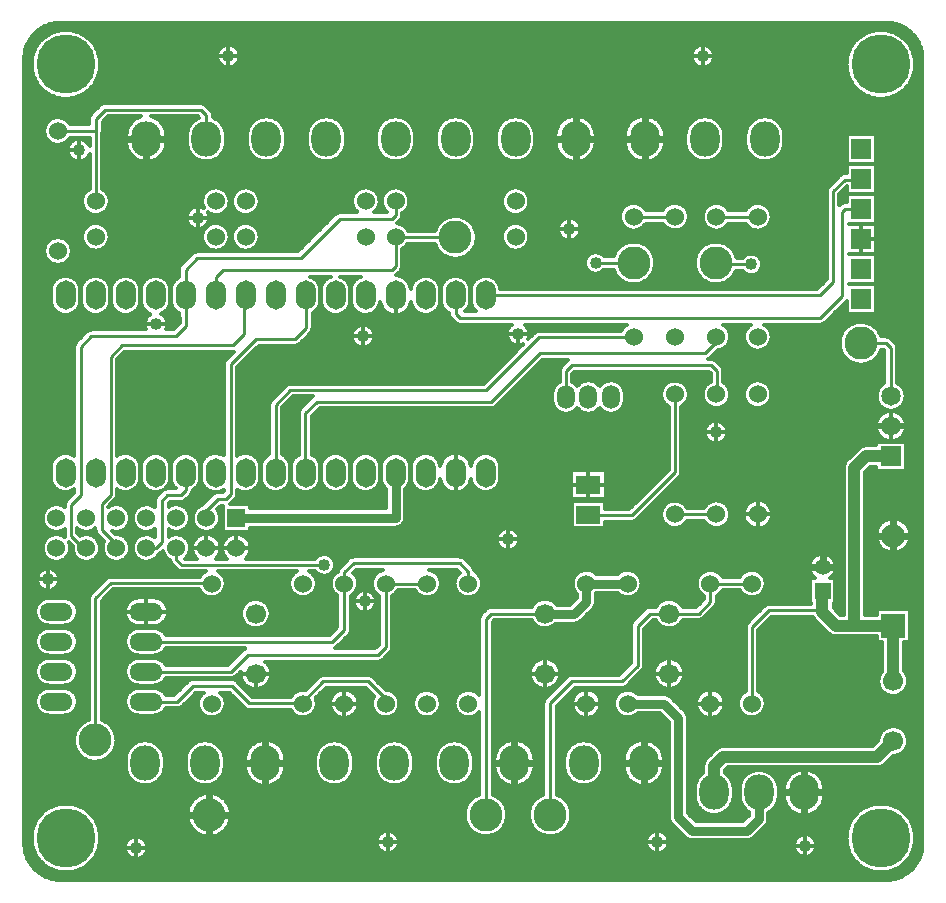
<source format=gbl>
G04 EasyPC Gerber Version 20.0.2 Build 4112 *
G04 #@! TF.Part,Single*
G04 #@! TF.FileFunction,Copper,L2,Bot *
%FSLAX35Y35*%
%MOIN*%
G04 #@! TA.AperFunction,ComponentPad*
%ADD20O,0.06000X0.07874*%
%ADD16O,0.06693X0.09843*%
%ADD19O,0.09843X0.11811*%
%ADD26R,0.05315X0.05315*%
%ADD70R,0.06000X0.06000*%
%ADD18R,0.06500X0.06500*%
%ADD23R,0.07874X0.07874*%
G04 #@! TD.AperFunction*
%ADD29C,0.01000*%
%ADD11C,0.01181*%
%ADD10C,0.01200*%
%ADD14C,0.01378*%
%ADD13C,0.01969*%
%ADD12C,0.02362*%
%ADD73C,0.03150*%
%ADD74C,0.03937*%
G04 #@! TA.AperFunction,ViaPad*
%ADD72C,0.04000*%
G04 #@! TA.AperFunction,ComponentPad*
%ADD27C,0.05315*%
%ADD71C,0.06000*%
%ADD25C,0.06500*%
%ADD17C,0.06693*%
%ADD24C,0.07874*%
G04 #@! TA.AperFunction,SMDPad*
%ADD28C,0.11000*%
G04 #@! TA.AperFunction,WasherPad*
%ADD15C,0.19685*%
G04 #@! TA.AperFunction,ComponentPad*
%ADD98O,0.11000X0.06000*%
%ADD21R,0.08000X0.06000*%
X0Y0D02*
D02*
D10*
X2158Y13875D02*
X2173Y13280D01*
X2219Y12685*
X2294Y12094*
X2398Y11507*
X2533Y10927*
X2696Y10354*
X2888Y9789*
X3109Y9236*
X3357Y8694*
X3632Y8165*
X3934Y7651*
X4261Y7153*
X4613Y6672*
X4989Y6209*
X5388Y5767*
X5808Y5344*
X6250Y4944*
X6711Y4566*
X7190Y4212*
X7687Y3883*
X8200Y3580*
X8728Y3302*
X9269Y3052*
X9821Y2829*
X10385Y2634*
X10957Y2469*
X11537Y2332*
X12124Y2225*
X12715Y2147*
X13312Y2100*
X290893*
X291491Y2178*
X292084Y2285*
X292671Y2424*
X293250Y2591*
X293820Y2789*
X294380Y3015*
X294926Y3269*
X295459Y3551*
X295978Y3859*
X296479Y4194*
X296963Y4554*
X297428Y4938*
X297873Y5346*
X298296Y5775*
X298697Y6226*
X299074Y6696*
X299427Y7186*
X299754Y7693*
X300056Y8215*
X300330Y8752*
X300576Y9303*
X300793Y9865*
X300982Y10438*
X301142Y11020*
X301271Y11609*
X301370Y12204*
X301439Y12809*
Y275066*
X301463Y275499*
X301471Y275933*
X301455Y276539*
X301408Y277144*
X301331Y277745*
X301222Y278342*
X301083Y278933*
X300915Y279515*
X300716Y280089*
X300488Y280651*
X300231Y281200*
X299947Y281736*
X299635Y282257*
X299298Y282761*
X298934Y283246*
X298546Y283713*
X298135Y284159*
X297702Y284583*
X297247Y284985*
X296772Y285363*
X296279Y285715*
X295768Y286042*
X295241Y286343*
X294699Y286615*
X294144Y286860*
X293577Y287076*
X293000Y287262*
X292413Y287419*
X291820Y287545*
X291221Y287641*
X290618Y287705*
X290012Y287739*
X289406Y287741*
X288793Y287712*
X13990*
X13391Y287698*
X12794Y287653*
X12200Y287578*
X11610Y287474*
X11026Y287339*
X10450Y287175*
X9883Y286982*
X9326Y286761*
X8782Y286512*
X8251Y286235*
X7734Y285932*
X7234Y285603*
X6751Y285249*
X6286Y284871*
X5841Y284470*
X5417Y284046*
X5015Y283602*
X4637Y283139*
X4281Y282656*
X3952Y282156*
X3647Y281641*
X3370Y281110*
X3119Y280566*
X2897Y280010*
X2703Y279443*
X2538Y278868*
X2402Y278284*
X2296Y277695*
X2220Y277101*
X2174Y276504*
X2158Y275901*
Y275880*
Y13875*
X66390Y276628D02*
X66406Y276967D01*
X66451Y277303*
X66527Y277634*
X66631Y277956*
X66765Y278268*
X66926Y278567*
X67113Y278850*
X67324Y279115*
X67558Y279361*
X67814Y279584*
X68088Y279783*
X68380Y279957*
X68685Y280104*
X69003Y280224*
X69330Y280314*
X69663Y280374*
X70001Y280405*
X70341*
X70678Y280374*
X71012Y280314*
X71339Y280224*
X71657Y280104*
X71962Y279957*
X72254Y279783*
X72528Y279584*
X72783Y279361*
X73018Y279115*
X73229Y278850*
X73416Y278567*
X73577Y278269*
X73710Y277957*
X73815Y277634*
X73891Y277304*
X73936Y276967*
X73952Y276628*
X73937Y276289*
X73891Y275953*
X73816Y275622*
X73711Y275300*
X73578Y274988*
X73417Y274689*
X73230Y274406*
X73019Y274141*
X72784Y273895*
X72529Y273672*
X72254Y273473*
X71963Y273299*
X71657Y273152*
X71340Y273032*
X71013Y272942*
X70679Y272881*
X70341Y272851*
X70002*
X69664Y272881*
X69330Y272942*
X69004Y273032*
X68686Y273152*
X68380Y273299*
X68089Y273473*
X67815Y273672*
X67559Y273895*
X67325Y274141*
X67113Y274406*
X66926Y274689*
X66766Y274987*
X66632Y275299*
X66528Y275622*
X66452Y275952*
X66406Y276289*
X66390Y276628*
X75967Y220972D02*
X76346Y220956D01*
X76724Y220909*
X77096Y220831*
X77460Y220723*
X77814Y220585*
X78156Y220418*
X78483Y220223*
X78792Y220002*
X79082Y219757*
X79351Y219488*
X79597Y219198*
X79818Y218888*
X80012Y218562*
X80179Y218220*
X80317Y217867*
X80426Y217502*
X80504Y217130*
X80551Y216753*
X80567Y216372*
X80551Y215992*
X80504Y215615*
X80426Y215243*
X80318Y214878*
X80180Y214524*
X80013Y214182*
X79818Y213856*
X79597Y213546*
X79352Y213256*
X79083Y212987*
X78793Y212741*
X78483Y212520*
X78157Y212326*
X77815Y212159*
X77461Y212021*
X77097Y211912*
X76725Y211834*
X76348Y211787*
X75967Y211772*
X75587Y211787*
X75209Y211834*
X74837Y211912*
X74473Y212020*
X74119Y212159*
X73777Y212326*
X73450Y212520*
X73141Y212741*
X72851Y212987*
X72582Y213256*
X72336Y213546*
X72115Y213855*
X71921Y214181*
X71754Y214523*
X71616Y214877*
X71507Y215241*
X71429Y215613*
X71382Y215990*
X71367Y216372*
X71382Y216752*
X71429Y217129*
X71507Y217501*
X71615Y217865*
X71754Y218219*
X71920Y218561*
X72115Y218888*
X72336Y219197*
X72581Y219487*
X72850Y219756*
X73141Y220002*
X73450Y220223*
X73776Y220417*
X74118Y220584*
X74472Y220722*
X74836Y220831*
X75208Y220909*
X75585Y220956*
X75967Y220972*
X75979Y232843D02*
X76359Y232827D01*
X76736Y232780*
X77108Y232702*
X77472Y232594*
X77827Y232456*
X78169Y232289*
X78495Y232094*
X78805Y231874*
X79095Y231628*
X79364Y231359*
X79609Y231069*
X79830Y230759*
X80025Y230433*
X80192Y230092*
X80330Y229738*
X80439Y229374*
X80517Y229002*
X80564Y228624*
X80579Y228243*
X80563Y227863*
X80517Y227486*
X80439Y227114*
X80330Y226750*
X80192Y226395*
X80025Y226054*
X79831Y225727*
X79610Y225417*
X79364Y225127*
X79095Y224858*
X78805Y224613*
X78496Y224392*
X78169Y224197*
X77828Y224030*
X77474Y223892*
X77110Y223783*
X76738Y223706*
X76361Y223658*
X75979Y223643*
X75599Y223659*
X75222Y223706*
X74850Y223783*
X74486Y223892*
X74131Y224030*
X73790Y224197*
X73463Y224391*
X73154Y224612*
X72863Y224858*
X72594Y225127*
X72349Y225417*
X72128Y225726*
X71933Y226053*
X71767Y226394*
X71628Y226748*
X71520Y227112*
X71442Y227484*
X71394Y227861*
X71379Y228243*
X71395Y228623*
X71442Y229000*
X71520Y229372*
X71628Y229736*
X71766Y230091*
X71933Y230432*
X72128Y230759*
X72348Y231069*
X72594Y231359*
X72863Y231628*
X73153Y231873*
X73463Y232094*
X73789Y232289*
X74130Y232456*
X74484Y232594*
X74848Y232702*
X75220Y232780*
X75598Y232828*
X75979Y232843*
X76324Y250032D02*
X76340Y250477D01*
X76385Y250920*
X76461Y251359*
X76567Y251791*
X76701Y252216*
X76865Y252630*
X77056Y253032*
X77274Y253420*
X77518Y253793*
X77787Y254147*
X78080Y254483*
X78394Y254798*
X78730Y255090*
X79085Y255359*
X79457Y255603*
X79845Y255821*
X80247Y256013*
X80661Y256176*
X81086Y256311*
X81519Y256416*
X81957Y256492*
X82400Y256537*
X82845Y256553*
X83290Y256537*
X83733Y256492*
X84171Y256416*
X84604Y256311*
X85028Y256176*
X85443Y256013*
X85844Y255821*
X86233Y255603*
X86605Y255359*
X86960Y255090*
X87295Y254798*
X87610Y254483*
X87903Y254147*
X88172Y253793*
X88416Y253420*
X88634Y253032*
X88825Y252630*
X88989Y252216*
X89123Y251791*
X89229Y251359*
X89304Y250920*
X89350Y250477*
X89366Y250032*
Y248064*
X89350Y247619*
X89305Y247176*
X89229Y246737*
X89124Y246305*
X88989Y245880*
X88826Y245466*
X88634Y245064*
X88416Y244676*
X88172Y244304*
X87903Y243949*
X87611Y243613*
X87296Y243298*
X86960Y243006*
X86606Y242737*
X86233Y242493*
X85845Y242275*
X85443Y242083*
X85029Y241920*
X84604Y241785*
X84172Y241680*
X83733Y241604*
X83290Y241559*
X82845Y241543*
X82400Y241559*
X81957Y241604*
X81519Y241680*
X81086Y241785*
X80662Y241920*
X80248Y242083*
X79846Y242275*
X79457Y242493*
X79085Y242737*
X78730Y243006*
X78395Y243298*
X78080Y243613*
X77787Y243949*
X77519Y244304*
X77274Y244676*
X77056Y245064*
X76865Y245466*
X76702Y245880*
X76567Y246305*
X76461Y246737*
X76386Y247176*
X76340Y247619*
X76324Y248064*
Y250032*
X96324D02*
X96340Y250477D01*
X96385Y250920*
X96461Y251359*
X96567Y251791*
X96701Y252216*
X96865Y252630*
X97056Y253032*
X97274Y253420*
X97518Y253793*
X97787Y254147*
X98080Y254483*
X98394Y254798*
X98730Y255090*
X99085Y255359*
X99457Y255603*
X99845Y255821*
X100247Y256013*
X100661Y256176*
X101086Y256311*
X101519Y256416*
X101957Y256492*
X102400Y256537*
X102845Y256553*
X103290Y256537*
X103733Y256492*
X104171Y256416*
X104604Y256311*
X105028Y256176*
X105443Y256013*
X105844Y255821*
X106233Y255603*
X106605Y255359*
X106960Y255090*
X107295Y254798*
X107610Y254483*
X107903Y254147*
X108172Y253793*
X108416Y253420*
X108634Y253032*
X108825Y252630*
X108989Y252216*
X109123Y251791*
X109229Y251359*
X109304Y250920*
X109350Y250477*
X109366Y250032*
Y248064*
X109350Y247619*
X109305Y247176*
X109229Y246737*
X109124Y246305*
X108989Y245880*
X108826Y245466*
X108634Y245064*
X108416Y244676*
X108172Y244304*
X107903Y243949*
X107611Y243613*
X107296Y243298*
X106960Y243006*
X106606Y242737*
X106233Y242493*
X105845Y242275*
X105443Y242083*
X105029Y241920*
X104604Y241785*
X104172Y241680*
X103733Y241604*
X103290Y241559*
X102845Y241543*
X102400Y241559*
X101957Y241604*
X101519Y241680*
X101086Y241785*
X100662Y241920*
X100248Y242083*
X99846Y242275*
X99457Y242493*
X99085Y242737*
X98730Y243006*
X98395Y243298*
X98080Y243613*
X97787Y243949*
X97519Y244304*
X97274Y244676*
X97056Y245064*
X96865Y245466*
X96702Y245880*
X96567Y246305*
X96461Y246737*
X96386Y247176*
X96340Y247619*
X96324Y248064*
Y250032*
X139065Y218304D02*
X139219Y218747D01*
X139401Y219179*
X139612Y219598*
X139850Y220002*
X140113Y220390*
X140402Y220759*
X140715Y221109*
X141050Y221437*
X141406Y221742*
X141781Y222023*
X142174Y222279*
X142583Y222508*
X143006Y222709*
X143442Y222883*
X143888Y223027*
X144343Y223141*
X144804Y223226*
X145270Y223279*
X145739Y223302*
X146207Y223294*
X146675Y223254*
X147139Y223184*
X147596Y223084*
X148047Y222954*
X148488Y222794*
X148917Y222605*
X149333Y222389*
X149733Y222145*
X150117Y221876*
X150482Y221581*
X150827Y221264*
X151150Y220924*
X151450Y220564*
X151726Y220184*
X151976Y219787*
X152199Y219375*
X152395Y218949*
X152562Y218511*
X152700Y218062*
X152807Y217606*
X152885Y217143*
X152932Y216677*
X152948Y216204*
X152932Y215735*
X152886Y215269*
X152809Y214806*
X152701Y214350*
X152564Y213901*
X152397Y213463*
X152202Y213037*
X151979Y212624*
X151730Y212227*
X151454Y211848*
X151155Y211487*
X150832Y211147*
X150487Y210829*
X150122Y210534*
X149739Y210265*
X149339Y210020*
X148923Y209804*
X148494Y209615*
X148053Y209454*
X147603Y209324*
X147145Y209223*
X146681Y209152*
X146214Y209113*
X145745Y209104*
X145276Y209126*
X144811Y209180*
X144349Y209263*
X143894Y209378*
X143448Y209521*
X143012Y209694*
X142589Y209895*
X142179Y210124*
X141786Y210380*
X141410Y210660*
X141054Y210965*
X140719Y211293*
X140406Y211643*
X140116Y212012*
X139852Y212399*
X139614Y212803*
X139403Y213222*
X139220Y213654*
X139065Y214104*
X129953*
X129765Y213801*
X129555Y213513*
X129323Y213243*
X129071Y212991*
X128800Y212760*
X128512Y212551*
X128208Y212364*
Y206715*
X128194Y206464*
X128152Y206216*
X128083Y205974*
X127987Y205742*
X127867Y205521*
X127722Y205315*
X127555Y205127*
X126259Y203819*
X126115Y203685*
X125959Y203565*
X126347Y203546*
X126733Y203497*
X127114Y203420*
X127488Y203313*
X127853Y203179*
X128207Y203018*
X128547Y202830*
X128872Y202617*
X129181Y202380*
X129470Y202120*
X129739Y201839*
X129986Y201539*
X130209Y201220*
X130407Y200886*
X130580Y200537*
X130726Y200177*
X130843Y199806*
X130933Y199428*
X130993Y199042*
X131057Y199430*
X131151Y199811*
X131275Y200184*
X131428Y200546*
X131609Y200894*
X131818Y201228*
X132052Y201543*
X132311Y201839*
X132592Y202113*
X132894Y202364*
X133215Y202591*
X133554Y202791*
X133906Y202963*
X134272Y203107*
X134647Y203222*
X135031Y203307*
X135420Y203361*
X135812Y203383*
X136205Y203375*
X136596Y203335*
X136982Y203265*
X137362Y203164*
X137732Y203033*
X138091Y202874*
X138437Y202686*
X138766Y202471*
X139077Y202231*
X139368Y201967*
X139637Y201681*
X139883Y201374*
X140103Y201049*
X140297Y200707*
X140463Y200352*
X140601Y199983*
X140709Y199606*
X140786Y199220*
X140833Y198830*
X140848Y198438*
Y195288*
X140832Y194896*
X140785Y194506*
X140708Y194120*
X140600Y193743*
X140463Y193375*
X140296Y193019*
X140102Y192677*
X139882Y192352*
X139636Y192045*
X139367Y191759*
X139076Y191495*
X138765Y191256*
X138436Y191041*
X138091Y190853*
X137732Y190693*
X137361Y190563*
X136982Y190462*
X136595Y190391*
X136204Y190352*
X135811Y190343*
X135419Y190366*
X135030Y190420*
X134647Y190505*
X134271Y190619*
X133906Y190763*
X133553Y190936*
X133215Y191136*
X132894Y191363*
X132593Y191614*
X132311Y191888*
X132053Y192184*
X131819Y192499*
X131610Y192832*
X131429Y193181*
X131276Y193543*
X131152Y193915*
X131057Y194297*
X130993Y194684*
X130932Y194297*
X130842Y193916*
X130722Y193543*
X130575Y193180*
X130400Y192829*
X130200Y192493*
X129974Y192172*
X129724Y191870*
X129452Y191589*
X129159Y191328*
X128847Y191091*
X128518Y190879*
X128173Y190692*
X127816Y190532*
X127447Y190400*
X127069Y190296*
X126684Y190222*
X126295Y190177*
X125904Y190162*
X125512Y190177*
X125123Y190222*
X124738Y190296*
X124360Y190400*
X123991Y190531*
X123633Y190691*
X123289Y190878*
X122960Y191091*
X122648Y191328*
X122355Y191588*
X122083Y191870*
X121833Y192171*
X121607Y192491*
X121406Y192827*
X121231Y193178*
X121083Y193541*
X120964Y193914*
X120874Y194295*
X120811Y194684*
X120748Y194296*
X120654Y193915*
X120530Y193542*
X120376Y193180*
X120195Y192831*
X119986Y192498*
X119752Y192183*
X119493Y191887*
X119212Y191613*
X118910Y191362*
X118589Y191135*
X118251Y190935*
X117898Y190763*
X117533Y190619*
X117157Y190504*
X116774Y190419*
X116385Y190365*
X115993Y190343*
X115600Y190351*
X115209Y190391*
X114822Y190461*
X114443Y190562*
X114072Y190693*
X113713Y190852*
X113368Y191040*
X113039Y191255*
X112728Y191495*
X112437Y191759*
X112167Y192045*
X111922Y192352*
X111701Y192677*
X111507Y193019*
X111341Y193374*
X111204Y193743*
X111096Y194120*
X111018Y194506*
X110971Y194896*
X110956Y195288*
Y198438*
X110972Y198828*
X111018Y199215*
X111094Y199597*
X111200Y199972*
X111336Y200338*
X111500Y200692*
X111691Y201032*
X111908Y201356*
X112150Y201661*
X112416Y201946*
X112704Y202210*
X113011Y202450*
X113336Y202666*
X113677Y202855*
X114032Y203017*
X114400Y203150*
X107404*
X107771Y203017*
X108126Y202856*
X108467Y202667*
X108793Y202451*
X109100Y202211*
X109387Y201947*
X109653Y201662*
X109895Y201356*
X110113Y201033*
X110304Y200693*
X110469Y200339*
X110604Y199973*
X110710Y199598*
X110787Y199216*
X110833Y198828*
X110848Y198438*
Y195288*
X110833Y194900*
X110787Y194514*
X110711Y194133*
X110606Y193760*
X110472Y193396*
X110309Y193043*
X110119Y192704*
X109904Y192381*
X109663Y192076*
X109399Y191791*
X109114Y191528*
X108809Y191287*
X108486Y191071*
X108147Y190881*
X107794Y190719*
X107430Y190585*
X107057Y190479*
X106676Y190404*
X106291Y190358*
X105902Y190343*
X105514Y190358*
X105128Y190404*
X104748Y190479*
X104374Y190585*
X104010Y190719*
X103657Y190881*
X103318Y191071*
X102995Y191287*
X102690Y191528*
X102405Y191791*
X102142Y192076*
X101901Y192381*
X101685Y192704*
X101496Y193043*
X101333Y193396*
X101199Y193760*
X101093Y194134*
X101018Y194515*
X100972Y194900*
X100956Y195288*
Y198438*
X100972Y198828*
X101018Y199215*
X101094Y199597*
X101200Y199972*
X101336Y200338*
X101500Y200692*
X101691Y201032*
X101908Y201356*
X102150Y201661*
X102416Y201946*
X102704Y202210*
X103011Y202450*
X103336Y202666*
X103677Y202855*
X104032Y203017*
X104400Y203150*
X97404*
X97771Y203017*
X98126Y202856*
X98467Y202667*
X98793Y202451*
X99100Y202211*
X99387Y201947*
X99653Y201662*
X99895Y201356*
X100113Y201033*
X100304Y200693*
X100469Y200339*
X100604Y199973*
X100710Y199598*
X100787Y199216*
X100833Y198828*
X100848Y198438*
Y195288*
X100833Y194906*
X100789Y194525*
X100715Y194150*
X100613Y193781*
X100482Y193421*
X100324Y193072*
X100139Y192737*
X99929Y192417*
X99694Y192114*
X99438Y191830*
X99160Y191567*
X98862Y191326*
X98547Y191109*
X98216Y190917*
Y185998*
X98202Y185745*
X98159Y185496*
X98089Y185252*
X97993Y185019*
X97870Y184797*
X97724Y184590*
X97554Y184401*
X93894Y180741*
X93706Y180572*
X93499Y180426*
X93277Y180303*
X93043Y180206*
X92800Y180136*
X92550Y180094*
X92297Y180079*
X80280*
X73137Y172937*
Y143483*
X73462Y143685*
X73802Y143860*
X74154Y144009*
X74516Y144130*
X74887Y144223*
X75264Y144287*
X75644Y144322*
X76027Y144327*
X76408Y144302*
X76787Y144248*
X77159Y144166*
X77525Y144054*
X77881Y143915*
X78225Y143749*
X78555Y143556*
X78869Y143339*
X79166Y143098*
X79443Y142835*
X79699Y142552*
X79932Y142249*
X80142Y141929*
X80326Y141594*
X80483Y141246*
X80613Y140887*
X80715Y140519*
X80789Y140144*
X80833Y139765*
X80848Y139383*
Y136233*
X80833Y135851*
X80789Y135472*
X80716Y135096*
X80614Y134728*
X80484Y134369*
X80326Y134021*
X80143Y133686*
X79933Y133366*
X79700Y133063*
X79444Y132780*
X79167Y132517*
X78870Y132276*
X78555Y132058*
X78225Y131866*
X77881Y131700*
X77525Y131560*
X77159Y131449*
X76786Y131366*
X76407Y131313*
X76026Y131288*
X75644Y131293*
X75263Y131328*
X74886Y131392*
X74515Y131485*
X74153Y131606*
X73801Y131755*
X73461Y131931*
X73137Y132132*
Y130683*
X73123Y130430*
X73081Y130181*
X73011Y129937*
X72914Y129704*
X72791Y129482*
X72645Y129275*
X72476Y129086*
X70863Y127473*
X70739Y127358*
X70607Y127253*
X77413*
Y125828*
X122727*
Y132441*
X122436Y132705*
X122167Y132991*
X121922Y133298*
X121701Y133623*
X121507Y133965*
X121341Y134320*
X121204Y134688*
X121096Y135066*
X121019Y135451*
X120972Y135841*
X120956Y136233*
Y139383*
X120972Y139771*
X121017Y140157*
X121093Y140537*
X121199Y140911*
X121333Y141275*
X121496Y141628*
X121685Y141967*
X121901Y142290*
X122142Y142595*
X122406Y142880*
X122691Y143143*
X122996Y143384*
X123319Y143600*
X123657Y143789*
X124010Y143952*
X124374Y144086*
X124748Y144192*
X125129Y144267*
X125514Y144313*
X125902Y144328*
X126291Y144313*
X126676Y144267*
X127057Y144192*
X127431Y144086*
X127795Y143952*
X128148Y143789*
X128487Y143600*
X128809Y143384*
X129115Y143143*
X129400Y142880*
X129663Y142594*
X129904Y142289*
X130119Y141967*
X130309Y141628*
X130472Y141275*
X130606Y140911*
X130711Y140537*
X130787Y140156*
X130833Y139771*
X130848Y139383*
Y136233*
X130832Y135841*
X130785Y135450*
X130708Y135065*
X130600Y134688*
X130463Y134320*
X130296Y133964*
X130102Y133622*
X129882Y133297*
X129636Y132990*
X129367Y132704*
X129076Y132440*
Y122653*
X129061Y122342*
X129015Y122033*
X128940Y121731*
X128835Y121438*
X128702Y121156*
X128541Y120889*
X128356Y120639*
X128147Y120408*
X127916Y120198*
X127666Y120013*
X127398Y119852*
X127117Y119719*
X126823Y119614*
X126521Y119539*
X126213Y119493*
X125902Y119478*
X77413*
Y118052*
X68212*
Y126811*
X67599*
X66364Y125576*
X66577Y125296*
X66768Y125000*
X66935Y124691*
X67079Y124370*
X67198Y124039*
X67291Y123700*
X67358Y123354*
X67399Y123005*
X67412Y122653*
X67396Y122273*
X67350Y121896*
X67272Y121524*
X67163Y121159*
X67025Y120805*
X66858Y120463*
X66664Y120137*
X66443Y119827*
X66197Y119537*
X65928Y119268*
X65638Y119022*
X65329Y118802*
X65002Y118607*
X64661Y118440*
X64307Y118302*
X63943Y118193*
X63571Y118115*
X63194Y118068*
X62814Y118052*
X62434Y118068*
X62057Y118115*
X61685Y118193*
X61320Y118301*
X60966Y118439*
X60624Y118606*
X60297Y118801*
X59988Y119022*
X59698Y119267*
X59429Y119536*
X59183Y119826*
X58962Y120136*
X58768Y120462*
X58601Y120804*
X58463Y121157*
X58354Y121522*
X58276Y121894*
X58228Y122271*
X58212Y122653*
X58227Y123017*
X58270Y123380*
X58342Y123737*
X58442Y124088*
X58570Y124430*
X58724Y124761*
X58904Y125078*
X59109Y125380*
X59337Y125665*
X59586Y125931*
X59856Y126177*
X60145Y126400*
X60450Y126600*
X60771Y126774*
X61104Y126923*
X61449Y127046*
X65067Y130665*
X65256Y130833*
X65463Y130980*
X65684Y131102*
X65918Y131199*
X66161Y131269*
X66411Y131312*
X66664Y131326*
X68331*
X68622Y131618*
Y132102*
X68285Y131899*
X67932Y131723*
X67566Y131576*
X67190Y131458*
X66805Y131370*
X66415Y131314*
X66022Y131289*
X65628Y131295*
X65235Y131333*
X64847Y131402*
X64465Y131501*
X64093Y131631*
X63732Y131789*
X63385Y131976*
X63054Y132191*
X62741Y132430*
X62448Y132694*
X62177Y132981*
X61930Y133288*
X61707Y133614*
X61512Y133956*
X61345Y134313*
X61206Y134683*
X61098Y135062*
X61020Y135448*
X60973Y135840*
X60956Y136233*
Y139383*
X60972Y139777*
X61019Y140168*
X61097Y140555*
X61206Y140934*
X61344Y141303*
X61512Y141660*
X61707Y142003*
X61929Y142329*
X62176Y142636*
X62447Y142922*
X62740Y143187*
X63053Y143426*
X63384Y143641*
X63731Y143828*
X64093Y143986*
X64465Y144116*
X64846Y144215*
X65235Y144284*
X65627Y144322*
X66022Y144328*
X66415Y144303*
X66806Y144246*
X67190Y144159*
X67567Y144041*
X67932Y143894*
X68285Y143718*
X68622Y143513*
Y173872*
X68637Y174125*
X68679Y174374*
X68749Y174618*
X68846Y174852*
X68969Y175073*
X69115Y175280*
X69284Y175469*
X71943Y178128*
X71774Y178107*
X71603Y178101*
X35612*
X33093Y175582*
Y143454*
X33418Y143659*
X33757Y143839*
X34109Y143992*
X34472Y144117*
X34844Y144214*
X35222Y144281*
X35604Y144319*
X35988Y144327*
X36372Y144306*
X36752Y144254*
X37128Y144174*
X37496Y144064*
X37854Y143926*
X38201Y143761*
X38534Y143569*
X38851Y143352*
X39150Y143111*
X39430Y142848*
X39688Y142564*
X39923Y142261*
X40134Y141940*
X40320Y141604*
X40479Y141254*
X40611Y140893*
X40714Y140523*
X40788Y140146*
X40832Y139765*
X40848Y139383*
Y136233*
X40833Y135849*
X40789Y135468*
X40715Y135091*
X40611Y134721*
X40480Y134360*
X40321Y134010*
X40135Y133674*
X39924Y133353*
X39688Y133050*
X39430Y132765*
X39150Y132502*
X38851Y132261*
X38534Y132044*
X38201Y131852*
X37854Y131687*
X37496Y131549*
X37128Y131440*
X36752Y131359*
X36371Y131308*
X35988Y131286*
X35604Y131294*
X35221Y131333*
X34843Y131400*
X34471Y131497*
X34108Y131622*
X33756Y131776*
X33417Y131956*
X33093Y132162*
Y130366*
X33080Y130131*
X33041Y129898*
X32975Y129672*
X32885Y129454*
X32771Y129248*
X32635Y129056*
X32478Y128881*
X30025Y126428*
Y126312*
X30335Y126529*
X30662Y126719*
X31003Y126882*
X31357Y127017*
X31720Y127121*
X32091Y127196*
X32467Y127240*
X32845Y127253*
X33223Y127235*
X33598Y127186*
X33968Y127106*
X34330Y126996*
X34682Y126856*
X35021Y126689*
X35345Y126493*
X35652Y126272*
X35940Y126026*
X36207Y125758*
X36450Y125469*
X36670Y125160*
X36863Y124834*
X37028Y124494*
X37165Y124141*
X37273Y123779*
X37350Y123408*
X37397Y123033*
X37412Y122653*
X37397Y122276*
X37351Y121902*
X37274Y121533*
X37167Y121171*
X37031Y120820*
X36867Y120480*
X36676Y120156*
X36459Y119848*
X36217Y119558*
X35952Y119290*
X35666Y119044*
X35361Y118822*
X35039Y118627*
X34702Y118458*
X34352Y118317*
X33991Y118206*
X33623Y118124*
X33250Y118073*
X32873Y118053*
X32496Y118063*
X32122Y118105*
X31752Y118176*
X31387Y118279*
X32429Y117237*
X32809Y117253*
X33189Y117237*
X33567Y117191*
X33939Y117113*
X34303Y117004*
X34657Y116866*
X34999Y116699*
X35326Y116505*
X35635Y116284*
X35926Y116038*
X36194Y115769*
X36441Y115479*
X36661Y115170*
X36856Y114843*
X37023Y114502*
X37161Y114148*
X37270Y113783*
X37348Y113411*
X37396Y113034*
X37412Y112653*
X37396Y112273*
X37350Y111896*
X37272Y111524*
X37163Y111159*
X37025Y110805*
X36858Y110463*
X36664Y110137*
X36443Y109827*
X36197Y109537*
X35928Y109268*
X35638Y109022*
X35329Y108802*
X35002Y108607*
X34661Y108440*
X34307Y108302*
X33943Y108193*
X33571Y108115*
X33194Y108068*
X32814Y108052*
X32434Y108068*
X32057Y108115*
X31685Y108193*
X31320Y108301*
X30966Y108439*
X30624Y108606*
X30297Y108801*
X29988Y109022*
X29698Y109267*
X29429Y109536*
X29183Y109826*
X28962Y110136*
X28768Y110462*
X28601Y110804*
X28463Y111157*
X28354Y111522*
X28276Y111894*
X28228Y112271*
X28212Y112653*
X28225Y112991*
X28262Y113327*
X28324Y113659*
X28410Y113986*
X28520Y114306*
X28653Y114617*
X28809Y114918*
X26440Y117286*
X26283Y117462*
X26146Y117654*
X26033Y117860*
X25943Y118078*
X25878Y118304*
X25838Y118537*
X25825Y118771*
Y119176*
X25539Y118948*
X25237Y118743*
X24919Y118563*
X24587Y118409*
X24245Y118281*
X23893Y118181*
X23535Y118110*
X23172Y118067*
X22807Y118053*
X22442Y118068*
X22079Y118111*
X21720Y118184*
X21369Y118285*
X21027Y118413*
X20696Y118568*
X20378Y118749*
X20076Y118954*
X19791Y119184*
Y117694*
X20731Y116755*
X21072Y116911*
X21425Y117038*
X21787Y117137*
X22156Y117205*
X22529Y117243*
X22904Y117251*
X23279Y117228*
X23650Y117175*
X24016Y117092*
X24374Y116979*
X24721Y116837*
X25056Y116667*
X25376Y116471*
X25678Y116249*
X25962Y116004*
X26224Y115736*
X26465Y115447*
X26680Y115140*
X26870Y114817*
X27033Y114478*
X27168Y114128*
X27274Y113769*
X27350Y113401*
X27396Y113029*
X27412Y112653*
X27396Y112273*
X27350Y111896*
X27272Y111524*
X27163Y111159*
X27025Y110805*
X26858Y110463*
X26664Y110137*
X26443Y109827*
X26197Y109537*
X25928Y109268*
X25638Y109022*
X25329Y108802*
X25002Y108607*
X24661Y108440*
X24307Y108302*
X23943Y108193*
X23571Y108115*
X23194Y108068*
X22814Y108052*
X22434Y108068*
X22057Y108115*
X21685Y108193*
X21320Y108301*
X20966Y108439*
X20624Y108606*
X20297Y108801*
X19988Y109022*
X19698Y109267*
X19429Y109536*
X19183Y109826*
X18962Y110136*
X18768Y110462*
X18601Y110804*
X18463Y111157*
X18354Y111522*
X18276Y111894*
X18228Y112271*
X18212Y112653*
X18223Y112972*
X18256Y113289*
X17008Y114537*
X17130Y114238*
X17231Y113930*
X17310Y113617*
X17367Y113298*
X17401Y112976*
X17412Y112653*
X17396Y112273*
X17350Y111896*
X17272Y111524*
X17163Y111159*
X17025Y110805*
X16858Y110463*
X16664Y110137*
X16443Y109827*
X16197Y109537*
X15928Y109268*
X15638Y109022*
X15329Y108802*
X15002Y108607*
X14661Y108440*
X14307Y108302*
X13943Y108193*
X13571Y108115*
X13194Y108068*
X12814Y108052*
X12434Y108068*
X12057Y108115*
X11685Y108193*
X11320Y108301*
X10966Y108439*
X10624Y108606*
X10297Y108801*
X9988Y109022*
X9698Y109267*
X9429Y109536*
X9183Y109826*
X8962Y110136*
X8768Y110462*
X8601Y110804*
X8463Y111157*
X8354Y111522*
X8276Y111894*
X8228Y112271*
X8212Y112653*
X8227Y113020*
X8271Y113386*
X8344Y113746*
X8446Y114100*
X8575Y114444*
X8732Y114778*
X8915Y115097*
X9123Y115400*
X9354Y115687*
X9608Y115953*
X9882Y116199*
X10175Y116422*
X10485Y116620*
X10809Y116794*
X11147Y116941*
X11495Y117060*
X11852Y117151*
X12214Y117213*
X12581Y117246*
X12949Y117250*
X13316Y117225*
X13680Y117170*
X14038Y117086*
X14388Y116974*
X14729Y116834*
X15057Y116668*
X15370Y116476*
X15669Y116258*
X15626Y116444*
X15600Y116634*
X15591Y116825*
Y118987*
X15281Y118771*
X14954Y118582*
X14612Y118420*
X14259Y118286*
X13895Y118182*
X13525Y118108*
X13149Y118065*
X12771Y118053*
X12394Y118072*
X12019Y118122*
X11650Y118202*
X11288Y118313*
X10937Y118452*
X10598Y118620*
X10275Y118816*
X9969Y119037*
X9681Y119283*
X9415Y119551*
X9172Y119841*
X8953Y120149*
X8761Y120474*
X8595Y120814*
X8459Y121167*
X8351Y121529*
X8274Y121899*
X8228Y122274*
X8212Y122653*
X8228Y123030*
X8274Y123406*
X8351Y123776*
X8458Y124138*
X8595Y124491*
X8760Y124831*
X8952Y125156*
X9171Y125464*
X9414Y125754*
X9680Y126022*
X9967Y126268*
X10273Y126489*
X10597Y126685*
X10935Y126853*
X11287Y126993*
X11648Y127103*
X12017Y127184*
X12392Y127234*
X12770Y127253*
X13148Y127241*
X13523Y127198*
X13894Y127124*
X14257Y127020*
X14611Y126887*
X14952Y126725*
X15280Y126535*
X15591Y126319*
Y127022*
X15604Y127257*
X15644Y127489*
X15709Y127715*
X15799Y127933*
X15913Y128139*
X16049Y128331*
X16206Y128507*
X18859Y131159*
Y132268*
X18537Y132047*
X18198Y131852*
X17845Y131685*
X17480Y131546*
X17106Y131436*
X16723Y131356*
X16336Y131307*
X15946Y131288*
X15556Y131300*
X15167Y131343*
X14784Y131416*
X14407Y131519*
X14040Y131652*
X13685Y131813*
X13343Y132001*
X13017Y132216*
X12709Y132456*
X12421Y132720*
X12155Y133006*
X11912Y133311*
X11694Y133635*
X11502Y133976*
X11337Y134330*
X11202Y134696*
X11095Y135072*
X11018Y135455*
X10972Y135843*
X10956Y136233*
Y139383*
X10972Y139773*
X11018Y140161*
X11094Y140544*
X11201Y140919*
X11337Y141285*
X11501Y141640*
X11693Y141980*
X11911Y142304*
X12154Y142610*
X12420Y142896*
X12708Y143159*
X13016Y143400*
X13342Y143615*
X13684Y143804*
X14040Y143965*
X14407Y144098*
X14784Y144201*
X15167Y144274*
X15556Y144317*
X15946Y144329*
X16336Y144310*
X16724Y144261*
X17106Y144181*
X17481Y144071*
X17846Y143932*
X18198Y143765*
X18537Y143570*
X18859Y143348*
Y179817*
X18872Y180052*
X18911Y180284*
X18977Y180511*
X19067Y180728*
X19181Y180934*
X19317Y181126*
X19474Y181302*
X23056Y184885*
X23232Y185042*
X23425Y185178*
X23631Y185292*
X23849Y185382*
X24076Y185447*
X24308Y185486*
X24544Y185500*
X42776*
X42627Y185793*
X42504Y186098*
X42407Y186413*
X42339Y186735*
X42299Y187061*
X42287Y187390*
X42304Y187719*
X42349Y188045*
X42423Y188366*
X42524Y188679*
X42652Y188982*
X42806Y189273*
X42985Y189550*
X43187Y189809*
X43411Y190051*
X43655Y190272*
X43917Y190470*
X44196Y190646*
X43848Y190789*
X43512Y190958*
X43189Y191153*
X42883Y191371*
X42593Y191612*
X42323Y191875*
X42074Y192157*
X41847Y192457*
X41643Y192774*
X41465Y193106*
X41311Y193450*
X41185Y193805*
X41086Y194168*
X41015Y194538*
X40972Y194912*
X40956Y195288*
Y198438*
X40972Y198826*
X41017Y199212*
X41093Y199593*
X41199Y199966*
X41333Y200330*
X41496Y200683*
X41685Y201022*
X41901Y201345*
X42142Y201650*
X42406Y201935*
X42691Y202198*
X42996Y202439*
X43319Y202655*
X43657Y202844*
X44010Y203007*
X44374Y203141*
X44748Y203247*
X45129Y203322*
X45514Y203368*
X45902Y203383*
X46291Y203368*
X46676Y203322*
X47057Y203247*
X47431Y203141*
X47795Y203007*
X48148Y202844*
X48487Y202655*
X48809Y202439*
X49115Y202198*
X49400Y201935*
X49663Y201650*
X49904Y201344*
X50119Y201022*
X50309Y200683*
X50472Y200330*
X50606Y199966*
X50711Y199592*
X50787Y199211*
X50833Y198826*
X50848Y198438*
Y195288*
X50833Y194900*
X50787Y194515*
X50711Y194135*
X50606Y193762*
X50472Y193398*
X50310Y193046*
X50120Y192707*
X49905Y192384*
X49665Y192080*
X49402Y191794*
X49118Y191531*
X48813Y191291*
X48491Y191075*
X48153Y190885*
X47800Y190721*
X48094Y190553*
X48370Y190359*
X48629Y190142*
X48867Y189902*
X49083Y189642*
X49275Y189363*
X49441Y189069*
X49580Y188761*
X49691Y188442*
X49773Y188115*
X49826Y187781*
X49848Y187444*
X49841Y187106*
X49803Y186770*
X49735Y186439*
X49638Y186115*
X49513Y185802*
X49360Y185500*
X51939*
X53937Y187498*
Y189306*
X53859Y189519*
X53803Y189738*
X53769Y189962*
X53758Y190189*
Y190831*
X53431Y191004*
X53117Y191201*
X52820Y191421*
X52539Y191662*
X52278Y191924*
X52036Y192204*
X51817Y192502*
X51620Y192815*
X51447Y193142*
X51299Y193481*
X51177Y193830*
X51081Y194188*
X51012Y194551*
X50971Y194919*
X50956Y195288*
Y198438*
X50972Y198825*
X51017Y199209*
X51092Y199589*
X51197Y199962*
X51331Y200326*
X51493Y200678*
X51681Y201016*
X51896Y201338*
X52135Y201643*
X52398Y201928*
X52681Y202191*
X52985Y202432*
X53307Y202648*
X53644Y202838*
Y205390*
X53658Y205643*
X53701Y205892*
X53771Y206135*
X53868Y206369*
X53990Y206591*
X54137Y206798*
X54306Y206987*
X58181Y210861*
X58369Y211030*
X58576Y211177*
X58798Y211299*
X59031Y211396*
X59275Y211466*
X59524Y211509*
X59778Y211523*
X93331*
X105740Y223932*
X105928Y224101*
X106135Y224248*
X106357Y224370*
X106591Y224467*
X106834Y224537*
X107083Y224580*
X107337Y224594*
X113178*
X112894Y224830*
X112631Y225089*
X112389Y225367*
X112170Y225664*
X111976Y225977*
X111807Y226305*
X111665Y226646*
X111551Y226996*
X111465Y227355*
X111409Y227720*
X111381Y228087*
X111384Y228456*
X111416Y228824*
X111477Y229188*
X111567Y229546*
X111686Y229895*
X111832Y230233*
X112005Y230559*
X112203Y230870*
X112426Y231165*
X112672Y231440*
X112939Y231694*
X113225Y231927*
X113529Y232136*
X113848Y232320*
X114182Y232477*
X114527Y232607*
X114881Y232710*
X115243Y232783*
X115609Y232828*
X115979Y232843*
X116348Y232828*
X116714Y232784*
X117075Y232710*
X117430Y232608*
X117775Y232478*
X118108Y232320*
X118428Y232136*
X118732Y231928*
X119018Y231695*
X119285Y231441*
X119531Y231165*
X119754Y230871*
X119952Y230560*
X120125Y230234*
X120271Y229896*
X120389Y229546*
X120480Y229189*
X120541Y228825*
X120573Y228458*
X120575Y228089*
X120548Y227721*
X120492Y227357*
X120406Y226998*
X120292Y226647*
X120150Y226307*
X119982Y225979*
X119787Y225665*
X119569Y225369*
X119327Y225090*
X119063Y224832*
X118780Y224594*
X123150*
X122866Y224830*
X122603Y225089*
X122361Y225367*
X122142Y225664*
X121947Y225977*
X121779Y226305*
X121637Y226646*
X121523Y226996*
X121437Y227355*
X121380Y227720*
X121353Y228087*
X121356Y228456*
X121387Y228824*
X121449Y229188*
X121539Y229546*
X121657Y229895*
X121804Y230233*
X121976Y230559*
X122175Y230870*
X122398Y231165*
X122643Y231440*
X122910Y231694*
X123196Y231927*
X123500Y232136*
X123820Y232320*
X124154Y232477*
X124498Y232607*
X124853Y232710*
X125214Y232783*
X125580Y232828*
X125951Y232843*
X126331Y232827*
X126708Y232780*
X127080Y232702*
X127444Y232593*
X127799Y232455*
X128141Y232288*
X128467Y232093*
X128777Y231872*
X129067Y231627*
X129336Y231358*
X129581Y231068*
X129802Y230758*
X129997Y230431*
X130164Y230090*
X130302Y229735*
X130410Y229371*
X130488Y228999*
X130535Y228622*
X130551Y228242*
X130535Y227862*
X130488Y227485*
X130410Y227113*
X130301Y226748*
X130163Y226394*
X129996Y226052*
X129801Y225725*
X129580Y225416*
X129334Y225126*
X129065Y224857*
X128775Y224611*
X128465Y224390*
X128137Y224196*
Y223518*
X128123Y223265*
X128081Y223015*
X128011Y222772*
X127914Y222538*
X127791Y222317*
X127645Y222110*
X127476Y221921*
X126494Y220939*
X126850Y220883*
X127200Y220798*
X127543Y220687*
X127876Y220549*
X128198Y220386*
X128505Y220198*
X128797Y219986*
X129071Y219752*
X129326Y219497*
X129561Y219223*
X129773Y218932*
X129961Y218625*
X130126Y218304*
X139065*
X276878Y220686D02*
X286128D01*
Y210623*
X276878*
Y210505*
X285946*
Y200804*
X276878*
Y200505*
X285946*
Y190804*
X276248*
Y194945*
X276216Y194913*
X269052Y187749*
X268863Y187580*
X268656Y187433*
X268435Y187311*
X268201Y187214*
X267957Y187144*
X267708Y187102*
X267455Y187087*
X248843*
X249166Y186892*
X249472Y186670*
X249759Y186425*
X250026Y186156*
X250269Y185867*
X250487Y185559*
X250680Y185233*
X250845Y184893*
X250981Y184541*
X251089Y184178*
X251166Y183808*
X251213Y183433*
X251228Y183055*
X251212Y182675*
X251165Y182298*
X251087Y181926*
X250979Y181562*
X250841Y181207*
X250674Y180866*
X250480Y180539*
X250259Y180230*
X250013Y179939*
X249744Y179670*
X249454Y179425*
X249144Y179204*
X248818Y179009*
X248477Y178843*
X248123Y178704*
X247759Y178596*
X247387Y178518*
X247009Y178470*
X246630Y178455*
X246250Y178470*
X245872Y178517*
X245500Y178595*
X245136Y178704*
X244781Y178842*
X244440Y179009*
X244113Y179203*
X243804Y179424*
X243513Y179670*
X243244Y179939*
X242999Y180229*
X242778Y180538*
X242583Y180865*
X242417Y181206*
X242278Y181560*
X242170Y181924*
X242091Y182296*
X242044Y182673*
X242028Y183055*
X242043Y183433*
X242090Y183808*
X242167Y184178*
X242274Y184541*
X242411Y184893*
X242576Y185233*
X242768Y185558*
X242987Y185867*
X243230Y186156*
X243496Y186424*
X243783Y186670*
X244089Y186891*
X244413Y187087*
X235078*
X235395Y186894*
X235696Y186676*
X235978Y186434*
X236240Y186170*
X236480Y185887*
X236696Y185584*
X236887Y185265*
X237052Y184932*
X237189Y184587*
X237297Y184232*
X237377Y183869*
X237428Y183501*
X237448Y183130*
X237439Y182759*
X237399Y182389*
X237330Y182024*
X237231Y181666*
X237104Y181317*
X236950Y180979*
X236768Y180655*
X236561Y180346*
X236330Y180056*
X236076Y179784*
X235800Y179535*
X235506Y179308*
X235194Y179106*
X234867Y178929*
X234527Y178780*
X234176Y178658*
X233816Y178565*
X233450Y178502*
X233079Y178469*
X230548Y175938*
X230383Y175789*
X230206Y175657*
X231193*
X231428Y175644*
X231661Y175605*
X231887Y175540*
X232106Y175450*
X232312Y175335*
X232504Y175199*
X232680Y175042*
X234491Y173231*
X234648Y173056*
X234784Y172863*
X234898Y172657*
X234988Y172439*
X235053Y172213*
X235093Y171981*
X235106Y171746*
Y167919*
X235424Y167722*
X235725Y167500*
X236007Y167255*
X236269Y166987*
X236507Y166699*
X236722Y166392*
X236911Y166069*
X237073Y165731*
X237207Y165382*
X237312Y165023*
X237387Y164657*
X237433Y164285*
X237448Y163911*
X237433Y163531*
X237386Y163154*
X237308Y162782*
X237200Y162418*
X237061Y162064*
X236894Y161722*
X236700Y161395*
X236479Y161086*
X236233Y160796*
X235965Y160527*
X235674Y160281*
X235365Y160060*
X235039Y159866*
X234697Y159699*
X234343Y159561*
X233979Y159452*
X233607Y159374*
X233230Y159327*
X232850Y159311*
X232470Y159327*
X232093Y159374*
X231721Y159452*
X231356Y159560*
X231002Y159698*
X230660Y159865*
X230333Y160059*
X230024Y160280*
X229734Y160526*
X229465Y160795*
X229219Y161085*
X228998Y161394*
X228804Y161721*
X228637Y162062*
X228499Y162416*
X228390Y162780*
X228312Y163152*
X228265Y163530*
X228248Y163911*
X228263Y164284*
X228309Y164654*
X228384Y165019*
X228488Y165377*
X228621Y165725*
X228782Y166061*
X228969Y166383*
X229182Y166689*
X229419Y166977*
X229679Y167244*
X229959Y167490*
X230258Y167712*
X230574Y167909*
X230906Y168081*
Y170876*
X230325Y171457*
X185450*
X184791Y170798*
Y168015*
X185111Y167835*
X185415Y167629*
X185702Y167400*
X185970Y167149*
X186217Y166878*
X186441Y166587*
X186664Y166876*
X186909Y167146*
X187175Y167396*
X187460Y167625*
X187763Y167830*
X188080Y168010*
X188411Y168165*
X188754Y168293*
X189105Y168393*
X189463Y168465*
X189826Y168508*
X190191Y168523*
X190556Y168508*
X190918Y168465*
X191276Y168393*
X191628Y168293*
X191970Y168165*
X192301Y168010*
X192619Y167830*
X192921Y167625*
X193206Y167396*
X193472Y167146*
X193717Y166876*
X193941Y166587*
X194170Y166883*
X194422Y167159*
X194696Y167415*
X194990Y167646*
X195302Y167854*
X195630Y168035*
X195971Y168189*
X196324Y168314*
X196685Y168411*
X197054Y168478*
X197426Y168514*
X197800Y168520*
X198174Y168496*
X198544Y168442*
X198909Y168358*
X199266Y168244*
X199612Y168102*
X199945Y167931*
X200264Y167735*
X200565Y167513*
X200848Y167267*
X201109Y167000*
X201348Y166711*
X201563Y166405*
X201752Y166081*
X201914Y165744*
X202048Y165394*
X202153Y165035*
X202229Y164669*
X202274Y164297*
X202291Y163922*
Y162048*
X202276Y161674*
X202230Y161302*
X202154Y160936*
X202049Y160576*
X201915Y160227*
X201753Y159889*
X201564Y159566*
X201349Y159259*
X201110Y158971*
X200849Y158704*
X200567Y158458*
X200265Y158236*
X199946Y158039*
X199613Y157869*
X199267Y157726*
X198910Y157613*
X198546Y157528*
X198175Y157473*
X197802Y157449*
X197427Y157455*
X197055Y157492*
X196686Y157559*
X196324Y157655*
X195972Y157781*
X195630Y157935*
X195303Y158116*
X194991Y158323*
X194697Y158555*
X194423Y158810*
X194170Y159086*
X193941Y159383*
X193717Y159094*
X193472Y158824*
X193206Y158574*
X192921Y158345*
X192619Y158140*
X192301Y157960*
X191970Y157806*
X191628Y157678*
X191276Y157577*
X190918Y157505*
X190556Y157462*
X190191Y157447*
X189826Y157462*
X189463Y157505*
X189105Y157577*
X188754Y157678*
X188411Y157806*
X188080Y157960*
X187763Y158140*
X187460Y158345*
X187175Y158574*
X186909Y158824*
X186664Y159094*
X186441Y159383*
X186211Y159087*
X185959Y158811*
X185685Y158556*
X185391Y158324*
X185079Y158117*
X184752Y157935*
X184410Y157781*
X184057Y157656*
X183696Y157559*
X183328Y157493*
X182955Y157456*
X182581Y157450*
X182207Y157474*
X181837Y157528*
X181472Y157612*
X181115Y157726*
X180769Y157869*
X180436Y158039*
X180117Y158235*
X179816Y158457*
X179533Y158703*
X179272Y158970*
X179033Y159259*
X178819Y159565*
X178630Y159889*
X178467Y160226*
X178333Y160576*
X178228Y160935*
X178152Y161301*
X178107Y161673*
X178090Y162048*
Y163922*
X178104Y164282*
X178146Y164640*
X178217Y164993*
X178314Y165340*
X178439Y165678*
X178589Y166006*
X178765Y166320*
X178964Y166620*
X179187Y166904*
X179431Y167169*
X179695Y167414*
X179977Y167637*
X180276Y167838*
X180591Y168015*
Y171667*
X180604Y171903*
X180644Y172136*
X180709Y172363*
X180800Y172581*
X180915Y172787*
X181052Y172979*
X181209Y173155*
X183093Y175039*
X183228Y175164*
X183374Y175276*
X174846*
X159406Y159835*
X159217Y159667*
X159011Y159520*
X158789Y159398*
X158555Y159301*
X158312Y159231*
X158062Y159188*
X157809Y159174*
X100594*
X98098Y156677*
Y143814*
X98442Y143626*
X98770Y143412*
X99081Y143172*
X99371Y142908*
X99639Y142622*
X99884Y142316*
X100104Y141991*
X100298Y141650*
X100463Y141294*
X100600Y140927*
X100708Y140550*
X100785Y140165*
X100832Y139776*
X100848Y139383*
Y136233*
X100833Y135845*
X100787Y135459*
X100711Y135078*
X100606Y134705*
X100472Y134341*
X100309Y133988*
X100119Y133649*
X99904Y133326*
X99663Y133021*
X99399Y132736*
X99114Y132472*
X98809Y132232*
X98486Y132016*
X98147Y131826*
X97794Y131664*
X97430Y131530*
X97057Y131424*
X96676Y131348*
X96291Y131303*
X95902Y131287*
X95514Y131303*
X95128Y131348*
X94748Y131424*
X94374Y131530*
X94010Y131664*
X93657Y131826*
X93318Y132016*
X92995Y132232*
X92690Y132472*
X92405Y132736*
X92142Y133021*
X91901Y133326*
X91685Y133649*
X91496Y133988*
X91333Y134341*
X91199Y134705*
X91093Y135079*
X91018Y135459*
X90972Y135845*
X90956Y136233*
Y139383*
X90971Y139765*
X91015Y140145*
X91089Y140520*
X91191Y140889*
X91322Y141248*
X91480Y141596*
X91664Y141931*
X91873Y142251*
X92107Y142554*
X92363Y142838*
X92641Y143101*
X92937Y143342*
X93252Y143559*
X93583Y143751*
Y157612*
X93597Y157865*
X93640Y158115*
X93710Y158358*
X93807Y158592*
X93929Y158813*
X94076Y159020*
X94245Y159209*
X98063Y163027*
X98244Y163189*
X91671*
X88002Y159520*
Y143861*
X88333Y143690*
X88651Y143494*
X88954Y143275*
X89239Y143034*
X89504Y142772*
X89750Y142490*
X89973Y142191*
X90173Y141876*
X90349Y141547*
X90500Y141206*
X90624Y140854*
X90722Y140493*
X90792Y140127*
X90834Y139756*
X90848Y139383*
Y136233*
X90833Y135845*
X90787Y135459*
X90711Y135078*
X90606Y134705*
X90472Y134341*
X90309Y133988*
X90119Y133649*
X89904Y133326*
X89663Y133021*
X89399Y132736*
X89114Y132472*
X88809Y132232*
X88486Y132016*
X88147Y131826*
X87794Y131664*
X87430Y131530*
X87057Y131424*
X86676Y131348*
X86291Y131303*
X85902Y131287*
X85514Y131303*
X85128Y131348*
X84748Y131424*
X84374Y131530*
X84010Y131664*
X83657Y131826*
X83318Y132016*
X82995Y132232*
X82690Y132472*
X82405Y132736*
X82142Y133021*
X81901Y133326*
X81685Y133649*
X81496Y133988*
X81333Y134341*
X81199Y134705*
X81093Y135079*
X81018Y135459*
X80972Y135845*
X80956Y136233*
Y139383*
X80970Y139756*
X81013Y140126*
X81083Y140493*
X81180Y140853*
X81304Y141205*
X81455Y141546*
X81631Y141876*
X81831Y142191*
X82054Y142489*
X82299Y142770*
X82565Y143032*
X82850Y143274*
X83152Y143493*
X83469Y143688*
X83802Y143860*
Y160390*
X83815Y160625*
X83854Y160857*
X83920Y161083*
X84010Y161301*
X84124Y161507*
X84260Y161699*
X84417Y161875*
X89316Y166774*
X89492Y166931*
X89685Y167068*
X89891Y167181*
X90109Y167272*
X90335Y167337*
X90568Y167376*
X90804Y167389*
X155246*
X168438Y180581*
X168124Y180442*
X167798Y180332*
X167463Y180252*
X167122Y180203*
X166779Y180185*
X166435Y180198*
X166094Y180243*
X165758Y180318*
X165431Y180424*
X165114Y180559*
X164811Y180722*
X164524Y180911*
X164256Y181127*
X164008Y181365*
X163783Y181626*
X163583Y181905*
X163409Y182202*
X163262Y182513*
X163144Y182837*
X163057Y183169*
X163000Y183509*
X162974Y183852*
X162979Y184196*
X163015Y184538*
X163083Y184875*
X163180Y185205*
X163307Y185525*
X163463Y185831*
X163646Y186123*
X163855Y186396*
X164088Y186650*
X164343Y186881*
X164619Y187087*
X147337*
X147084Y187101*
X146834Y187144*
X146591Y187214*
X146357Y187311*
X146135Y187433*
X145929Y187580*
X145740Y187749*
X144306Y189183*
X144137Y189371*
X143991Y189578*
X143868Y189800*
X143771Y190033*
X143701Y190277*
X143659Y190526*
X143644Y190780*
Y190888*
X143307Y191078*
X142985Y191294*
X142681Y191535*
X142398Y191798*
X142135Y192083*
X141896Y192388*
X141681Y192710*
X141493Y193048*
X141331Y193400*
X141197Y193764*
X141092Y194137*
X141017Y194517*
X140972Y194901*
X140956Y195288*
Y198438*
X140972Y198826*
X141017Y199212*
X141093Y199593*
X141199Y199966*
X141333Y200330*
X141496Y200683*
X141685Y201022*
X141901Y201345*
X142142Y201650*
X142406Y201935*
X142691Y202198*
X142996Y202439*
X143319Y202655*
X143657Y202844*
X144010Y203007*
X144374Y203141*
X144748Y203247*
X145129Y203322*
X145514Y203368*
X145902Y203383*
X146291Y203368*
X146676Y203322*
X147057Y203247*
X147431Y203141*
X147795Y203007*
X148148Y202844*
X148487Y202655*
X148809Y202439*
X149115Y202198*
X149400Y201935*
X149663Y201650*
X149904Y201344*
X150119Y201022*
X150309Y200683*
X150472Y200330*
X150606Y199966*
X150711Y199592*
X150787Y199211*
X150833Y198826*
X150848Y198438*
Y195288*
X150833Y194911*
X150790Y194535*
X150719Y194164*
X150619Y193799*
X150491Y193443*
X150337Y193098*
X150156Y192766*
X149951Y192448*
X149722Y192148*
X149471Y191865*
X149200Y191602*
X152605*
X152333Y191865*
X152081Y192147*
X151853Y192448*
X151648Y192766*
X151467Y193098*
X151313Y193443*
X151185Y193799*
X151085Y194164*
X151014Y194535*
X150970Y194911*
X150956Y195288*
Y198438*
X150971Y198822*
X151016Y199205*
X151091Y199582*
X151194Y199953*
X151326Y200314*
X151486Y200664*
X151672Y201001*
X151884Y201322*
X152120Y201625*
X152380Y201909*
X152660Y202173*
X152960Y202413*
X153278Y202630*
X153612Y202821*
X153959Y202986*
X154319Y203124*
X154688Y203233*
X155064Y203313*
X155446Y203363*
X155830Y203383*
X156215Y203374*
X156597Y203335*
X156976Y203266*
X157348Y203168*
X157711Y203041*
X158063Y202887*
X158403Y202705*
X158727Y202498*
X159034Y202266*
X159322Y202011*
X159589Y201734*
X159834Y201438*
X160056Y201123*
X160252Y200792*
X160421Y200447*
X160564Y200089*
X160678Y199722*
X160763Y199347*
X160820Y198964*
X266428*
X269646Y202183*
Y231628*
X269659Y231863*
X269699Y232095*
X269764Y232322*
X269854Y232539*
X269968Y232745*
X270104Y232937*
X270261Y233113*
X274080Y236932*
X274256Y237089*
X274448Y237225*
X274655Y237339*
X274872Y237429*
X275099Y237494*
X275331Y237533*
X275567Y237547*
X276248*
Y240505*
X285946*
Y230804*
X276248*
Y233160*
X273846Y230758*
Y227078*
X273968Y227200*
X274157Y227369*
X274363Y227515*
X274585Y227638*
X274819Y227735*
X275062Y227805*
X275312Y227847*
X275565Y227862*
X276248*
Y230505*
X285946*
Y220804*
X276878*
Y220686*
X293183Y167641D02*
X293524Y167457D01*
X293848Y167247*
X294156Y167012*
X294443Y166754*
X294709Y166473*
X294952Y166172*
X295170Y165852*
X295361Y165516*
X295526Y165166*
X295662Y164804*
X295769Y164432*
X295845Y164053*
X295892Y163669*
X295907Y163281*
X295891Y162891*
X295844Y162504*
X295766Y162121*
X295657Y161746*
X295519Y161380*
X295352Y161028*
X295156Y160689*
X294934Y160368*
X294687Y160066*
X294417Y159784*
X294125Y159525*
X293813Y159291*
X293483Y159082*
X293137Y158900*
X292778Y158747*
X292407Y158624*
X292028Y158530*
X291643Y158467*
X291254Y158436*
X290863*
X290474Y158467*
X290088Y158530*
X289709Y158623*
X289339Y158747*
X288979Y158900*
X288633Y159081*
X288304Y159290*
X287991Y159525*
X287699Y159783*
X287428Y160065*
X287181Y160367*
X286959Y160689*
X286764Y161027*
X286597Y161380*
X286458Y161744*
X286350Y162120*
X286271Y162502*
X286224Y162890*
X286207Y163281*
X286221Y163647*
X286262Y164010*
X286331Y164369*
X286426Y164722*
X286548Y165067*
X286695Y165402*
X286867Y165724*
X287063Y166033*
X287281Y166326*
X287522Y166601*
X287782Y166858*
X288061Y167094*
X288356Y167309*
X288668Y167502*
Y178500*
X288517Y178651*
X287711*
X287548Y178215*
X287358Y177791*
X287140Y177380*
X286896Y176984*
X286626Y176605*
X286333Y176244*
X286016Y175904*
X285677Y175585*
X285319Y175289*
X284941Y175017*
X284547Y174770*
X284138Y174549*
X283715Y174356*
X283280Y174191*
X282835Y174055*
X282382Y173948*
X281923Y173871*
X281461Y173824*
X280996Y173808*
X280531Y173822*
X280068Y173867*
X279609Y173942*
X279156Y174046*
X278710Y174181*
X278275Y174344*
X277851Y174535*
X277440Y174754*
X277045Y174998*
X276667Y175269*
X276307Y175563*
X275967Y175880*
X275648Y176219*
X275353Y176578*
X275081Y176956*
X274835Y177350*
X274616Y177760*
X274423Y178183*
X274259Y178619*
X274124Y179063*
X274018Y179516*
X273941Y179975*
X273895Y180437*
X273879Y180908*
X273894Y181373*
X273940Y181836*
X274016Y182295*
X274122Y182748*
X274257Y183193*
X274421Y183628*
X274613Y184052*
X274833Y184461*
X275078Y184856*
X275350Y185234*
X275645Y185594*
X275963Y185933*
X276303Y186251*
X276663Y186546*
X277041Y186816*
X277436Y187061*
X277847Y187280*
X278271Y187472*
X278706Y187635*
X279152Y187769*
X279605Y187874*
X280064Y187950*
X280527Y187994*
X280992Y188009*
X281457Y187993*
X281920Y187946*
X282378Y187870*
X282831Y187763*
X283276Y187627*
X283711Y187462*
X284134Y187269*
X284544Y187049*
X284939Y186803*
X285316Y186531*
X285675Y186235*
X286013Y185916*
X286330Y185576*
X286624Y185215*
X286894Y184837*
X287139Y184441*
X287357Y184030*
X287548Y183606*
X287711Y183166*
X289452*
X289705Y183152*
X289955Y183109*
X290198Y183039*
X290432Y182942*
X290654Y182820*
X290860Y182673*
X291049Y182504*
X292521Y181032*
X292690Y180843*
X292837Y180637*
X292959Y180415*
X293056Y180181*
X293126Y179938*
X293169Y179688*
X293183Y179435*
Y167641*
X286026Y153281D02*
X286041Y153676D01*
X286088Y154069*
X286165Y154456*
X286272Y154836*
X286409Y155207*
X286574Y155565*
X286767Y155910*
X286986Y156239*
X287231Y156549*
X287499Y156839*
X287789Y157107*
X288099Y157352*
X288428Y157571*
X288772Y157764*
X289131Y157930*
X289501Y158067*
X289881Y158174*
X290269Y158251*
X290661Y158298*
X291056Y158313*
X291451Y158298*
X291844Y158252*
X292231Y158174*
X292611Y158067*
X292982Y157931*
X293341Y157765*
X293686Y157572*
X294015Y157353*
X294325Y157109*
X294615Y156841*
X294883Y156550*
X295128Y156240*
X295347Y155912*
X295541Y155567*
X295706Y155208*
X295843Y154837*
X295950Y154457*
X296028Y154070*
X296074Y153677*
X296088Y153281*
X296073Y152887*
X296026Y152494*
X295949Y152107*
X295842Y151727*
X295706Y151356*
X295540Y150998*
X295347Y150653*
X295128Y150324*
X294883Y150014*
X294615Y149724*
X294325Y149456*
X294015Y149211*
X293687Y148992*
X293342Y148799*
X292983Y148633*
X292613Y148496*
X292233Y148389*
X291845Y148312*
X291453Y148265*
X291058Y148250*
X290663Y148265*
X290270Y148311*
X289883Y148389*
X289503Y148496*
X289132Y148632*
X288773Y148798*
X288428Y148991*
X288100Y149210*
X287789Y149454*
X287499Y149722*
X287231Y150013*
X286987Y150323*
X286767Y150651*
X286574Y150996*
X286408Y151355*
X286271Y151726*
X286164Y152106*
X286087Y152493*
X286040Y152886*
X286026Y153281*
X286248Y92343D02*
X297322D01*
Y81269*
X295492*
Y71555*
X295737Y71251*
X295957Y70929*
X296151Y70590*
X296318Y70237*
X296456Y69872*
X296566Y69498*
X296645Y69116*
X296694Y68729*
X296713Y68339*
X296700Y67949*
X296657Y67561*
X296583Y67178*
X296480Y66802*
X296347Y66435*
X296186Y66079*
X295997Y65738*
X295781Y65412*
X295541Y65105*
X295278Y64817*
X294992Y64551*
X294687Y64308*
X294363Y64091*
X294022Y63899*
X293669Y63735*
X293303Y63599*
X292927Y63492*
X292544Y63415*
X292157Y63369*
X291766Y63355*
X291376Y63370*
X290989Y63416*
X290606Y63493*
X290230Y63599*
X289865Y63735*
X289511Y63899*
X289170Y64090*
X288846Y64308*
X288541Y64550*
X288256Y64816*
X287992Y65104*
X287752Y65411*
X287536Y65737*
X287347Y66078*
X287186Y66433*
X287053Y66800*
X286949Y67176*
X286876Y67559*
X286832Y67947*
X286820Y68337*
X286838Y68727*
X286887Y69114*
X286966Y69496*
X287075Y69871*
X287213Y70236*
X287380Y70589*
X287574Y70928*
X287794Y71250*
X288040Y71555*
Y81269*
X286248*
Y83237*
X272656*
X272344Y83250*
X272035Y83291*
X271731Y83358*
X271433Y83452*
X271145Y83571*
X270869Y83715*
X270606Y83882*
X270359Y84072*
X270128Y84282*
X265630Y88780*
X265429Y88999*
X265247Y89233*
X265085Y89483*
X264943Y89744*
X251189*
X246750Y85306*
Y64894*
X247063Y64717*
X247362Y64516*
X247644Y64293*
X247909Y64048*
X248153Y63783*
X248375Y63500*
X248575Y63200*
X248750Y62885*
X248901Y62558*
X249025Y62220*
X249123Y61873*
X249193Y61520*
X249235Y61162*
X249250Y60801*
X249234Y60421*
X249187Y60044*
X249109Y59672*
X249001Y59308*
X248863Y58954*
X248696Y58612*
X248501Y58285*
X248280Y57976*
X248035Y57685*
X247766Y57417*
X247476Y57171*
X247166Y56950*
X246840Y56756*
X246498Y56589*
X246144Y56450*
X245780Y56342*
X245408Y56264*
X245031Y56217*
X244651Y56201*
X244271Y56217*
X243894Y56263*
X243522Y56341*
X243157Y56450*
X242803Y56588*
X242461Y56755*
X242135Y56949*
X241825Y57170*
X241535Y57416*
X241266Y57685*
X241020Y57975*
X240800Y58284*
X240605Y58611*
X240438Y58952*
X240300Y59306*
X240191Y59670*
X240113Y60042*
X240066Y60419*
X240050Y60801*
X240064Y61161*
X240106Y61519*
X240176Y61872*
X240274Y62219*
X240398Y62557*
X240548Y62884*
X240724Y63199*
X240924Y63499*
X241146Y63782*
X241390Y64047*
X241654Y64293*
X241937Y64516*
X242235Y64717*
X242550Y64894*
Y86175*
X242563Y86410*
X242602Y86643*
X242668Y86869*
X242758Y87087*
X242872Y87293*
X243008Y87485*
X243165Y87660*
X248834Y93330*
X249010Y93487*
X249202Y93623*
X249409Y93737*
X249626Y93827*
X249853Y93892*
X250085Y93931*
X250321Y93944*
X264428*
Y94170*
X263984*
Y102686*
X265670*
X265375Y102915*
X265101Y103167*
X264848Y103442*
X264620Y103737*
X264417Y104051*
X264242Y104380*
X264094Y104723*
X263976Y105077*
X263889Y105439*
X263831Y105808*
X263806Y106181*
X263811Y106554*
X263848Y106925*
X263915Y107292*
X264014Y107652*
X264142Y108002*
X264299Y108341*
X264484Y108665*
X264696Y108972*
X264933Y109261*
X265193Y109529*
X265475Y109774*
X265776Y109994*
X266095Y110188*
X266429Y110354*
X266776Y110493*
X267133Y110601*
X267498Y110679*
X267868Y110726*
X268242Y110742*
X268615Y110726*
X268985Y110679*
X269350Y110601*
X269707Y110493*
X270054Y110355*
X270388Y110189*
X270707Y109994*
X271008Y109774*
X271290Y109530*
X271550Y109263*
X271787Y108974*
X271999Y108667*
X272185Y108343*
X272342Y108005*
X272470Y107654*
X272569Y107294*
X272637Y106928*
X272674Y106556*
X272680Y106183*
X272654Y105811*
X272597Y105442*
X272509Y105079*
X272391Y104725*
X272244Y104382*
X272069Y104053*
X271866Y103739*
X271637Y103444*
X271385Y103169*
X271111Y102916*
X270814Y102686*
X272500*
Y94170*
X271880*
Y92624*
X274130Y90374*
X275225*
Y139305*
X275239Y139617*
X275279Y139926*
X275347Y140230*
X275441Y140527*
X275560Y140815*
X275704Y141092*
X275872Y141355*
X276062Y141602*
X276273Y141832*
X280243Y145802*
X280472Y146013*
X280720Y146203*
X280983Y146370*
X281259Y146515*
X281547Y146634*
X281844Y146728*
X282149Y146796*
X282458Y146837*
X282770Y146850*
X286208*
Y148131*
X295907*
Y138430*
X286208*
Y139713*
X284248*
X282362Y137827*
Y90374*
X286248*
Y92343*
X286067Y116805D02*
X286083Y117222D01*
X286128Y117637*
X286204Y118048*
X286310Y118452*
X286444Y118847*
X286608Y119231*
X286799Y119603*
X287017Y119960*
X287259Y120300*
X287527Y120620*
X287817Y120921*
X288128Y121200*
X288458Y121455*
X288807Y121685*
X289171Y121890*
X289549Y122067*
X289939Y122216*
X290339Y122337*
X290746Y122428*
X291159Y122489*
X291576Y122519*
X291994*
X292410Y122489*
X292824Y122428*
X293231Y122337*
X293631Y122217*
X294022Y122068*
X294400Y121891*
X294764Y121686*
X295113Y121456*
X295443Y121201*
X295754Y120922*
X296044Y120621*
X296311Y120300*
X296554Y119961*
X296772Y119604*
X296963Y119232*
X297126Y118848*
X297261Y118453*
X297367Y118049*
X297443Y117638*
X297489Y117223*
X297504Y116805*
X297488Y116388*
X297443Y115973*
X297367Y115562*
X297261Y115158*
X297126Y114763*
X296963Y114379*
X296772Y114007*
X296554Y113650*
X296311Y113311*
X296044Y112990*
X295754Y112689*
X295443Y112410*
X295113Y112155*
X294764Y111925*
X294400Y111720*
X294022Y111543*
X293632Y111394*
X293232Y111274*
X292824Y111183*
X292411Y111122*
X291995Y111091*
X291577*
X291161Y111121*
X290747Y111182*
X290339Y111273*
X289939Y111393*
X289549Y111543*
X289171Y111720*
X288807Y111924*
X288458Y112154*
X288128Y112409*
X287817Y112688*
X287527Y112989*
X287259Y113310*
X287017Y113650*
X286799Y114006*
X286608Y114378*
X286444Y114762*
X286309Y115157*
X286204Y115561*
X286128Y115972*
X286082Y116387*
X286067Y116805*
X241827Y123922D02*
X241843Y124306D01*
X241889Y124689*
X241966Y125066*
X242073Y125435*
X242210Y125795*
X242375Y126143*
X242567Y126476*
X242786Y126793*
X243029Y127092*
X243296Y127369*
X243584Y127625*
X243892Y127856*
X244217Y128062*
X244558Y128241*
X244912Y128392*
X245278Y128514*
X245652Y128606*
X246031Y128668*
X246415Y128699*
X246800*
X247184Y128668*
X247564Y128606*
X247938Y128514*
X248304Y128392*
X248658Y128241*
X248999Y128063*
X249324Y127857*
X249632Y127626*
X249920Y127370*
X250187Y127093*
X250431Y126794*
X250650Y126478*
X250842Y126144*
X251007Y125796*
X251144Y125436*
X251251Y125067*
X251328Y124689*
X251374Y124307*
X251389Y123922*
X251374Y123537*
X251328Y123155*
X251250Y122778*
X251143Y122408*
X251007Y122048*
X250842Y121700*
X250649Y121367*
X250431Y121050*
X250187Y120752*
X249921Y120474*
X249633Y120219*
X249325Y119987*
X249000Y119781*
X248659Y119602*
X248304Y119451*
X247939Y119329*
X247565Y119237*
X247185Y119175*
X246801Y119144*
X246416*
X246032Y119175*
X245652Y119237*
X245278Y119329*
X244913Y119451*
X244559Y119602*
X244218Y119781*
X243892Y119987*
X243584Y120218*
X243296Y120473*
X243030Y120751*
X242786Y121049*
X242567Y121366*
X242374Y121699*
X242209Y122047*
X242073Y122407*
X241966Y122777*
X241889Y123154*
X241842Y123536*
X241827Y123922*
X242008Y163922D02*
X242024Y164302D01*
X242071Y164679*
X242149Y165051*
X242257Y165415*
X242395Y165769*
X242562Y166111*
X242757Y166438*
X242978Y166747*
X243223Y167037*
X243492Y167306*
X243782Y167552*
X244092Y167773*
X244418Y167967*
X244759Y168134*
X245113Y168272*
X245478Y168381*
X245850Y168459*
X246227Y168506*
X246607Y168522*
X246987Y168506*
X247364Y168459*
X247736Y168381*
X248100Y168273*
X248455Y168135*
X248796Y167968*
X249123Y167774*
X249433Y167553*
X249723Y167307*
X249992Y167038*
X250237Y166748*
X250458Y166439*
X250653Y166112*
X250820Y165771*
X250958Y165417*
X251067Y165053*
X251145Y164681*
X251192Y164304*
X251208Y163922*
X251193Y163542*
X251146Y163165*
X251068Y162793*
X250959Y162428*
X250821Y162074*
X250654Y161732*
X250460Y161406*
X250239Y161096*
X249993Y160806*
X249724Y160537*
X249434Y160291*
X249125Y160070*
X248798Y159876*
X248457Y159709*
X248103Y159571*
X247739Y159462*
X247367Y159384*
X246990Y159337*
X246610Y159321*
X246230Y159337*
X245853Y159384*
X245481Y159462*
X245116Y159570*
X244762Y159708*
X244420Y159875*
X244093Y160070*
X243784Y160291*
X243494Y160536*
X243225Y160805*
X242979Y161095*
X242758Y161405*
X242564Y161731*
X242397Y162072*
X242259Y162426*
X242150Y162791*
X242072Y163163*
X242024Y163540*
X242008Y163922*
X228914Y151271D02*
X228929Y151610D01*
X228975Y151946*
X229050Y152277*
X229155Y152600*
X229289Y152911*
X229449Y153210*
X229636Y153493*
X229848Y153759*
X230082Y154004*
X230337Y154227*
X230612Y154426*
X230903Y154600*
X231209Y154748*
X231526Y154867*
X231853Y154957*
X232187Y155018*
X232525Y155048*
X232864*
X233202Y155018*
X233536Y154957*
X233863Y154867*
X234180Y154748*
X234486Y154600*
X234777Y154426*
X235052Y154227*
X235307Y154004*
X235541Y153759*
X235753Y153494*
X235940Y153211*
X236100Y152912*
X236234Y152600*
X236339Y152278*
X236414Y151947*
X236460Y151611*
X236476Y151271*
X236461Y150932*
X236415Y150596*
X236339Y150265*
X236235Y149943*
X236101Y149631*
X235941Y149332*
X235754Y149049*
X235542Y148784*
X235308Y148539*
X235052Y148315*
X234778Y148116*
X234487Y147942*
X234181Y147795*
X233863Y147676*
X233537Y147585*
X233203Y147525*
X232865Y147494*
X232526*
X232188Y147525*
X231854Y147585*
X231527Y147676*
X231209Y147795*
X230904Y147942*
X230613Y148116*
X230338Y148315*
X230083Y148539*
X229848Y148784*
X229637Y149049*
X229450Y149332*
X229289Y149631*
X229156Y149943*
X229051Y150265*
X228976Y150596*
X228930Y150932*
X228914Y151271*
X214430Y163894D02*
X214445Y164274D01*
X214492Y164651*
X214570Y165023*
X214678Y165387*
X214817Y165741*
X214983Y166083*
X215178Y166410*
X215399Y166719*
X215644Y167009*
X215913Y167278*
X216204Y167524*
X216513Y167745*
X216839Y167939*
X217181Y168106*
X217535Y168244*
X217899Y168353*
X218271Y168431*
X218648Y168478*
X219028Y168494*
X219408Y168478*
X219785Y168431*
X220157Y168354*
X220522Y168245*
X220876Y168107*
X221218Y167940*
X221544Y167746*
X221854Y167525*
X222144Y167279*
X222413Y167010*
X222659Y166720*
X222880Y166411*
X223074Y166084*
X223241Y165743*
X223379Y165389*
X223488Y165025*
X223566Y164653*
X223613Y164276*
X223630Y163894*
X223615Y163534*
X223573Y163176*
X223503Y162823*
X223406Y162477*
X223281Y162139*
X223131Y161812*
X222956Y161497*
X222756Y161198*
X222533Y160915*
X222290Y160650*
X222026Y160405*
X221744Y160181*
X221445Y159980*
X221131Y159802*
Y137848*
X221118Y137613*
X221078Y137381*
X221013Y137155*
X220923Y136937*
X220809Y136731*
X220673Y136539*
X220516Y136363*
X206184Y122031*
X206008Y121874*
X205815Y121738*
X205609Y121624*
X205391Y121534*
X205165Y121469*
X204932Y121430*
X204696Y121417*
X195791*
Y119194*
X184590*
Y128394*
X195791*
Y125617*
X203829*
X216931Y138718*
Y159800*
X216617Y159977*
X216318Y160178*
X216035Y160402*
X215771Y160646*
X215527Y160911*
X215304Y161195*
X215105Y161495*
X214929Y161809*
X214779Y162137*
X214654Y162475*
X214557Y162822*
X214487Y163175*
X214444Y163533*
X214430Y163894*
X228831Y126151D02*
X229028Y126474D01*
X229252Y126779*
X229500Y127065*
X229770Y127329*
X230061Y127570*
X230372Y127787*
X230698Y127978*
X231040Y128141*
X231393Y128275*
X231757Y128380*
X232128Y128454*
X232503Y128498*
X232881Y128511*
X233259Y128493*
X233634Y128444*
X234004Y128364*
X234366Y128254*
X234717Y128115*
X235056Y127947*
X235380Y127752*
X235687Y127530*
X235975Y127285*
X236242Y127016*
X236485Y126727*
X236704Y126419*
X236897Y126093*
X237063Y125753*
X237200Y125400*
X237307Y125038*
X237385Y124668*
X237432Y124293*
X237448Y123911*
X237433Y123535*
X237387Y123160*
X237310Y122791*
X237203Y122429*
X237067Y122078*
X236902Y121738*
X236711Y121413*
X236493Y121106*
X236251Y120817*
X235986Y120548*
X235700Y120303*
X235395Y120081*
X235073Y119886*
X234736Y119717*
X234386Y119577*
X234026Y119465*
X233657Y119384*
X233284Y119333*
X232907Y119312*
X232531Y119323*
X232156Y119364*
X231786Y119436*
X231423Y119538*
X231069Y119670*
X230728Y119830*
X230401Y120017*
X230090Y120230*
X229798Y120469*
X229526Y120730*
X229277Y121013*
X229051Y121315*
X228850Y121636*
X223037*
X222839Y121315*
X222614Y121011*
X222366Y120727*
X222094Y120464*
X221803Y120224*
X221493Y120009*
X221165Y119820*
X220824Y119659*
X220470Y119526*
X220107Y119422*
X219737Y119349*
X219361Y119306*
X218984Y119294*
X218607Y119314*
X218232Y119364*
X217863Y119444*
X217502Y119555*
X217152Y119695*
X216813Y119863*
X216490Y120058*
X216184Y120280*
X215897Y120525*
X215631Y120794*
X215388Y121083*
X215170Y121391*
X214978Y121717*
X214813Y122056*
X214676Y122408*
X214569Y122770*
X214492Y123140*
X214445Y123515*
X214430Y123894*
X214445Y124271*
X214491Y124646*
X214569Y125016*
X214676Y125378*
X214812Y125730*
X214977Y126070*
X215169Y126395*
X215387Y126704*
X215630Y126993*
X215896Y127261*
X216183Y127507*
X216489Y127728*
X216812Y127924*
X217150Y128093*
X217501Y128233*
X217862Y128343*
X218231Y128424*
X218606Y128474*
X218983Y128494*
X219360Y128482*
X219735Y128439*
X220106Y128366*
X220469Y128263*
X220823Y128130*
X221164Y127969*
X221491Y127780*
X221802Y127565*
X222094Y127325*
X222365Y127062*
X222614Y126778*
X222838Y126474*
X223037Y126151*
X228831*
X240557Y102901D02*
X240740Y103225D01*
X240948Y103533*
X241181Y103822*
X241436Y104093*
X241713Y104341*
X242008Y104567*
X242320Y104768*
X242648Y104943*
X242989Y105091*
X243341Y105211*
X243702Y105303*
X244068Y105365*
X244439Y105396*
X244810Y105398*
X245181Y105370*
X245548Y105313*
X245909Y105225*
X246263Y105109*
X246605Y104965*
X246935Y104793*
X247250Y104595*
X247548Y104373*
X247827Y104127*
X248085Y103860*
X248321Y103572*
X248533Y103267*
X248719Y102945*
X248879Y102610*
X249011Y102263*
X249115Y101906*
X249189Y101541*
X249234Y101172*
X249250Y100801*
X249235Y100430*
X249190Y100061*
X249115Y99697*
X249011Y99340*
X248879Y98993*
X248719Y98657*
X248533Y98335*
X248321Y98030*
X248085Y97743*
X247827Y97475*
X247548Y97230*
X247251Y97007*
X246936Y96809*
X246606Y96638*
X246263Y96493*
X245910Y96377*
X245549Y96290*
X245181Y96232*
X244811Y96204*
X244439Y96206*
X244069Y96238*
X243702Y96300*
X243342Y96391*
X242990Y96511*
X242649Y96659*
X242321Y96834*
X242009Y97035*
X241713Y97261*
X241437Y97509*
X241182Y97780*
X240949Y98069*
X240741Y98377*
X240557Y98701*
X234943*
X234767Y98389*
X234568Y98092*
X234346Y97811*
X234103Y97549*
X233841Y97306*
X233560Y97084*
X233263Y96885*
X232950Y96709*
Y94728*
X232937Y94493*
X232898Y94261*
X232832Y94035*
X232742Y93817*
X232628Y93611*
X232492Y93419*
X232335Y93243*
X228408Y89316*
X228232Y89159*
X228040Y89023*
X227833Y88909*
X227616Y88819*
X227389Y88754*
X227157Y88715*
X226921Y88701*
X221569*
X221388Y88351*
X221179Y88016*
X220944Y87699*
X220684Y87402*
X220402Y87126*
X220098Y86874*
X219776Y86647*
X219436Y86446*
X219081Y86273*
X218714Y86129*
X218337Y86014*
X217951Y85930*
X217560Y85877*
X217166Y85855*
X216772Y85865*
X216379Y85906*
X215991Y85978*
X215611Y86081*
X215239Y86214*
X214879Y86376*
X214533Y86567*
X214204Y86784*
X213893Y87027*
X213602Y87294*
X213334Y87583*
X213089Y87892*
X212870Y88220*
X212678Y88566*
X211659*
X208867Y85773*
Y73491*
X208852Y73238*
X208810Y72989*
X208740Y72745*
X208643Y72511*
X208520Y72290*
X208374Y72083*
X208205Y71894*
X202919Y66609*
X202731Y66440*
X202524Y66293*
X202302Y66171*
X202069Y66074*
X201825Y66004*
X201576Y65961*
X201322Y65947*
X185676*
X179670Y59941*
Y30443*
X180107Y30280*
X180532Y30089*
X180944Y29871*
X181341Y29626*
X181720Y29356*
X182081Y29061*
X182422Y28743*
X182741Y28404*
X183038Y28044*
X183310Y27666*
X183557Y27271*
X183777Y26860*
X183970Y26436*
X184134Y26000*
X184270Y25555*
X184376Y25101*
X184452Y24641*
X184498Y24177*
X184513Y23711*
X184498Y23247*
X184452Y22785*
X184376Y22327*
X184271Y21874*
X184136Y21430*
X183972Y20995*
X183781Y20572*
X183562Y20162*
X183317Y19768*
X183046Y19390*
X182752Y19031*
X182434Y18692*
X182095Y18374*
X181736Y18080*
X181358Y17809*
X180964Y17564*
X180554Y17345*
X180131Y17153*
X179696Y16989*
X179252Y16854*
X178799Y16749*
X178341Y16673*
X177879Y16628*
X177415Y16612*
X176950Y16627*
X176488Y16672*
X176030Y16748*
X175578Y16854*
X175133Y16988*
X174698Y17152*
X174275Y17343*
X173865Y17562*
X173471Y17807*
X173093Y18078*
X172734Y18372*
X172395Y18690*
X172078Y19029*
X171783Y19388*
X171512Y19765*
X171267Y20160*
X171047Y20569*
X170856Y20993*
X170692Y21427*
X170557Y21872*
X170451Y22324*
X170375Y22782*
X170330Y23244*
X170313Y23711*
X170328Y24177*
X170374Y24641*
X170450Y25101*
X170556Y25555*
X170692Y26000*
X170857Y26436*
X171050Y26860*
X171270Y27271*
X171517Y27666*
X171789Y28044*
X172085Y28404*
X172404Y28743*
X172745Y29061*
X173106Y29356*
X173486Y29626*
X173882Y29871*
X174294Y30089*
X174719Y30280*
X175156Y30443*
Y60876*
X175170Y61129*
X175212Y61378*
X175282Y61622*
X175379Y61856*
X175502Y62077*
X175648Y62284*
X175817Y62473*
X183144Y69800*
X183333Y69969*
X183540Y70115*
X183761Y70238*
X183995Y70335*
X184239Y70405*
X184488Y70447*
X184741Y70462*
X200387*
X204352Y74426*
Y86708*
X204366Y86961*
X204408Y87211*
X204478Y87454*
X204575Y87688*
X204698Y87909*
X204844Y88116*
X205013Y88305*
X209127Y92419*
X209316Y92588*
X209522Y92734*
X209744Y92857*
X209978Y92954*
X210221Y93024*
X210471Y93066*
X210724Y93081*
X212701*
X212896Y93422*
X213117Y93746*
X213363Y94052*
X213633Y94337*
X213924Y94601*
X214235Y94840*
X214565Y95054*
X214910Y95241*
X215269Y95400*
X215640Y95530*
X216020Y95630*
X216406Y95700*
X216797Y95739*
X217190Y95747*
X217582Y95723*
X217971Y95669*
X218355Y95583*
X218730Y95468*
X219095Y95323*
X219448Y95150*
X219785Y94949*
X220106Y94722*
X220407Y94471*
X220688Y94196*
X220946Y93900*
X221180Y93584*
X221388Y93251*
X221569Y92901*
X226054*
X228750Y95598*
Y96709*
X228437Y96885*
X228138Y97086*
X227856Y97310*
X227591Y97555*
X227347Y97820*
X227125Y98103*
X226925Y98402*
X226750Y98717*
X226599Y99044*
X226475Y99382*
X226377Y99729*
X226307Y100082*
X226265Y100440*
X226250Y100801*
X226265Y101172*
X226310Y101541*
X226385Y101906*
X226489Y102263*
X226621Y102610*
X226781Y102945*
X226967Y103267*
X227179Y103572*
X227415Y103860*
X227673Y104127*
X227952Y104373*
X228249Y104595*
X228564Y104793*
X228894Y104965*
X229237Y105109*
X229590Y105225*
X229951Y105313*
X230319Y105370*
X230689Y105398*
X231061Y105396*
X231431Y105365*
X231798Y105303*
X232158Y105211*
X232510Y105091*
X232851Y104943*
X233179Y104768*
X233491Y104567*
X233787Y104342*
X234063Y104093*
X234318Y103823*
X234551Y103533*
X234759Y103225*
X234943Y102901*
X240557*
X286820Y48402D02*
X286843Y48787D01*
X286896Y49169*
X286978Y49546*
X287090Y49915*
X287230Y50275*
X287398Y50622*
X287592Y50956*
X287811Y51273*
X288055Y51572*
X288321Y51852*
X288608Y52109*
X288915Y52344*
X289238Y52554*
X289577Y52738*
X289930Y52895*
X290293Y53024*
X290666Y53124*
X291045Y53195*
X291428Y53237*
X291814Y53248*
X292200Y53229*
X292582Y53180*
X292960Y53102*
X293331Y52994*
X293692Y52858*
X294041Y52694*
X294376Y52504*
X294696Y52287*
X294998Y52047*
X295280Y51783*
X295541Y51499*
X295778Y51195*
X295992Y50873*
X296180Y50536*
X296340Y50185*
X296473Y49823*
X296578Y49452*
X296653Y49073*
X296698Y48690*
X296712Y48301*
X296697Y47918*
X296653Y47537*
X296579Y47161*
X296476Y46792*
X296345Y46432*
X296186Y46083*
X296001Y45748*
X295791Y45427*
X295556Y45124*
X295298Y44840*
X295020Y44577*
X294722Y44336*
X294406Y44119*
X294074Y43928*
X293728Y43762*
X293371Y43624*
X293004Y43513*
X292630Y43432*
X292250Y43380*
X291867Y43356*
X289054Y40542*
X288825Y40331*
X288578Y40142*
X288315Y39974*
X288039Y39830*
X287751Y39711*
X287454Y39617*
X287150Y39550*
X286841Y39509*
X286530Y39495*
X236649*
X235655Y38501*
Y37631*
X236007Y37383*
X236343Y37113*
X236660Y36821*
X236957Y36509*
X237232Y36178*
X237485Y35829*
X237715Y35464*
X237920Y35085*
X238100Y34693*
X238253Y34291*
X238379Y33879*
X238478Y33459*
X238549Y33034*
X238591Y32606*
X238606Y32174*
Y30206*
X238591Y29761*
X238545Y29318*
X238469Y28879*
X238364Y28446*
X238229Y28022*
X238066Y27608*
X237874Y27206*
X237656Y26818*
X237412Y26445*
X237143Y26091*
X236851Y25755*
X236536Y25440*
X236200Y25148*
X235846Y24879*
X235473Y24635*
X235085Y24417*
X234683Y24225*
X234269Y24062*
X233844Y23927*
X233412Y23822*
X232973Y23746*
X232530Y23700*
X232085Y23685*
X231641Y23700*
X231198Y23746*
X230759Y23822*
X230326Y23927*
X229902Y24062*
X229488Y24225*
X229086Y24417*
X228698Y24635*
X228325Y24879*
X227970Y25148*
X227635Y25440*
X227320Y25755*
X227028Y26091*
X226759Y26445*
X226515Y26818*
X226296Y27206*
X226105Y27608*
X225942Y28022*
X225807Y28446*
X225702Y28879*
X225626Y29318*
X225580Y29761*
X225565Y30206*
Y32174*
X225579Y32605*
X225621Y33033*
X225692Y33459*
X225791Y33878*
X225917Y34291*
X226070Y34693*
X226250Y35085*
X226455Y35464*
X226685Y35829*
X226938Y36178*
X227213Y36509*
X227511Y36822*
X227828Y37114*
X228163Y37384*
X228518Y37632*
Y39976*
Y39978*
Y39980*
X228531Y40291*
X228572Y40599*
X228639Y40903*
X228733Y41200*
X228852Y41488*
X228996Y41764*
X229163Y42026*
X229353Y42273*
X229563Y42503*
X232648Y45587*
X232878Y45798*
X233126Y45988*
X233389Y46155*
X233665Y46299*
X233953Y46418*
X234250Y46511*
X234555Y46579*
X234864Y46619*
X235175Y46632*
X285051*
X286820Y48402*
X240565Y32174D02*
X240580Y32619D01*
X240626Y33062*
X240701Y33500*
X240807Y33933*
X240941Y34357*
X241105Y34772*
X241296Y35174*
X241514Y35562*
X241758Y35934*
X242027Y36289*
X242320Y36624*
X242635Y36939*
X242970Y37232*
X243325Y37501*
X243697Y37745*
X244085Y37963*
X244487Y38154*
X244902Y38318*
X245326Y38452*
X245759Y38558*
X246197Y38633*
X246640Y38679*
X247085Y38694*
X247530Y38679*
X247973Y38633*
X248411Y38558*
X248844Y38452*
X249269Y38318*
X249683Y38154*
X250085Y37963*
X250473Y37745*
X250845Y37501*
X251200Y37232*
X251535Y36939*
X251850Y36624*
X252143Y36289*
X252412Y35934*
X252656Y35562*
X252874Y35174*
X253065Y34772*
X253229Y34357*
X253363Y33933*
X253469Y33500*
X253544Y33062*
X253590Y32619*
X253606Y32174*
Y30206*
X253591Y29766*
X253546Y29328*
X253472Y28894*
X253369Y28466*
X253238Y28046*
X253078Y27636*
X252891Y27237*
X252678Y26852*
X252439Y26483*
X252175Y26130*
X251889Y25796*
X251580Y25482*
X251252Y25189*
X250904Y24920*
X250538Y24674*
X250157Y24454*
Y22287*
X250142Y21976*
X250096Y21668*
X250020Y21366*
X249915Y21072*
X249782Y20791*
X249622Y20524*
X249437Y20273*
X249227Y20043*
X245379Y16194*
X245148Y15985*
X244897Y15799*
X244630Y15639*
X244348Y15506*
X244054Y15400*
X243752Y15325*
X243444Y15279*
X243132Y15264*
X224740*
X224429Y15279*
X224120Y15325*
X223818Y15400*
X223524Y15505*
X223243Y15638*
X222975Y15798*
X222725Y15984*
X222493Y16194*
X217926Y20761*
X217717Y20992*
X217532Y21242*
X217372Y21509*
X217239Y21791*
X217133Y22084*
X217058Y22387*
X217012Y22695*
X216996Y23006*
Y54634*
X214004Y57626*
X206620*
X206349Y57364*
X206057Y57125*
X205746Y56911*
X205419Y56723*
X205078Y56562*
X204724Y56430*
X204361Y56327*
X203991Y56255*
X203616Y56213*
X203239Y56202*
X202862Y56221*
X202488Y56272*
X202120Y56353*
X201759Y56464*
X201409Y56604*
X201071Y56772*
X200748Y56968*
X200443Y57189*
X200156Y57435*
X199891Y57703*
X199648Y57992*
X199430Y58300*
X199238Y58625*
X199073Y58964*
X198937Y59316*
X198830Y59678*
X198753Y60047*
X198706Y60422*
X198691Y60801*
X198707Y61178*
X198753Y61553*
X198830Y61922*
X198937Y62284*
X199073Y62636*
X199237Y62975*
X199429Y63300*
X199647Y63608*
X199889Y63898*
X200154Y64166*
X200441Y64412*
X200746Y64633*
X201069Y64829*
X201406Y64998*
X201757Y65138*
X202117Y65249*
X202486Y65330*
X202860Y65381*
X203237Y65401*
X203614Y65390*
X203989Y65348*
X204359Y65276*
X204722Y65173*
X205076Y65041*
X205417Y64881*
X205744Y64693*
X206055Y64479*
X206347Y64240*
X206620Y63976*
X215317*
X215628Y63961*
X215937Y63915*
X216239Y63840*
X216533Y63735*
X216815Y63602*
X217082Y63442*
X217332Y63256*
X217564Y63046*
X222416Y58194*
X222625Y57963*
X222811Y57713*
X222971Y57445*
X223104Y57164*
X223209Y56870*
X223285Y56568*
X223330Y56260*
X223346Y55949*
Y24321*
X226053Y21614*
X241819*
X243807Y23602*
Y24569*
X243447Y24794*
X243102Y25043*
X242774Y25314*
X242464Y25605*
X242174Y25916*
X241905Y26245*
X241657Y26591*
X241433Y26953*
X241233Y27328*
X241058Y27716*
X240909Y28115*
X240785Y28522*
X240689Y28936*
X240620Y29356*
X240578Y29779*
X240565Y30206*
Y32174*
X201929Y42017D02*
X201944Y42474D01*
X201991Y42929*
X202069Y43380*
X202178Y43825*
X202316Y44261*
X202484Y44687*
X202680Y45100*
X202905Y45499*
X203156Y45881*
X203432Y46246*
X203733Y46591*
X204057Y46915*
X204402Y47215*
X204766Y47492*
X205149Y47743*
X205548Y47967*
X205961Y48164*
X206387Y48331*
X206823Y48470*
X207267Y48578*
X207718Y48656*
X208173Y48703*
X208631Y48719*
X209088Y48703*
X209543Y48656*
X209994Y48579*
X210439Y48470*
X210875Y48332*
X211300Y48165*
X211714Y47968*
X212113Y47744*
X212495Y47493*
X212860Y47217*
X213205Y46916*
X213528Y46592*
X213829Y46247*
X214106Y45883*
X214357Y45500*
X214581Y45101*
X214778Y44688*
X214946Y44262*
X215085Y43826*
X215193Y43381*
X215271Y42931*
X215318Y42476*
X215334Y42017*
Y40048*
X215319Y39591*
X215272Y39135*
X215194Y38684*
X215085Y38240*
X214947Y37804*
X214779Y37378*
X214583Y36965*
X214358Y36566*
X214107Y36183*
X213831Y35819*
X213530Y35474*
X213206Y35150*
X212861Y34849*
X212497Y34573*
X212114Y34322*
X211715Y34097*
X211302Y33901*
X210876Y33733*
X210440Y33594*
X209996Y33486*
X209545Y33408*
X209090Y33361*
X208632Y33346*
X208175Y33361*
X207720Y33408*
X207269Y33486*
X206824Y33594*
X206388Y33732*
X205963Y33900*
X205549Y34096*
X205150Y34321*
X204768Y34572*
X204403Y34848*
X204058Y35149*
X203735Y35472*
X203434Y35817*
X203157Y36182*
X202906Y36565*
X202681Y36963*
X202485Y37377*
X202317Y37802*
X202178Y38239*
X202070Y38683*
X201992Y39134*
X201945Y39589*
X201929Y40048*
Y42017*
X209396Y14659D02*
X209411Y14998D01*
X209457Y15335*
X209532Y15665*
X209637Y15988*
X209770Y16300*
X209931Y16598*
X210118Y16881*
X210330Y17147*
X210564Y17392*
X210819Y17615*
X211094Y17815*
X211385Y17989*
X211691Y18136*
X212008Y18255*
X212335Y18345*
X212669Y18406*
X213007Y18436*
X213346*
X213684Y18406*
X214018Y18345*
X214344Y18255*
X214662Y18136*
X214968Y17989*
X215259Y17815*
X215533Y17615*
X215789Y17392*
X216023Y17147*
X216235Y16882*
X216422Y16599*
X216582Y16300*
X216716Y15988*
X216820Y15666*
X216896Y15335*
X216942Y14999*
X216958Y14659*
X216943Y14320*
X216897Y13984*
X216821Y13654*
X216717Y13331*
X216583Y13019*
X216422Y12720*
X216235Y12437*
X216024Y12172*
X215790Y11927*
X215534Y11704*
X215260Y11504*
X214969Y11330*
X214663Y11183*
X214345Y11064*
X214019Y10974*
X213685Y10913*
X213347Y10883*
X213007*
X212670Y10913*
X212336Y10974*
X212009Y11064*
X211691Y11183*
X211386Y11330*
X211094Y11504*
X210820Y11704*
X210565Y11927*
X210330Y12172*
X210119Y12437*
X209932Y12720*
X209771Y13019*
X209638Y13331*
X209533Y13653*
X209457Y13984*
X209412Y14320*
X209396Y14659*
X255383Y32174D02*
X255399Y32631D01*
X255446Y33087*
X255524Y33537*
X255632Y33982*
X255770Y34418*
X255938Y34844*
X256135Y35257*
X256359Y35656*
X256610Y36039*
X256886Y36403*
X257187Y36748*
X257511Y37072*
X257856Y37372*
X258220Y37649*
X258603Y37900*
X259002Y38124*
X259415Y38321*
X259841Y38489*
X260277Y38627*
X260721Y38735*
X261172Y38813*
X261627Y38860*
X262085Y38876*
X262542Y38860*
X262997Y38813*
X263448Y38736*
X263893Y38628*
X264329Y38489*
X264754Y38322*
X265168Y38125*
X265567Y37901*
X265949Y37650*
X266314Y37374*
X266659Y37073*
X266982Y36749*
X267283Y36404*
X267559Y36040*
X267811Y35657*
X268035Y35258*
X268231Y34845*
X268400Y34419*
X268538Y33983*
X268646Y33539*
X268724Y33088*
X268771Y32633*
X268787Y32174*
Y30206*
X268771Y29748*
X268724Y29293*
X268647Y28842*
X268539Y28398*
X268400Y27961*
X268232Y27536*
X268036Y27122*
X267811Y26724*
X267561Y26341*
X267284Y25976*
X266983Y25631*
X266660Y25308*
X266315Y25007*
X265950Y24731*
X265568Y24480*
X265169Y24255*
X264756Y24059*
X264330Y23891*
X263894Y23752*
X263449Y23644*
X262998Y23566*
X262543Y23519*
X262086Y23504*
X261628Y23519*
X261173Y23566*
X260722Y23644*
X260278Y23752*
X259842Y23891*
X259416Y24058*
X259003Y24255*
X258604Y24479*
X258221Y24730*
X257857Y25006*
X257512Y25307*
X257188Y25631*
X256887Y25976*
X256611Y26340*
X256360Y26723*
X256135Y27122*
X255939Y27535*
X255771Y27961*
X255633Y28397*
X255524Y28841*
X255446Y29292*
X255400Y29747*
X255383Y30206*
Y32174*
X258668Y13476D02*
X258683Y13815D01*
X258729Y14151*
X258805Y14482*
X258909Y14804*
X259043Y15116*
X259204Y15415*
X259391Y15698*
X259602Y15963*
X259836Y16209*
X260092Y16432*
X260366Y16631*
X260657Y16805*
X260963Y16952*
X261281Y17072*
X261607Y17162*
X261941Y17222*
X262279Y17253*
X262619*
X262956Y17222*
X263290Y17162*
X263617Y17072*
X263935Y16952*
X264240Y16805*
X264531Y16631*
X264806Y16432*
X265061Y16209*
X265296Y15963*
X265507Y15698*
X265694Y15415*
X265855Y15117*
X265988Y14805*
X266093Y14482*
X266169Y14152*
X266214Y13815*
X266230Y13476*
X266215Y13137*
X266169Y12801*
X266094Y12470*
X265989Y12148*
X265856Y11836*
X265695Y11537*
X265508Y11254*
X265296Y10989*
X265062Y10743*
X264807Y10520*
X264532Y10321*
X264241Y10147*
X263935Y10000*
X263618Y9880*
X263291Y9790*
X262957Y9730*
X262619Y9699*
X262280*
X261942Y9730*
X261608Y9790*
X261281Y9880*
X260964Y10000*
X260658Y10147*
X260367Y10321*
X260093Y10520*
X259837Y10743*
X259603Y10989*
X259391Y11254*
X259204Y11537*
X259044Y11835*
X258910Y12147*
X258806Y12470*
X258730Y12800*
X258684Y13137*
X258668Y13476*
X276209Y15998D02*
X276225Y16597D01*
X276272Y17194*
X276350Y17788*
X276459Y18377*
X276599Y18960*
X276769Y19534*
X276969Y20099*
X277198Y20652*
X277456Y21193*
X277742Y21719*
X278055Y22230*
X278394Y22724*
X278759Y23199*
X279148Y23654*
X279560Y24089*
X279994Y24501*
X280450Y24890*
X280925Y25255*
X281419Y25594*
X281930Y25907*
X282456Y26193*
X282996Y26451*
X283550Y26680*
X284115Y26880*
X284689Y27050*
X285271Y27190*
X285860Y27299*
X286454Y27377*
X287051Y27424*
X287650Y27440*
X288249Y27424*
X288846Y27378*
X289440Y27300*
X290029Y27191*
X290612Y27051*
X291186Y26881*
X291751Y26681*
X292304Y26452*
X292845Y26194*
X293371Y25908*
X293882Y25595*
X294376Y25256*
X294851Y24891*
X295306Y24502*
X295741Y24090*
X296154Y23655*
X296543Y23200*
X296907Y22724*
X297246Y22231*
X297559Y21720*
X297845Y21194*
X298103Y20653*
X298332Y20100*
X298532Y19535*
X298702Y18961*
X298842Y18378*
X298951Y17789*
X299030Y17196*
X299077Y16598*
X299094Y15998*
X299078Y15399*
X299031Y14802*
X298953Y14208*
X298844Y13619*
X298704Y13036*
X298534Y12462*
X298334Y11897*
X298105Y11344*
X297847Y10803*
X297561Y10277*
X297248Y9766*
X296909Y9272*
X296544Y8797*
X296156Y8342*
X295743Y7907*
X295309Y7495*
X294853Y7106*
X294378Y6741*
X293884Y6402*
X293374Y6089*
X292847Y5803*
X292307Y5545*
X291753Y5316*
X291189Y5116*
X290614Y4946*
X290032Y4806*
X289443Y4697*
X288849Y4619*
X288252Y4572*
X287653Y4556*
X287054Y4572*
X286457Y4619*
X285863Y4696*
X285274Y4806*
X284691Y4945*
X284117Y5115*
X283552Y5315*
X282999Y5544*
X282458Y5802*
X281932Y6088*
X281421Y6401*
X280928Y6741*
X280452Y7105*
X279997Y7494*
X279562Y7906*
X279150Y8341*
X278761Y8796*
X278396Y9272*
X278057Y9765*
X277744Y10276*
X277458Y10802*
X277200Y11343*
X276971Y11896*
X276771Y12461*
X276601Y13035*
X276461Y13618*
X276352Y14207*
X276274Y14800*
X276226Y15398*
X276209Y15998*
X226069Y60801D02*
X226085Y61186D01*
X226131Y61568*
X226208Y61945*
X226315Y62315*
X226452Y62675*
X226617Y63022*
X226809Y63356*
X227028Y63673*
X227271Y63971*
X227538Y64249*
X227826Y64504*
X228134Y64736*
X228459Y64942*
X228800Y65121*
X229154Y65272*
X229520Y65394*
X229894Y65486*
X230274Y65548*
X230657Y65579*
X231043*
X231426Y65548*
X231806Y65486*
X232180Y65394*
X232546Y65272*
X232900Y65121*
X233241Y64942*
X233567Y64736*
X233874Y64505*
X234163Y64250*
X234429Y63972*
X234673Y63674*
X234892Y63357*
X235084Y63024*
X235249Y62676*
X235386Y62316*
X235493Y61946*
X235570Y61569*
X235617Y61187*
X235631Y60801*
X235616Y60417*
X235570Y60034*
X235493Y59657*
X235385Y59287*
X235249Y58928*
X235084Y58580*
X234891Y58246*
X234673Y57930*
X234430Y57631*
X234163Y57354*
X233875Y57098*
X233567Y56867*
X233242Y56661*
X232901Y56481*
X232546Y56331*
X232181Y56209*
X231807Y56117*
X231427Y56055*
X231043Y56024*
X230658*
X230274Y56055*
X229894Y56117*
X229520Y56209*
X229155Y56331*
X228801Y56481*
X228460Y56660*
X228134Y56866*
X227826Y57097*
X227538Y57353*
X227272Y57630*
X227028Y57928*
X226809Y58245*
X226617Y58579*
X226452Y58927*
X226315Y59287*
X226208Y59656*
X226131Y60033*
X226084Y60416*
X226069Y60801*
X211963Y70801D02*
X211978Y71194D01*
X212023Y71584*
X212098Y71969*
X212202Y72348*
X212334Y72718*
X212495Y73076*
X212683Y73421*
X212896Y73751*
X213134Y74063*
X213396Y74357*
X213679Y74629*
X213982Y74879*
X214303Y75105*
X214641Y75306*
X214993Y75480*
X215357Y75627*
X215731Y75746*
X216114Y75835*
X216502Y75895*
X216894Y75925*
X217287*
X217678Y75895*
X218067Y75835*
X218449Y75746*
X218823Y75627*
X219187Y75480*
X219539Y75306*
X219877Y75105*
X220198Y74879*
X220502Y74629*
X220785Y74357*
X221046Y74063*
X221284Y73751*
X221498Y73422*
X221685Y73077*
X221846Y72719*
X221979Y72349*
X222083Y71970*
X222157Y71585*
X222203Y71194*
X222218Y70801*
X222203Y70409*
X222158Y70019*
X222083Y69633*
X221980Y69254*
X221847Y68885*
X221686Y68526*
X221498Y68181*
X221285Y67852*
X221047Y67539*
X220785Y67246*
X220502Y66973*
X220199Y66723*
X219878Y66497*
X219540Y66296*
X219188Y66122*
X218824Y65975*
X218450Y65857*
X218067Y65767*
X217679Y65707*
X217287Y65678*
X216894*
X216503Y65707*
X216115Y65767*
X215732Y65857*
X215358Y65975*
X214994Y66122*
X214642Y66296*
X214304Y66497*
X213983Y66723*
X213680Y66973*
X213396Y67246*
X213135Y67539*
X212897Y67851*
X212683Y68181*
X212496Y68526*
X212335Y68884*
X212202Y69254*
X212098Y69632*
X212024Y70018*
X211978Y70408*
X211963Y70801*
X182110Y42017D02*
X182125Y42461D01*
X182171Y42904*
X182246Y43343*
X182352Y43776*
X182487Y44200*
X182650Y44615*
X182841Y45017*
X183059Y45405*
X183304Y45777*
X183572Y46132*
X183865Y46468*
X184180Y46783*
X184515Y47075*
X184870Y47344*
X185243Y47589*
X185631Y47807*
X186033Y47998*
X186447Y48161*
X186871Y48296*
X187304Y48402*
X187743Y48477*
X188186Y48523*
X188631Y48538*
X189076Y48523*
X189519Y48478*
X189957Y48402*
X190390Y48296*
X190815Y48162*
X191229Y47998*
X191631Y47807*
X192019Y47589*
X192391Y47345*
X192746Y47076*
X193082Y46783*
X193397Y46469*
X193689Y46133*
X193959Y45778*
X194203Y45406*
X194422Y45018*
X194613Y44616*
X194776Y44202*
X194911Y43777*
X195017Y43344*
X195092Y42906*
X195138Y42463*
X195153Y42017*
Y40048*
X195138Y39603*
X195092Y39160*
X195017Y38721*
X194911Y38289*
X194776Y37864*
X194613Y37450*
X194422Y37048*
X194204Y36660*
X193959Y36287*
X193691Y35933*
X193398Y35597*
X193083Y35282*
X192748Y34989*
X192393Y34720*
X192020Y34476*
X191632Y34258*
X191230Y34067*
X190816Y33903*
X190392Y33769*
X189959Y33663*
X189520Y33587*
X189077Y33542*
X188632Y33526*
X188187Y33541*
X187744Y33587*
X187306Y33663*
X186873Y33768*
X186448Y33903*
X186034Y34066*
X185632Y34257*
X185244Y34476*
X184872Y34720*
X184517Y34989*
X184181Y35281*
X183866Y35596*
X183574Y35931*
X183304Y36286*
X183060Y36659*
X182841Y37047*
X182650Y37449*
X182487Y37863*
X182352Y38287*
X182246Y38720*
X182171Y39159*
X182125Y39602*
X182110Y40048*
Y42017*
X184741Y60801D02*
X184756Y61186D01*
X184802Y61568*
X184880Y61945*
X184987Y62315*
X185123Y62675*
X185288Y63022*
X185481Y63356*
X185699Y63673*
X185943Y63971*
X186209Y64249*
X186497Y64504*
X186805Y64736*
X187130Y64942*
X187471Y65121*
X187826Y65272*
X188191Y65394*
X188565Y65486*
X188945Y65548*
X189329Y65579*
X189714*
X190098Y65548*
X190478Y65486*
X190852Y65394*
X191217Y65272*
X191571Y65121*
X191912Y64942*
X192238Y64736*
X192546Y64505*
X192834Y64250*
X193100Y63972*
X193344Y63674*
X193563Y63357*
X193756Y63024*
X193920Y62676*
X194057Y62316*
X194164Y61946*
X194241Y61569*
X194288Y61187*
X194303Y60801*
X194287Y60417*
X194241Y60034*
X194164Y59657*
X194057Y59287*
X193920Y58928*
X193755Y58580*
X193563Y58246*
X193344Y57930*
X193101Y57631*
X192834Y57354*
X192546Y57098*
X192238Y56867*
X191913Y56661*
X191572Y56481*
X191218Y56331*
X190852Y56209*
X190478Y56117*
X190098Y56055*
X189715Y56024*
X189330*
X188946Y56055*
X188566Y56117*
X188192Y56209*
X187826Y56331*
X187472Y56481*
X187131Y56660*
X186806Y56866*
X186498Y57097*
X186209Y57353*
X185943Y57630*
X185699Y57928*
X185480Y58245*
X185288Y58579*
X185123Y58927*
X184986Y59287*
X184879Y59656*
X184802Y60033*
X184756Y60416*
X184741Y60801*
X199963Y103976D02*
X200234Y104238D01*
X200526Y104477*
X200837Y104691*
X201164Y104880*
X201505Y105040*
X201859Y105172*
X202222Y105275*
X202592Y105348*
X202967Y105390*
X203344Y105401*
X203720Y105381*
X204094Y105331*
X204463Y105250*
X204824Y105139*
X205174Y104998*
X205512Y104830*
X205835Y104634*
X206140Y104413*
X206427Y104167*
X206692Y103899*
X206935Y103610*
X207153Y103302*
X207345Y102978*
X207509Y102638*
X207646Y102286*
X207753Y101924*
X207830Y101555*
X207876Y101181*
X207891Y100801*
X207876Y100424*
X207830Y100050*
X207753Y99680*
X207646Y99319*
X207510Y98967*
X207345Y98627*
X207154Y98302*
X206936Y97994*
X206694Y97705*
X206428Y97436*
X206142Y97191*
X205837Y96969*
X205514Y96773*
X205176Y96605*
X204826Y96464*
X204465Y96353*
X204097Y96272*
X203723Y96221*
X203346Y96201*
X202969Y96212*
X202594Y96254*
X202223Y96326*
X201860Y96429*
X201507Y96561*
X201165Y96722*
X200838Y96909*
X200528Y97124*
X200235Y97363*
X199963Y97626*
X192850*
X192696Y97472*
Y94728*
X192681Y94417*
X192635Y94109*
X192560Y93807*
X192455Y93513*
X192322Y93232*
X192161Y92965*
X191976Y92714*
X191767Y92483*
X187682Y88399*
X187451Y88189*
X187200Y88004*
X186933Y87843*
X186651Y87710*
X186357Y87605*
X186055Y87530*
X185747Y87484*
X185435Y87469*
X179388*
X179121Y87198*
X178835Y86949*
X178530Y86722*
X178209Y86520*
X177873Y86342*
X177525Y86191*
X177166Y86067*
X176798Y85971*
X176425Y85903*
X176047Y85865*
X175667Y85855*
X175288Y85875*
X174911Y85923*
X174540Y86000*
X174175Y86106*
X173819Y86239*
X173475Y86400*
X173144Y86586*
X172828Y86797*
X172529Y87031*
X172249Y87288*
X171990Y87566*
X171753Y87862*
X171539Y88176*
X171351Y88506*
X158732*
X158274Y88048*
Y30443*
X158711Y30280*
X159136Y30089*
X159548Y29871*
X159944Y29626*
X160324Y29356*
X160685Y29061*
X161026Y28743*
X161345Y28404*
X161642Y28044*
X161914Y27666*
X162161Y27271*
X162381Y26860*
X162574Y26436*
X162738Y26000*
X162874Y25555*
X162980Y25101*
X163056Y24641*
X163102Y24177*
X163117Y23711*
X163102Y23247*
X163056Y22785*
X162980Y22327*
X162875Y21874*
X162740Y21430*
X162576Y20995*
X162385Y20572*
X162166Y20162*
X161920Y19768*
X161650Y19390*
X161356Y19031*
X161038Y18692*
X160699Y18374*
X160340Y18080*
X159962Y17809*
X159568Y17564*
X159158Y17345*
X158735Y17153*
X158300Y16989*
X157856Y16854*
X157403Y16749*
X156945Y16673*
X156483Y16628*
X156019Y16612*
X155554Y16627*
X155092Y16672*
X154634Y16748*
X154181Y16854*
X153737Y16988*
X153302Y17152*
X152879Y17343*
X152469Y17562*
X152075Y17807*
X151697Y18078*
X151338Y18372*
X150999Y18690*
X150681Y19029*
X150387Y19388*
X150116Y19765*
X149870Y20160*
X149651Y20569*
X149459Y20993*
X149296Y21427*
X149161Y21872*
X149055Y22324*
X148979Y22782*
X148933Y23244*
X148917Y23711*
X148932Y24177*
X148978Y24641*
X149054Y25101*
X149160Y25555*
X149296Y26000*
X149461Y26436*
X149654Y26860*
X149874Y27271*
X150120Y27666*
X150393Y28044*
X150689Y28404*
X151008Y28743*
X151349Y29061*
X151710Y29356*
X152090Y29626*
X152486Y29871*
X152898Y30089*
X153323Y30280*
X153759Y30443*
Y57967*
X153513Y57677*
X153244Y57409*
X152954Y57163*
X152645Y56943*
X152318Y56748*
X151976Y56582*
X151622Y56444*
X151258Y56336*
X150886Y56258*
X150509Y56211*
X150129Y56196*
X149750Y56211*
X149372Y56259*
X149000Y56337*
X148636Y56446*
X148282Y56584*
X147941Y56751*
X147615Y56945*
X147306Y57166*
X147015Y57412*
X146747Y57681*
X146501Y57971*
X146280Y58280*
X146086Y58607*
X145919Y58948*
X145781Y59302*
X145672Y59666*
X145594Y60038*
X145548Y60415*
X145532Y60796*
X145548Y61175*
X145594Y61552*
X145672Y61924*
X145781Y62289*
X145919Y62643*
X146086Y62984*
X146280Y63310*
X146501Y63620*
X146747Y63910*
X147015Y64179*
X147305Y64424*
X147614Y64645*
X147941Y64840*
X148282Y65007*
X148636Y65145*
X149000Y65254*
X149372Y65332*
X149749Y65380*
X150129Y65396*
X150509Y65380*
X150886Y65333*
X151258Y65256*
X151622Y65148*
X151976Y65010*
X152318Y64843*
X152645Y64649*
X152954Y64429*
X153244Y64183*
X153513Y63915*
X153759Y63624*
Y88983*
X153774Y89236*
X153816Y89485*
X153886Y89729*
X153983Y89963*
X154106Y90184*
X154252Y90391*
X154421Y90580*
X156200Y92359*
X156389Y92528*
X156596Y92674*
X156817Y92797*
X157051Y92894*
X157294Y92964*
X157544Y93006*
X157797Y93021*
X171312*
X171497Y93357*
X171708Y93678*
X171944Y93981*
X172202Y94266*
X172481Y94529*
X172781Y94770*
X173098Y94987*
X173430Y95179*
X173777Y95344*
X174135Y95482*
X174504Y95592*
X174879Y95673*
X175260Y95725*
X175643Y95746*
X176027Y95739*
X176409Y95701*
X176788Y95633*
X177159Y95537*
X177523Y95412*
X177875Y95259*
X178215Y95079*
X178539Y94874*
X178846Y94644*
X179135Y94391*
X179404Y94116*
X179652Y93819*
X184122*
X186347Y96043*
Y97472*
X186088Y97740*
X185852Y98027*
X185640Y98333*
X185453Y98654*
X185293Y98990*
X185160Y99338*
X185056Y99695*
X184981Y100059*
X184936Y100429*
X184922Y100801*
X184937Y101178*
X184983Y101553*
X185060Y101922*
X185167Y102284*
X185303Y102636*
X185468Y102975*
X185659Y103300*
X185877Y103608*
X186119Y103898*
X186385Y104166*
X186671Y104412*
X186976Y104633*
X187299Y104829*
X187637Y104998*
X187987Y105138*
X188348Y105249*
X188716Y105330*
X189090Y105381*
X189467Y105401*
X189844Y105390*
X190219Y105348*
X190590Y105276*
X190953Y105173*
X191306Y105041*
X191648Y104881*
X191975Y104693*
X192285Y104479*
X192578Y104240*
X192850Y103976*
X199963*
X158830Y42017D02*
X158846Y42474D01*
X158893Y42929*
X158971Y43380*
X159079Y43825*
X159218Y44261*
X159385Y44687*
X159582Y45100*
X159806Y45499*
X160057Y45881*
X160334Y46246*
X160635Y46591*
X160958Y46915*
X161303Y47215*
X161668Y47492*
X162050Y47743*
X162449Y47967*
X162863Y48164*
X163288Y48331*
X163724Y48470*
X164169Y48578*
X164620Y48656*
X165075Y48703*
X165532Y48719*
X165990Y48703*
X166445Y48656*
X166896Y48579*
X167340Y48470*
X167776Y48332*
X168202Y48165*
X168615Y47968*
X169014Y47744*
X169397Y47493*
X169761Y47217*
X170106Y46916*
X170430Y46592*
X170731Y46247*
X171007Y45883*
X171259Y45500*
X171483Y45101*
X171680Y44688*
X171848Y44262*
X171986Y43826*
X172094Y43381*
X172172Y42931*
X172219Y42476*
X172236Y42017*
Y40048*
X172220Y39591*
X172173Y39135*
X172095Y38684*
X171987Y38240*
X171848Y37804*
X171681Y37378*
X171484Y36965*
X171260Y36566*
X171009Y36183*
X170732Y35819*
X170431Y35474*
X170108Y35150*
X169763Y34849*
X169398Y34573*
X169016Y34322*
X168617Y34097*
X168204Y33901*
X167778Y33733*
X167342Y33594*
X166897Y33486*
X166446Y33408*
X165991Y33361*
X165534Y33346*
X165076Y33361*
X164621Y33408*
X164170Y33486*
X163726Y33594*
X163290Y33732*
X162864Y33900*
X162451Y34096*
X162052Y34321*
X161669Y34572*
X161305Y34848*
X160960Y35149*
X160636Y35472*
X160335Y35817*
X160059Y36182*
X159807Y36565*
X159583Y36963*
X159387Y37377*
X159219Y37802*
X159080Y38239*
X158972Y38683*
X158894Y39134*
X158847Y39589*
X158830Y40048*
Y42017*
X170605Y70801D02*
X170620Y71194D01*
X170665Y71584*
X170739Y71969*
X170843Y72348*
X170976Y72718*
X171137Y73076*
X171324Y73421*
X171538Y73751*
X171776Y74063*
X172037Y74357*
X172320Y74629*
X172624Y74879*
X172945Y75105*
X173283Y75306*
X173635Y75480*
X173999Y75627*
X174373Y75746*
X174756Y75835*
X175144Y75895*
X175535Y75925*
X175928*
X176320Y75895*
X176708Y75835*
X177091Y75746*
X177465Y75627*
X177829Y75480*
X178181Y75306*
X178519Y75105*
X178840Y74879*
X179143Y74629*
X179426Y74357*
X179688Y74063*
X179926Y73751*
X180139Y73422*
X180327Y73077*
X180488Y72719*
X180620Y72349*
X180724Y71970*
X180799Y71585*
X180844Y71194*
X180860Y70801*
X180845Y70409*
X180800Y70019*
X180725Y69633*
X180621Y69254*
X180489Y68885*
X180328Y68526*
X180140Y68181*
X179927Y67852*
X179689Y67539*
X179427Y67246*
X179144Y66973*
X178841Y66723*
X178520Y66497*
X178182Y66296*
X177830Y66122*
X177466Y65975*
X177091Y65857*
X176709Y65767*
X176321Y65707*
X175929Y65678*
X175536*
X175144Y65707*
X174756Y65767*
X174374Y65857*
X174000Y65975*
X173635Y66122*
X173283Y66296*
X172946Y66497*
X172624Y66723*
X172321Y66973*
X172038Y67246*
X171777Y67539*
X171539Y67851*
X171325Y68181*
X171137Y68526*
X170977Y68884*
X170844Y69254*
X170740Y69632*
X170665Y70018*
X170620Y70408*
X170605Y70801*
X184409Y138576D02*
X195972D01*
Y129013*
X184409*
Y138576*
X100956Y139383D02*
X100972Y139771D01*
X101017Y140157*
X101093Y140537*
X101199Y140911*
X101333Y141275*
X101496Y141628*
X101685Y141967*
X101901Y142290*
X102142Y142595*
X102406Y142880*
X102691Y143143*
X102996Y143384*
X103319Y143600*
X103657Y143789*
X104010Y143952*
X104374Y144086*
X104748Y144192*
X105129Y144267*
X105514Y144313*
X105902Y144328*
X106291Y144313*
X106676Y144267*
X107057Y144192*
X107431Y144086*
X107795Y143952*
X108148Y143789*
X108487Y143600*
X108809Y143384*
X109115Y143143*
X109400Y142880*
X109663Y142594*
X109904Y142289*
X110119Y141967*
X110309Y141628*
X110472Y141275*
X110606Y140911*
X110711Y140537*
X110787Y140156*
X110833Y139771*
X110848Y139383*
Y136233*
X110833Y135845*
X110787Y135459*
X110711Y135078*
X110606Y134705*
X110472Y134341*
X110309Y133988*
X110119Y133649*
X109904Y133326*
X109663Y133021*
X109399Y132736*
X109114Y132472*
X108809Y132232*
X108486Y132016*
X108147Y131826*
X107794Y131664*
X107430Y131530*
X107057Y131424*
X106676Y131348*
X106291Y131303*
X105902Y131287*
X105514Y131303*
X105128Y131348*
X104748Y131424*
X104374Y131530*
X104010Y131664*
X103657Y131826*
X103318Y132016*
X102995Y132232*
X102690Y132472*
X102405Y132736*
X102142Y133021*
X101901Y133326*
X101685Y133649*
X101496Y133988*
X101333Y134341*
X101199Y134705*
X101093Y135079*
X101018Y135459*
X100972Y135845*
X100956Y136233*
Y139383*
X110956D02*
X110972Y139771D01*
X111017Y140157*
X111093Y140537*
X111199Y140911*
X111333Y141275*
X111496Y141628*
X111685Y141967*
X111901Y142290*
X112142Y142595*
X112406Y142880*
X112691Y143143*
X112996Y143384*
X113319Y143600*
X113657Y143789*
X114010Y143952*
X114374Y144086*
X114748Y144192*
X115129Y144267*
X115514Y144313*
X115902Y144328*
X116291Y144313*
X116676Y144267*
X117057Y144192*
X117431Y144086*
X117795Y143952*
X118148Y143789*
X118487Y143600*
X118809Y143384*
X119115Y143143*
X119400Y142880*
X119663Y142594*
X119904Y142289*
X120119Y141967*
X120309Y141628*
X120472Y141275*
X120606Y140911*
X120711Y140537*
X120787Y140156*
X120833Y139771*
X120848Y139383*
Y136233*
X120833Y135845*
X120787Y135459*
X120711Y135078*
X120606Y134705*
X120472Y134341*
X120309Y133988*
X120119Y133649*
X119904Y133326*
X119663Y133021*
X119399Y132736*
X119114Y132472*
X118809Y132232*
X118486Y132016*
X118147Y131826*
X117794Y131664*
X117430Y131530*
X117057Y131424*
X116676Y131348*
X116291Y131303*
X115902Y131287*
X115514Y131303*
X115128Y131348*
X114748Y131424*
X114374Y131530*
X114010Y131664*
X113657Y131826*
X113318Y132016*
X112995Y132232*
X112690Y132472*
X112405Y132736*
X112142Y133021*
X111901Y133326*
X111685Y133649*
X111496Y133988*
X111333Y134341*
X111199Y134705*
X111093Y135079*
X111018Y135459*
X110972Y135845*
X110956Y136233*
Y139383*
X150993Y139987D02*
X151057Y140375D01*
X151151Y140756*
X151275Y141129*
X151428Y141491*
X151609Y141839*
X151818Y142172*
X152052Y142488*
X152311Y142783*
X152592Y143058*
X152894Y143309*
X153215Y143535*
X153554Y143735*
X153906Y143908*
X154272Y144052*
X154647Y144167*
X155031Y144252*
X155420Y144306*
X155812Y144328*
X156205Y144320*
X156596Y144280*
X156982Y144210*
X157362Y144109*
X157732Y143978*
X158091Y143819*
X158437Y143631*
X158766Y143416*
X159077Y143176*
X159368Y142912*
X159637Y142626*
X159883Y142319*
X160103Y141994*
X160297Y141652*
X160463Y141296*
X160601Y140928*
X160709Y140550*
X160786Y140165*
X160833Y139775*
X160848Y139383*
Y136233*
X160832Y135841*
X160785Y135450*
X160708Y135065*
X160600Y134688*
X160463Y134320*
X160296Y133964*
X160102Y133622*
X159882Y133297*
X159636Y132990*
X159367Y132704*
X159076Y132440*
X158765Y132200*
X158436Y131986*
X158091Y131798*
X157732Y131638*
X157361Y131507*
X156982Y131407*
X156595Y131336*
X156204Y131296*
X155811Y131288*
X155419Y131311*
X155030Y131365*
X154647Y131450*
X154271Y131564*
X153906Y131708*
X153553Y131881*
X153215Y132081*
X152894Y132307*
X152593Y132559*
X152311Y132833*
X152053Y133129*
X151819Y133444*
X151610Y133777*
X151429Y134126*
X151276Y134487*
X151152Y134860*
X151057Y135242*
X150993Y135629*
X150932Y135242*
X150842Y134861*
X150722Y134487*
X150575Y134124*
X150400Y133774*
X150200Y133437*
X149974Y133117*
X149724Y132815*
X149452Y132533*
X149159Y132273*
X148847Y132036*
X148518Y131824*
X148173Y131637*
X147816Y131477*
X147447Y131344*
X147069Y131241*
X146684Y131167*
X146295Y131122*
X145904Y131107*
X145512Y131122*
X145123Y131167*
X144738Y131241*
X144360Y131344*
X143991Y131476*
X143633Y131636*
X143289Y131823*
X142960Y132035*
X142648Y132272*
X142355Y132533*
X142083Y132815*
X141833Y133116*
X141607Y133436*
X141406Y133772*
X141231Y134122*
X141083Y134485*
X140964Y134859*
X140874Y135240*
X140811Y135629*
X140748Y135241*
X140654Y134859*
X140530Y134487*
X140376Y134125*
X140195Y133776*
X139986Y133443*
X139752Y133128*
X139493Y132832*
X139212Y132558*
X138910Y132307*
X138589Y132080*
X138251Y131880*
X137898Y131707*
X137533Y131563*
X137157Y131449*
X136774Y131364*
X136385Y131310*
X135993Y131287*
X135600Y131296*
X135209Y131335*
X134822Y131406*
X134443Y131507*
X134072Y131637*
X133713Y131797*
X133368Y131985*
X133039Y132200*
X132728Y132440*
X132437Y132704*
X132167Y132990*
X131922Y133296*
X131701Y133622*
X131507Y133963*
X131341Y134319*
X131204Y134687*
X131096Y135065*
X131018Y135450*
X130971Y135841*
X130956Y136233*
Y139383*
X130972Y139775*
X131019Y140165*
X131096Y140550*
X131204Y140928*
X131342Y141296*
X131508Y141652*
X131702Y141994*
X131922Y142319*
X132168Y142626*
X132437Y142912*
X132728Y143176*
X133039Y143415*
X133369Y143630*
X133713Y143818*
X134072Y143978*
X134443Y144108*
X134822Y144209*
X135209Y144280*
X135600Y144319*
X135993Y144328*
X136385Y144305*
X136774Y144251*
X137157Y144166*
X137533Y144052*
X137898Y143907*
X138251Y143735*
X138589Y143535*
X138910Y143308*
X139212Y143057*
X139493Y142783*
X139752Y142487*
X139986Y142172*
X140194Y141839*
X140376Y141490*
X140529Y141128*
X140653Y140756*
X140747Y140374*
X140811Y139987*
X140872Y140374*
X140963Y140755*
X141082Y141128*
X141229Y141491*
X141404Y141842*
X141605Y142178*
X141831Y142498*
X142081Y142800*
X142353Y143082*
X142646Y143343*
X142957Y143580*
X143287Y143792*
X143631Y143979*
X143989Y144139*
X144357Y144271*
X144735Y144375*
X145120Y144449*
X145509Y144494*
X145901Y144509*
X146292Y144494*
X146681Y144449*
X147066Y144375*
X147444Y144271*
X147813Y144139*
X148171Y143980*
X148515Y143793*
X148844Y143580*
X149156Y143343*
X149449Y143083*
X149721Y142802*
X149971Y142500*
X150198Y142180*
X150399Y141844*
X150574Y141494*
X150721Y141131*
X150841Y140757*
X150931Y140376*
X150993Y139987*
X159579Y115526D02*
X159594Y115865D01*
X159640Y116201*
X159716Y116531*
X159820Y116854*
X159954Y117166*
X160115Y117465*
X160302Y117748*
X160513Y118013*
X160747Y118258*
X161003Y118481*
X161277Y118681*
X161569Y118855*
X161874Y119002*
X162192Y119121*
X162519Y119211*
X162852Y119272*
X163190Y119302*
X163530*
X163867Y119272*
X164201Y119211*
X164528Y119121*
X164846Y119002*
X165151Y118855*
X165443Y118681*
X165717Y118481*
X165972Y118258*
X166207Y118013*
X166418Y117748*
X166605Y117465*
X166766Y117166*
X166899Y116854*
X167004Y116532*
X167080Y116201*
X167125Y115865*
X167141Y115526*
X167126Y115187*
X167080Y114850*
X167005Y114520*
X166900Y114197*
X166767Y113885*
X166606Y113587*
X166419Y113304*
X166207Y113038*
X165973Y112793*
X165718Y112570*
X165443Y112370*
X165152Y112196*
X164846Y112049*
X164529Y111930*
X164202Y111840*
X163868Y111779*
X163530Y111749*
X163191*
X162853Y111779*
X162519Y111840*
X162193Y111930*
X161875Y112049*
X161569Y112196*
X161278Y112370*
X161004Y112570*
X160748Y112793*
X160514Y113038*
X160302Y113303*
X160115Y113586*
X159955Y113885*
X159821Y114197*
X159717Y114519*
X159641Y114850*
X159595Y115186*
X159579Y115526*
X111290Y183296D02*
X111306Y183635D01*
X111351Y183971*
X111427Y184302*
X111531Y184624*
X111665Y184936*
X111826Y185235*
X112013Y185518*
X112224Y185783*
X112458Y186028*
X112714Y186252*
X112988Y186451*
X113280Y186625*
X113585Y186772*
X113903Y186891*
X114230Y186981*
X114563Y187042*
X114901Y187072*
X115241*
X115578Y187042*
X115912Y186981*
X116239Y186891*
X116557Y186772*
X116862Y186625*
X117154Y186451*
X117428Y186252*
X117683Y186028*
X117918Y185783*
X118129Y185518*
X118316Y185235*
X118477Y184936*
X118610Y184624*
X118715Y184302*
X118791Y183971*
X118836Y183635*
X118852Y183296*
X118837Y182957*
X118791Y182620*
X118716Y182290*
X118611Y181967*
X118478Y181656*
X118317Y181357*
X118130Y181074*
X117919Y180808*
X117684Y180563*
X117429Y180340*
X117154Y180141*
X116863Y179967*
X116557Y179819*
X116240Y179700*
X115913Y179610*
X115579Y179549*
X115241Y179519*
X114902*
X114564Y179549*
X114230Y179610*
X113904Y179700*
X113586Y179819*
X113280Y179967*
X112989Y180141*
X112715Y180340*
X112459Y180563*
X112225Y180808*
X112013Y181073*
X111826Y181356*
X111666Y181655*
X111532Y181967*
X111428Y182289*
X111352Y182620*
X111306Y182956*
X111290Y183296*
X99176Y109122D02*
X99385Y109385D01*
X99617Y109628*
X99870Y109848*
X100143Y110043*
X100433Y110212*
X100737Y110354*
X101053Y110466*
X101378Y110549*
X101710Y110601*
X102045Y110622*
X102380Y110611*
X102713Y110569*
X103041Y110497*
X103361Y110394*
X103669Y110262*
X103964Y110102*
X104243Y109915*
X104503Y109703*
X104743Y109467*
X104959Y109211*
X105150Y108935*
X105315Y108643*
X105452Y108336*
X105560Y108019*
X105638Y107692*
X105685Y107360*
X105700Y107022*
X105685Y106686*
X105638Y106354*
X105560Y106028*
X105453Y105710*
X105316Y105403*
X105152Y105111*
X104960Y104835*
X104744Y104578*
X104505Y104343*
X104245Y104130*
X103967Y103943*
X103672Y103783*
X103363Y103651*
X103044Y103548*
X102717Y103475*
X102383Y103433*
X102048Y103422*
X101713Y103443*
X101381Y103494*
X101056Y103576*
X100740Y103689*
X100435Y103830*
X100145Y103999*
X99872Y104194*
X99619Y104414*
X99386Y104656*
X99176Y104922*
X97076*
X97397Y104747*
X97703Y104548*
X97993Y104324*
X98263Y104079*
X98514Y103813*
X98743Y103528*
X98948Y103226*
X99128Y102908*
X99283Y102577*
X99411Y102234*
X99511Y101883*
X99583Y101524*
X99627Y101161*
X99642Y100796*
X99626Y100416*
X99579Y100039*
X99501Y99667*
X99393Y99302*
X99255Y98948*
X99088Y98606*
X98893Y98280*
X98672Y97970*
X98427Y97680*
X98158Y97411*
X97868Y97165*
X97558Y96944*
X97232Y96750*
X96891Y96583*
X96537Y96445*
X96172Y96336*
X95800Y96258*
X95423Y96211*
X95043Y96195*
X94663Y96211*
X94286Y96258*
X93914Y96336*
X93550Y96444*
X93195Y96582*
X92854Y96749*
X92527Y96944*
X92217Y97165*
X91927Y97410*
X91658Y97679*
X91413Y97969*
X91192Y98279*
X90997Y98605*
X90830Y98946*
X90692Y99300*
X90583Y99665*
X90505Y100037*
X90458Y100414*
X90442Y100796*
X90456Y101161*
X90500Y101524*
X90572Y101882*
X90672Y102234*
X90800Y102576*
X90955Y102907*
X91135Y103225*
X91341Y103528*
X91569Y103813*
X91820Y104079*
X92091Y104324*
X92380Y104548*
X92686Y104747*
X93008Y104922*
X66655*
X66979Y104748*
X67288Y104549*
X67580Y104326*
X67854Y104081*
X68107Y103815*
X68338Y103529*
X68545Y103225*
X68728Y102906*
X68884Y102574*
X69014Y102230*
X69115Y101876*
X69188Y101516*
X69232Y101151*
X69247Y100783*
X69231Y100405*
X69185Y100030*
X69108Y99660*
X69000Y99297*
X68864Y98944*
X68698Y98604*
X68506Y98279*
X68287Y97970*
X68044Y97681*
X67778Y97412*
X67490Y97167*
X67183Y96945*
X66859Y96750*
X66520Y96582*
X66169Y96442*
X65807Y96332*
X65437Y96252*
X65063Y96202*
X64685Y96183*
X64307Y96196*
X63931Y96239*
X63561Y96313*
X63197Y96418*
X62844Y96552*
X62502Y96714*
X62175Y96904*
X61865Y97120*
X61574Y97361*
X61303Y97625*
X61055Y97911*
X60831Y98215*
X60633Y98537*
X60460Y98877*
X31787*
X27887Y94976*
Y55314*
X28313Y55167*
X28730Y54994*
X29134Y54794*
X29524Y54569*
X29900Y54320*
X30259Y54047*
X30600Y53752*
X30922Y53436*
X31222Y53100*
X31502Y52746*
X31757Y52374*
X31989Y51988*
X32196Y51587*
X32377Y51174*
X32531Y50750*
X32659Y50318*
X32758Y49878*
X32830Y49433*
X32872Y48984*
X32887Y48532*
X32872Y48068*
X32826Y47606*
X32750Y47147*
X32645Y46695*
X32510Y46250*
X32346Y45816*
X32155Y45393*
X31936Y44983*
X31691Y44588*
X31420Y44211*
X31126Y43852*
X30808Y43513*
X30469Y43195*
X30110Y42900*
X29732Y42630*
X29338Y42384*
X28928Y42165*
X28505Y41974*
X28070Y41810*
X27626Y41675*
X27173Y41569*
X26715Y41494*
X26253Y41448*
X25789Y41433*
X25324Y41448*
X24862Y41493*
X24404Y41569*
X23952Y41674*
X23507Y41809*
X23072Y41972*
X22649Y42164*
X22239Y42383*
X21845Y42628*
X21467Y42898*
X21108Y43193*
X20769Y43510*
X20452Y43849*
X20157Y44208*
X19886Y44586*
X19641Y44980*
X19421Y45390*
X19230Y45813*
X19066Y46248*
X18931Y46692*
X18825Y47144*
X18749Y47603*
X18704Y48065*
X18687Y48532*
X18701Y48983*
X18744Y49431*
X18815Y49877*
X18915Y50317*
X19042Y50749*
X19196Y51173*
X19378Y51586*
X19584Y51987*
X19816Y52373*
X20072Y52744*
X20351Y53099*
X20652Y53435*
X20973Y53751*
X21314Y54046*
X21673Y54319*
X22049Y54568*
X22439Y54793*
X22844Y54993*
X23260Y55167*
X23687Y55314*
Y95846*
X23700Y96081*
X23740Y96314*
X23805Y96540*
X23895Y96758*
X24009Y96964*
X24146Y97156*
X24304Y97333*
X29430Y102460*
X29606Y102618*
X29798Y102754*
X30004Y102869*
X30222Y102959*
X30448Y103024*
X30681Y103064*
X30917Y103077*
X60660*
X60842Y103368*
X61045Y103644*
X61269Y103905*
X61511Y104148*
X61770Y104373*
X62046Y104577*
X62336Y104761*
X62639Y104922*
X54590*
X54355Y104935*
X54122Y104974*
X53895Y105039*
X53677Y105129*
X53471Y105243*
X53278Y105380*
X53103Y105537*
X51327Y107312*
X51171Y107487*
X51036Y107677*
X50922Y107881*
X50832Y108097*
X50767Y108322*
X50726Y108553*
X50421Y108723*
X50130Y108916*
X49854Y109130*
X49595Y109365*
X49354Y109619*
X49134Y109890*
X48935Y110178*
X48758Y110479*
X48604Y110793*
X48475Y111118*
X48371Y111452*
X48293Y111794*
X47557Y111057*
X47367Y110888*
X47160Y110741*
X46938Y110618*
X46759Y110290*
X46554Y109977*
X46324Y109682*
X46072Y109406*
X45797Y109152*
X45503Y108922*
X45191Y108715*
X44864Y108535*
X44522Y108382*
X44170Y108257*
X43809Y108161*
X43441Y108095*
X43068Y108059*
X42694Y108054*
X42321Y108079*
X41951Y108134*
X41587Y108219*
X41231Y108333*
X40885Y108476*
X40552Y108646*
X40234Y108843*
X39933Y109065*
X39651Y109311*
X39390Y109579*
X39152Y109867*
X38938Y110174*
X38749Y110496*
X38587Y110833*
X38454Y111183*
X38348Y111542*
X38273Y111908*
X38227Y112279*
X38212Y112653*
X38227Y113022*
X38272Y113390*
X38346Y113752*
X38448Y114107*
X38580Y114453*
X38738Y114787*
X38922Y115108*
X39132Y115413*
X39366Y115699*
X39622Y115966*
X39898Y116212*
X40193Y116434*
X40506Y116632*
X40833Y116805*
X41172Y116950*
X41523Y117068*
X41882Y117157*
X42247Y117218*
X42615Y117248*
X42985Y117249*
X43354Y117220*
X43719Y117162*
X44079Y117075*
X44430Y116959*
X44770Y116815*
X45098Y116644*
X45412Y116448*
X45709Y116226*
Y119080*
X45413Y118858*
X45099Y118662*
X44771Y118491*
X44431Y118347*
X44080Y118231*
X43720Y118143*
X43355Y118085*
X42986Y118056*
X42616Y118057*
X42248Y118088*
X41883Y118148*
X41524Y118237*
X41173Y118355*
X40833Y118501*
X40506Y118673*
X40194Y118871*
X39898Y119094*
X39622Y119339*
X39366Y119606*
X39133Y119893*
X38923Y120197*
X38738Y120518*
X38580Y120852*
X38449Y121198*
X38346Y121553*
X38272Y121915*
X38228Y122282*
X38212Y122653*
X38227Y123022*
X38272Y123390*
X38346Y123752*
X38448Y124107*
X38580Y124453*
X38738Y124787*
X38922Y125108*
X39132Y125413*
X39366Y125699*
X39622Y125966*
X39898Y126212*
X40193Y126434*
X40506Y126632*
X40833Y126805*
X41172Y126950*
X41523Y127068*
X41882Y127157*
X42247Y127218*
X42615Y127248*
X42985Y127249*
X43354Y127220*
X43719Y127162*
X44079Y127075*
X44430Y126959*
X44770Y126815*
X45098Y126644*
X45412Y126448*
X45709Y126226*
Y128400*
X45723Y128652*
X45766Y128902*
X45836Y129145*
X45933Y129379*
X46055Y129601*
X46202Y129807*
X46371Y129996*
X48259Y131885*
X47907Y131711*
X47541Y131567*
X47165Y131451*
X46781Y131366*
X46392Y131312*
X46000Y131289*
X45607Y131296*
X45215Y131335*
X44828Y131406*
X44448Y131506*
X44078Y131636*
X43718Y131796*
X43372Y131983*
X43043Y132198*
X42731Y132437*
X42440Y132701*
X42170Y132987*
X41924Y133294*
X41704Y133619*
X41509Y133961*
X41343Y134317*
X41205Y134685*
X41096Y135063*
X41019Y135449*
X40972Y135839*
X40956Y136233*
Y139383*
X40972Y139771*
X41017Y140157*
X41093Y140537*
X41199Y140911*
X41333Y141275*
X41496Y141628*
X41685Y141967*
X41901Y142290*
X42142Y142595*
X42406Y142880*
X42691Y143143*
X42996Y143384*
X43319Y143600*
X43657Y143789*
X44010Y143952*
X44374Y144086*
X44748Y144192*
X45129Y144267*
X45514Y144313*
X45902Y144328*
X46291Y144313*
X46676Y144267*
X47057Y144192*
X47431Y144086*
X47795Y143952*
X48148Y143789*
X48487Y143600*
X48809Y143384*
X49115Y143143*
X49400Y142880*
X49663Y142594*
X49904Y142289*
X50119Y141967*
X50309Y141628*
X50472Y141275*
X50606Y140911*
X50711Y140537*
X50787Y140156*
X50833Y139771*
X50848Y139383*
Y136233*
X50834Y135865*
X50793Y135499*
X50725Y135137*
X50630Y134781*
X50509Y134434*
X50363Y134096*
X50191Y133770*
X49996Y133458*
X49778Y133161*
X49539Y132881*
X49280Y132620*
X49002Y132379*
X49208Y132452*
X49421Y132504*
X49637Y132536*
X49856Y132547*
X52605*
X52333Y132809*
X52081Y133092*
X51853Y133393*
X51648Y133711*
X51467Y134043*
X51313Y134388*
X51185Y134744*
X51085Y135109*
X51014Y135480*
X50970Y135856*
X50956Y136233*
Y139383*
X50972Y139771*
X51017Y140157*
X51093Y140537*
X51199Y140911*
X51333Y141275*
X51496Y141628*
X51685Y141967*
X51901Y142290*
X52142Y142595*
X52406Y142880*
X52691Y143143*
X52996Y143384*
X53319Y143600*
X53657Y143789*
X54010Y143952*
X54374Y144086*
X54748Y144192*
X55129Y144267*
X55514Y144313*
X55902Y144328*
X56291Y144313*
X56676Y144267*
X57057Y144192*
X57431Y144086*
X57795Y143952*
X58148Y143789*
X58487Y143600*
X58809Y143384*
X59115Y143143*
X59400Y142880*
X59663Y142594*
X59904Y142289*
X60119Y141967*
X60309Y141628*
X60472Y141275*
X60606Y140911*
X60711Y140537*
X60787Y140156*
X60833Y139771*
X60848Y139383*
Y136233*
X60833Y135854*
X60790Y135476*
X60717Y135104*
X60617Y134737*
X60488Y134380*
X60332Y134033*
X60150Y133700*
X59943Y133381*
X59712Y133080*
X59459Y132797*
X59185Y132534*
X58891Y132293*
X58580Y132075*
X58253Y131882*
X58230Y131644*
X58181Y131410*
X58109Y131183*
X58012Y130964*
X57893Y130757*
X57753Y130564*
X57594Y130385*
X55902Y128694*
X55713Y128525*
X55507Y128378*
X55285Y128256*
X55051Y128159*
X54808Y128089*
X54558Y128046*
X54305Y128032*
X50791*
X50224Y127465*
Y126456*
X50537Y126651*
X50865Y126820*
X51206Y126963*
X51557Y127078*
X51916Y127165*
X52281Y127222*
X52649Y127250*
X53018Y127249*
X53386Y127217*
X53750Y127157*
X54109Y127067*
X54459Y126949*
X54798Y126803*
X55124Y126630*
X55436Y126431*
X55730Y126209*
X56006Y125963*
X56261Y125696*
X56494Y125410*
X56704Y125106*
X56888Y124785*
X57046Y124452*
X57177Y124106*
X57279Y123752*
X57353Y123390*
X57397Y123023*
X57412Y122653*
X57397Y122284*
X57353Y121917*
X57279Y121556*
X57177Y121201*
X57046Y120856*
X56888Y120522*
X56704Y120202*
X56495Y119897*
X56262Y119611*
X56007Y119344*
X55731Y119098*
X55437Y118875*
X55125Y118677*
X54799Y118504*
X54459Y118358*
X54109Y118240*
X53751Y118150*
X53387Y118089*
X53019Y118058*
X52650Y118056*
X52282Y118084*
X51917Y118141*
X51558Y118227*
X51207Y118342*
X50867Y118485*
X50539Y118654*
X50224Y118850*
Y116456*
X50545Y116655*
X50882Y116828*
X51231Y116972*
X51592Y117088*
X51960Y117173*
X52335Y117228*
X52712Y117252*
X53091Y117244*
X53467Y117206*
X53839Y117136*
X54204Y117037*
X54559Y116907*
X54903Y116750*
X55233Y116564*
X55546Y116352*
X55840Y116115*
X56114Y115854*
X56366Y115572*
X56594Y115270*
X56796Y114950*
X56972Y114615*
X57119Y114267*
X57237Y113907*
X57325Y113539*
X57383Y113166*
X57409Y112789*
X57405Y112410*
X57370Y112034*
X57304Y111661*
X57207Y111296*
X57081Y110939*
X56926Y110594*
X56743Y110263*
X56533Y109948*
X56298Y109652*
X56040Y109375*
X55760Y109122*
X59589*
X59331Y109375*
X59094Y109647*
X58878Y109936*
X58684Y110241*
X58514Y110559*
X58368Y110889*
X58248Y111230*
X58153Y111578*
X58085Y111933*
X58044Y112292*
X58031Y112653*
X58046Y113037*
X58093Y113420*
X58170Y113797*
X58277Y114167*
X58414Y114526*
X58579Y114874*
X58771Y115207*
X58990Y115524*
X59233Y115823*
X59500Y116100*
X59788Y116356*
X60096Y116587*
X60421Y116793*
X60762Y116972*
X61116Y117123*
X61481Y117245*
X61856Y117337*
X62235Y117399*
X62619Y117430*
X63004*
X63388Y117399*
X63768Y117337*
X64142Y117245*
X64507Y117123*
X64862Y116972*
X65203Y116794*
X65528Y116588*
X65836Y116357*
X66124Y116101*
X66391Y115824*
X66635Y115526*
X66854Y115209*
X67046Y114875*
X67211Y114527*
X67348Y114167*
X67455Y113798*
X67532Y113420*
X67578Y113038*
X67593Y112653*
X67580Y112292*
X67539Y111933*
X67471Y111579*
X67376Y111230*
X67256Y110890*
X67110Y110559*
X66940Y110241*
X66746Y109936*
X66530Y109647*
X66293Y109375*
X66035Y109122*
X69589*
X69331Y109375*
X69094Y109647*
X68878Y109936*
X68684Y110241*
X68514Y110559*
X68368Y110889*
X68248Y111230*
X68153Y111578*
X68085Y111933*
X68044Y112292*
X68031Y112653*
X68046Y113037*
X68093Y113420*
X68170Y113797*
X68277Y114167*
X68414Y114526*
X68579Y114874*
X68771Y115207*
X68990Y115524*
X69233Y115823*
X69500Y116100*
X69788Y116356*
X70096Y116587*
X70421Y116793*
X70762Y116972*
X71116Y117123*
X71481Y117245*
X71856Y117337*
X72235Y117399*
X72619Y117430*
X73004*
X73388Y117399*
X73768Y117337*
X74142Y117245*
X74507Y117123*
X74862Y116972*
X75203Y116794*
X75528Y116588*
X75836Y116357*
X76124Y116101*
X76391Y115824*
X76635Y115526*
X76854Y115209*
X77046Y114875*
X77211Y114527*
X77348Y114167*
X77455Y113798*
X77532Y113420*
X77578Y113038*
X77593Y112653*
X77580Y112292*
X77539Y111933*
X77471Y111579*
X77376Y111230*
X77256Y110890*
X77110Y110559*
X76940Y110241*
X76746Y109936*
X76530Y109647*
X76293Y109375*
X76035Y109122*
X99176*
X152241Y104884D02*
X152554Y104707D01*
X152852Y104506*
X153133Y104282*
X153396Y104037*
X153639Y103772*
X153861Y103489*
X154060Y103189*
X154235Y102875*
X154385Y102548*
X154509Y102211*
X154606Y101865*
X154676Y101512*
X154718Y101155*
X154732Y100796*
X154716Y100416*
X154669Y100039*
X154591Y99667*
X154483Y99302*
X154345Y98948*
X154178Y98606*
X153983Y98280*
X153763Y97970*
X153517Y97680*
X153248Y97411*
X152958Y97165*
X152648Y96944*
X152322Y96750*
X151981Y96583*
X151627Y96445*
X151263Y96336*
X150891Y96258*
X150513Y96211*
X150133Y96195*
X149754Y96211*
X149376Y96258*
X149004Y96336*
X148640Y96444*
X148285Y96582*
X147944Y96749*
X147617Y96944*
X147307Y97165*
X147017Y97410*
X146748Y97679*
X146503Y97969*
X146282Y98279*
X146087Y98605*
X145920Y98946*
X145782Y99300*
X145674Y99665*
X145595Y100037*
X145548Y100414*
X145532Y100796*
X145547Y101168*
X145592Y101537*
X145667Y101902*
X145771Y102259*
X145904Y102607*
X146064Y102943*
X146251Y103264*
X146463Y103570*
X146699Y103857*
X146958Y104124*
X147238Y104371*
X146283Y105325*
X137164*
X137533Y105244*
X137893Y105133*
X138244Y104993*
X138581Y104824*
X138904Y104629*
X139210Y104407*
X139497Y104162*
X139762Y103893*
X140005Y103604*
X140223Y103296*
X140415Y102971*
X140580Y102631*
X140716Y102279*
X140823Y101917*
X140900Y101548*
X140946Y101173*
X140962Y100796*
X140947Y100419*
X140900Y100044*
X140824Y99675*
X140717Y99313*
X140581Y98961*
X140416Y98622*
X140224Y98297*
X140007Y97989*
X139765Y97700*
X139500Y97431*
X139213Y97186*
X138908Y96964*
X138585Y96769*
X138248Y96600*
X137898Y96459*
X137537Y96348*
X137169Y96267*
X136795Y96216*
X136418Y96196*
X136041Y96207*
X135666Y96248*
X135296Y96321*
X134933Y96423*
X134580Y96555*
X134238Y96715*
X133911Y96903*
X133600Y97117*
X133308Y97356*
X133037Y97617*
X132787Y97900*
X132562Y98203*
X132361Y98526*
X126609*
X126417Y98215*
X126202Y97921*
X125964Y97645*
X125705Y97389*
X125427Y97154*
X125131Y96942*
X124819Y96753*
Y79540*
X124804Y79287*
X124762Y79037*
X124692Y78794*
X124595Y78560*
X124472Y78339*
X124326Y78132*
X124157Y77943*
X121659Y75445*
X121470Y75276*
X121263Y75130*
X121042Y75007*
X120808Y74910*
X120565Y74840*
X120315Y74798*
X120062Y74783*
X82506*
X82804Y74524*
X83081Y74243*
X83335Y73941*
X83566Y73621*
X83772Y73284*
X83950Y72932*
X84102Y72568*
X84224Y72193*
X84318Y71809*
X84382Y71420*
X84415Y71026*
X84419Y70631*
X84391Y70238*
X84334Y69847*
X84247Y69462*
X84130Y69085*
X83985Y68718*
X83812Y68363*
X83613Y68023*
X83387Y67699*
X83138Y67393*
X82865Y67107*
X82572Y66843*
X82259Y66603*
X81928Y66387*
X81582Y66197*
X81222Y66035*
X80851Y65900*
X80470Y65795*
X80083Y65720*
X79691Y65674*
X79294Y65659*
X78911Y65673*
X78530Y65716*
X78153Y65787*
X77782Y65886*
X77420Y66013*
X77069Y66166*
X76730Y66345*
X76405Y66549*
X76096Y66777*
X75806Y67027*
X75535Y67298*
X75285Y67589*
X75057Y67897*
X74853Y68222*
X74674Y68561*
X74520Y68913*
X74394Y69274*
X74294Y69645*
X74223Y70022*
X74180Y70403*
X74166Y70786*
X74177Y71126*
X74211Y71464*
X72572Y69825*
X72383Y69656*
X72176Y69509*
X71955Y69387*
X71721Y69290*
X71478Y69220*
X71228Y69178*
X70975Y69163*
X49374*
X49178Y68844*
X48956Y68543*
X48710Y68261*
X48442Y68000*
X48154Y67761*
X47847Y67546*
X47524Y67357*
X47187Y67196*
X46837Y67062*
X46478Y66957*
X46112Y66881*
X45741Y66835*
X45366Y66820*
X40366*
X39986Y66835*
X39609Y66882*
X39237Y66960*
X38872Y67069*
X38518Y67207*
X38176Y67374*
X37849Y67568*
X37540Y67789*
X37250Y68035*
X36981Y68304*
X36735Y68594*
X36514Y68903*
X36320Y69230*
X36153Y69572*
X36015Y69926*
X35906Y70290*
X35828Y70662*
X35781Y71039*
X35765Y71419*
X35781Y71799*
X35828Y72176*
X35906Y72548*
X36014Y72913*
X36152Y73267*
X36319Y73609*
X36513Y73936*
X36734Y74245*
X36980Y74535*
X37249Y74804*
X37539Y75050*
X37848Y75271*
X38175Y75466*
X38516Y75633*
X38870Y75771*
X39234Y75880*
X39606Y75958*
X39983Y76005*
X40366Y76020*
X45366*
X45740Y76005*
X46111Y75959*
X46478Y75884*
X46837Y75779*
X47186Y75645*
X47523Y75483*
X47846Y75294*
X48153Y75080*
X48441Y74842*
X48709Y74581*
X48954Y74298*
X49176Y73997*
X49374Y73678*
X70040*
X74998Y78636*
X75182Y78801*
X75383Y78945*
X75598Y79066*
X75826Y79163*
X49374*
X49178Y78844*
X48956Y78543*
X48710Y78261*
X48442Y78000*
X48154Y77761*
X47847Y77546*
X47524Y77357*
X47187Y77196*
X46837Y77062*
X46478Y76957*
X46112Y76881*
X45741Y76835*
X45366Y76820*
X40366*
X39986Y76835*
X39609Y76882*
X39237Y76960*
X38872Y77069*
X38518Y77207*
X38176Y77374*
X37849Y77568*
X37540Y77789*
X37250Y78035*
X36981Y78304*
X36735Y78594*
X36514Y78903*
X36320Y79230*
X36153Y79572*
X36015Y79926*
X35906Y80290*
X35828Y80662*
X35781Y81039*
X35765Y81419*
X35781Y81799*
X35828Y82176*
X35906Y82548*
X36014Y82913*
X36152Y83267*
X36319Y83609*
X36513Y83936*
X36734Y84245*
X36980Y84535*
X37249Y84804*
X37539Y85050*
X37848Y85271*
X38175Y85466*
X38516Y85633*
X38870Y85771*
X39234Y85880*
X39606Y85958*
X39983Y86005*
X40366Y86020*
X45366*
X45740Y86005*
X46111Y85959*
X46478Y85884*
X46837Y85779*
X47186Y85645*
X47523Y85483*
X47846Y85294*
X48153Y85080*
X48441Y84841*
X48709Y84580*
X48955Y84297*
X49177Y83996*
X49374Y83678*
X103923*
X106538Y86293*
Y96790*
X106221Y96989*
X105922Y97212*
X105641Y97459*
X105382Y97729*
X105145Y98018*
X104933Y98326*
X104746Y98650*
X104586Y98988*
X104454Y99338*
X104352Y99698*
X104278Y100064*
X104235Y100435*
X104222Y100809*
X104239Y101183*
X104287Y101554*
X104365Y101919*
X104472Y102278*
X104607Y102626*
X104771Y102962*
X104962Y103284*
X105178Y103589*
X105417Y103876*
X105680Y104142*
X105963Y104386*
X106265Y104606*
X106584Y104802*
X106630Y105043*
X106702Y105277*
X106799Y105502*
X106919Y105716*
X107062Y105915*
X107226Y106097*
X110307Y109178*
X110495Y109347*
X110702Y109494*
X110924Y109616*
X111157Y109713*
X111401Y109783*
X111650Y109826*
X111904Y109840*
X147219*
X147471Y109826*
X147721Y109783*
X147964Y109713*
X148198Y109617*
X148420Y109494*
X148626Y109348*
X148815Y109178*
X151580Y106414*
X151743Y106232*
X151885Y106035*
X152005Y105823*
X152101Y105599*
X152173Y105367*
X152220Y105128*
X152241Y104884*
X131762Y60796D02*
X131778Y61176D01*
X131825Y61553*
X131903Y61925*
X132011Y62289*
X132149Y62643*
X132316Y62985*
X132511Y63312*
X132731Y63621*
X132977Y63911*
X133246Y64180*
X133536Y64426*
X133846Y64647*
X134172Y64841*
X134513Y65008*
X134867Y65146*
X135231Y65255*
X135604Y65333*
X135981Y65380*
X136361Y65396*
X136741Y65380*
X137118Y65333*
X137490Y65256*
X137854Y65147*
X138209Y65009*
X138550Y64842*
X138877Y64648*
X139187Y64427*
X139477Y64181*
X139746Y63912*
X139991Y63622*
X140212Y63313*
X140407Y62986*
X140574Y62645*
X140712Y62291*
X140820Y61927*
X140899Y61555*
X140946Y61178*
X140962Y60796*
X140946Y60416*
X140900Y60039*
X140822Y59667*
X140713Y59302*
X140575Y58948*
X140408Y58606*
X140214Y58280*
X139993Y57970*
X139747Y57680*
X139478Y57411*
X139188Y57165*
X138879Y56944*
X138552Y56750*
X138211Y56583*
X137857Y56445*
X137493Y56336*
X137121Y56258*
X136744Y56211*
X136364Y56195*
X135984Y56211*
X135607Y56258*
X135235Y56336*
X134870Y56444*
X134516Y56582*
X134174Y56749*
X133847Y56944*
X133538Y57165*
X133248Y57410*
X132979Y57679*
X132733Y57969*
X132512Y58279*
X132318Y58605*
X132151Y58946*
X132013Y59300*
X131904Y59665*
X131826Y60037*
X131778Y60414*
X131762Y60796*
X139011Y42017D02*
X139027Y42461D01*
X139072Y42904*
X139148Y43343*
X139254Y43776*
X139388Y44200*
X139552Y44615*
X139743Y45017*
X139961Y45405*
X140205Y45777*
X140474Y46132*
X140767Y46468*
X141081Y46783*
X141417Y47075*
X141772Y47344*
X142144Y47589*
X142532Y47807*
X142934Y47998*
X143348Y48161*
X143773Y48296*
X144206Y48402*
X144644Y48477*
X145087Y48523*
X145532Y48538*
X145977Y48523*
X146420Y48478*
X146859Y48402*
X147292Y48296*
X147716Y48162*
X148130Y47998*
X148532Y47807*
X148920Y47589*
X149293Y47345*
X149648Y47076*
X149983Y46783*
X150298Y46469*
X150591Y46133*
X150860Y45778*
X151105Y45406*
X151323Y45018*
X151515Y44616*
X151678Y44202*
X151813Y43777*
X151918Y43344*
X151994Y42906*
X152039Y42463*
X152055Y42017*
Y40048*
X152039Y39603*
X151994Y39160*
X151918Y38721*
X151813Y38289*
X151678Y37864*
X151515Y37450*
X151323Y37048*
X151105Y36660*
X150861Y36287*
X150592Y35933*
X150300Y35597*
X149985Y35282*
X149649Y34989*
X149294Y34720*
X148922Y34476*
X148534Y34258*
X148132Y34067*
X147718Y33903*
X147293Y33769*
X146861Y33663*
X146422Y33587*
X145979Y33542*
X145534Y33526*
X145089Y33541*
X144646Y33587*
X144207Y33663*
X143774Y33768*
X143350Y33903*
X142936Y34066*
X142534Y34257*
X142146Y34476*
X141773Y34720*
X141419Y34989*
X141083Y35281*
X140768Y35596*
X140475Y35931*
X140206Y36286*
X139961Y36659*
X139743Y37047*
X139552Y37449*
X139388Y37863*
X139254Y38287*
X139148Y38720*
X139072Y39159*
X139027Y39602*
X139011Y40048*
Y42017*
X79294Y95733D02*
X79682Y95717D01*
X80068Y95672*
X80449Y95596*
X80822Y95490*
X81187Y95356*
X81539Y95193*
X81878Y95004*
X82201Y94788*
X82506Y94547*
X82791Y94283*
X83055Y93998*
X83296Y93693*
X83511Y93370*
X83701Y93031*
X83864Y92679*
X83998Y92314*
X84104Y91941*
X84179Y91559*
X84225Y91174*
X84240Y90786*
X84225Y90398*
X84179Y90012*
X84103Y89631*
X83998Y89257*
X83863Y88893*
X83701Y88541*
X83511Y88202*
X83295Y87879*
X83055Y87574*
X82791Y87289*
X82506Y87025*
X82201Y86784*
X81878Y86569*
X81539Y86379*
X81186Y86216*
X80822Y86082*
X80448Y85976*
X80067Y85901*
X79681Y85855*
X79294Y85840*
X78906Y85855*
X78520Y85901*
X78139Y85977*
X77765Y86082*
X77401Y86217*
X77048Y86379*
X76709Y86569*
X76386Y86785*
X76081Y87025*
X75796Y87289*
X75532Y87574*
X75292Y87879*
X75076Y88202*
X74886Y88541*
X74724Y88894*
X74589Y89258*
X74484Y89632*
X74408Y90013*
X74363Y90399*
X74347Y90786*
X74363Y91174*
X74408Y91560*
X74484Y91941*
X74590Y92315*
X74724Y92679*
X74887Y93032*
X75076Y93371*
X75292Y93694*
X75533Y93999*
X75796Y94284*
X76081Y94548*
X76387Y94788*
X76709Y95004*
X77048Y95194*
X77401Y95356*
X77766Y95491*
X78139Y95596*
X78520Y95672*
X78906Y95717*
X79294Y95733*
X45366Y96202D02*
X45750Y96186D01*
X46133Y96140*
X46510Y96063*
X46880Y95956*
X47239Y95819*
X47587Y95654*
X47921Y95461*
X48238Y95243*
X48536Y95000*
X48814Y94733*
X49069Y94445*
X49301Y94137*
X49507Y93811*
X49686Y93470*
X49837Y93116*
X49959Y92751*
X50051Y92377*
X50113Y91997*
X50144Y91613*
Y91228*
X50113Y90844*
X50051Y90464*
X49959Y90090*
X49837Y89725*
X49686Y89370*
X49507Y89030*
X49301Y88704*
X49070Y88396*
X48814Y88108*
X48537Y87841*
X48239Y87598*
X47922Y87379*
X47588Y87186*
X47240Y87021*
X46880Y86885*
X46511Y86778*
X46133Y86700*
X45751Y86654*
X45366Y86639*
X40366*
X39981Y86654*
X39599Y86700*
X39222Y86778*
X38852Y86885*
X38492Y87021*
X38144Y87186*
X37811Y87379*
X37494Y87597*
X37195Y87841*
X36918Y88107*
X36662Y88395*
X36431Y88703*
X36225Y89029*
X36046Y89370*
X35895Y89724*
X35773Y90089*
X35681Y90463*
X35619Y90843*
X35588Y91227*
Y91612*
X35619Y91996*
X35681Y92376*
X35773Y92750*
X35895Y93115*
X36046Y93470*
X36224Y93811*
X36430Y94136*
X36662Y94444*
X36917Y94732*
X37195Y94999*
X37493Y95243*
X37810Y95461*
X38143Y95654*
X38491Y95819*
X38851Y95956*
X39221Y96063*
X39598Y96140*
X39980Y96186*
X40366Y96202*
X45366*
X35635Y12770D02*
X35650Y13109D01*
X35696Y13445*
X35772Y13776*
X35876Y14098*
X36010Y14410*
X36170Y14709*
X36357Y14992*
X36569Y15257*
X36803Y15502*
X37059Y15726*
X37333Y15925*
X37624Y16099*
X37930Y16246*
X38248Y16365*
X38574Y16456*
X38908Y16516*
X39246Y16546*
X39585*
X39923Y16516*
X40257Y16456*
X40584Y16365*
X40902Y16246*
X41207Y16099*
X41498Y15925*
X41773Y15726*
X42028Y15502*
X42263Y15257*
X42474Y14992*
X42661Y14709*
X42822Y14410*
X42955Y14098*
X43060Y13776*
X43135Y13445*
X43181Y13109*
X43197Y12770*
X43182Y12431*
X43136Y12094*
X43061Y11764*
X42956Y11441*
X42822Y11130*
X42662Y10831*
X42475Y10548*
X42263Y10282*
X42029Y10037*
X41774Y9814*
X41499Y9615*
X41208Y9441*
X40902Y9293*
X40585Y9174*
X40258Y9084*
X39924Y9023*
X39586Y8993*
X39247*
X38909Y9023*
X38575Y9084*
X38248Y9174*
X37931Y9293*
X37625Y9441*
X37334Y9615*
X37059Y9814*
X36804Y10037*
X36570Y10282*
X36358Y10547*
X36171Y10830*
X36011Y11129*
X35877Y11441*
X35772Y11763*
X35697Y12094*
X35651Y12430*
X35635Y12770*
X122593Y65383D02*
X122954Y65370D01*
X123313Y65328*
X123668Y65258*
X124016Y65160*
X124355Y65035*
X124684Y64885*
X125000Y64708*
X125300Y64508*
X125585Y64284*
X125850Y64039*
X126096Y63774*
X126320Y63490*
X126521Y63189*
X126698Y62874*
X126850Y62546*
X126975Y62206*
X127073Y61858*
X127144Y61504*
X127186Y61144*
X127201Y60783*
X127185Y60403*
X127138Y60026*
X127060Y59654*
X126952Y59290*
X126814Y58935*
X126647Y58594*
X126452Y58267*
X126231Y57957*
X125986Y57667*
X125717Y57398*
X125427Y57153*
X125117Y56932*
X124791Y56737*
X124450Y56570*
X124096Y56432*
X123731Y56324*
X123359Y56246*
X122982Y56198*
X122602Y56183*
X122222Y56198*
X121845Y56245*
X121473Y56323*
X121109Y56431*
X120754Y56570*
X120413Y56737*
X120086Y56931*
X119776Y57152*
X119486Y57398*
X119217Y57667*
X118972Y57957*
X118751Y58266*
X118556Y58593*
X118389Y58934*
X118251Y59288*
X118143Y59652*
X118064Y60024*
X118017Y60401*
X118001Y60783*
X118017Y61162*
X118063Y61538*
X118141Y61909*
X118249Y62272*
X118386Y62625*
X118552Y62966*
X118745Y63291*
X115906Y66130*
X102675*
X99234Y62689*
X99373Y62346*
X99483Y61992*
X99565Y61630*
X99618Y61263*
X99641Y60893*
X99633Y60523*
X99596Y60154*
X99530Y59789*
X99434Y59431*
X99310Y59082*
X99158Y58744*
X98980Y58419*
X98775Y58109*
X98547Y57817*
X98296Y57545*
X98023Y57293*
X97731Y57065*
X97422Y56860*
X97098Y56681*
X96760Y56529*
X96411Y56405*
X96053Y56309*
X95688Y56242*
X95319Y56204*
X94949Y56197*
X94579Y56219*
X94212Y56271*
X93850Y56353*
X93496Y56463*
X93152Y56602*
X92821Y56767*
X92504Y56959*
X92203Y57176*
X91920Y57417*
X91659Y57679*
X91419Y57961*
X91202Y58262*
X91009Y58583*
X77179*
X76926Y58597*
X76677Y58640*
X76433Y58710*
X76200Y58807*
X75978Y58929*
X75771Y59076*
X75582Y59245*
X70348Y64479*
X67386*
X67665Y64255*
X67925Y64010*
X68166Y63746*
X68385Y63463*
X68582Y63165*
X68755Y62852*
X68904Y62527*
X69026Y62191*
X69122Y61847*
X69191Y61496*
X69233Y61141*
X69247Y60783*
X69231Y60403*
X69184Y60026*
X69106Y59654*
X68998Y59290*
X68860Y58935*
X68693Y58594*
X68498Y58267*
X68278Y57957*
X68032Y57667*
X67763Y57398*
X67473Y57153*
X67163Y56932*
X66837Y56737*
X66496Y56570*
X66142Y56432*
X65778Y56324*
X65406Y56246*
X65028Y56198*
X64648Y56183*
X64269Y56198*
X63891Y56245*
X63519Y56323*
X63155Y56431*
X62800Y56570*
X62459Y56737*
X62132Y56931*
X61822Y57152*
X61532Y57398*
X61263Y57667*
X61018Y57957*
X60797Y58266*
X60602Y58593*
X60435Y58934*
X60297Y59288*
X60189Y59652*
X60110Y60024*
X60063Y60401*
X60047Y60783*
X60061Y61140*
X60102Y61495*
X60171Y61846*
X60267Y62191*
X60390Y62526*
X60538Y62852*
X60711Y63165*
X60908Y63463*
X61128Y63745*
X61368Y64009*
X61629Y64254*
X61908Y64479*
X59364*
X54710Y59825*
X54522Y59656*
X54315Y59509*
X54093Y59387*
X53859Y59290*
X53616Y59220*
X53367Y59178*
X53113Y59163*
X49374*
X49178Y58844*
X48956Y58543*
X48710Y58261*
X48442Y58000*
X48154Y57761*
X47847Y57546*
X47524Y57357*
X47187Y57196*
X46837Y57062*
X46478Y56957*
X46112Y56881*
X45741Y56835*
X45366Y56820*
X40366*
X39986Y56835*
X39609Y56882*
X39237Y56960*
X38872Y57069*
X38518Y57207*
X38176Y57374*
X37849Y57568*
X37540Y57789*
X37250Y58035*
X36981Y58304*
X36735Y58594*
X36514Y58903*
X36320Y59230*
X36153Y59572*
X36015Y59926*
X35906Y60290*
X35828Y60662*
X35781Y61039*
X35765Y61419*
X35781Y61799*
X35828Y62176*
X35906Y62548*
X36014Y62913*
X36152Y63267*
X36319Y63609*
X36513Y63936*
X36734Y64245*
X36980Y64535*
X37249Y64804*
X37539Y65050*
X37848Y65271*
X38175Y65466*
X38516Y65633*
X38870Y65771*
X39234Y65880*
X39606Y65958*
X39983Y66005*
X40366Y66020*
X45366*
X45740Y66005*
X46111Y65959*
X46478Y65884*
X46837Y65779*
X47186Y65645*
X47523Y65483*
X47846Y65294*
X48153Y65080*
X48441Y64842*
X48709Y64581*
X48954Y64298*
X49176Y63997*
X49374Y63678*
X52178*
X56832Y68332*
X57021Y68501*
X57228Y68647*
X57449Y68770*
X57683Y68867*
X57926Y68937*
X58176Y68979*
X58429Y68994*
X71283*
X71536Y68980*
X71786Y68937*
X72029Y68867*
X72263Y68770*
X72485Y68648*
X72691Y68501*
X72880Y68332*
X78114Y63098*
X91059*
X91263Y63419*
X91492Y63721*
X91745Y64004*
X92020Y64265*
X92317Y64502*
X92631Y64715*
X92963Y64900*
X93308Y65057*
X93665Y65186*
X94031Y65284*
X94405Y65352*
X94782Y65389*
X95162Y65395*
X95541Y65370*
X95917Y65312*
X100320Y69715*
X100496Y69872*
X100689Y70009*
X100895Y70122*
X101113Y70213*
X101339Y70278*
X101572Y70317*
X101807Y70330*
X116773*
X117009Y70317*
X117241Y70278*
X117468Y70213*
X117686Y70123*
X117893Y70009*
X118085Y69872*
X118261Y69715*
X122593Y65383*
X119011Y42017D02*
X119027Y42461D01*
X119072Y42904*
X119148Y43343*
X119254Y43776*
X119388Y44200*
X119552Y44615*
X119743Y45017*
X119961Y45405*
X120205Y45777*
X120474Y46132*
X120767Y46468*
X121081Y46783*
X121417Y47075*
X121772Y47344*
X122144Y47589*
X122532Y47807*
X122934Y47998*
X123348Y48161*
X123773Y48296*
X124206Y48402*
X124644Y48477*
X125087Y48523*
X125532Y48538*
X125977Y48523*
X126420Y48478*
X126859Y48402*
X127292Y48296*
X127716Y48162*
X128130Y47998*
X128532Y47807*
X128920Y47589*
X129293Y47345*
X129648Y47076*
X129983Y46783*
X130298Y46469*
X130591Y46133*
X130860Y45778*
X131105Y45406*
X131323Y45018*
X131515Y44616*
X131678Y44202*
X131813Y43777*
X131918Y43344*
X131994Y42906*
X132039Y42463*
X132055Y42017*
Y40048*
X132039Y39603*
X131994Y39160*
X131918Y38721*
X131813Y38289*
X131678Y37864*
X131515Y37450*
X131323Y37048*
X131105Y36660*
X130861Y36287*
X130592Y35933*
X130300Y35597*
X129985Y35282*
X129649Y34989*
X129294Y34720*
X128922Y34476*
X128534Y34258*
X128132Y34067*
X127718Y33903*
X127293Y33769*
X126861Y33663*
X126422Y33587*
X125979Y33542*
X125534Y33526*
X125089Y33541*
X124646Y33587*
X124207Y33663*
X123774Y33768*
X123350Y33903*
X122936Y34066*
X122534Y34257*
X122146Y34476*
X121773Y34720*
X121419Y34989*
X121083Y35281*
X120768Y35596*
X120475Y35931*
X120206Y36286*
X119961Y36659*
X119743Y37047*
X119552Y37449*
X119388Y37863*
X119254Y38287*
X119148Y38720*
X119072Y39159*
X119027Y39602*
X119011Y40048*
Y42017*
X119543Y14659D02*
X119558Y14998D01*
X119604Y15335*
X119680Y15665*
X119784Y15988*
X119918Y16300*
X120078Y16598*
X120265Y16881*
X120477Y17147*
X120711Y17392*
X120967Y17615*
X121241Y17815*
X121532Y17989*
X121838Y18136*
X122156Y18255*
X122482Y18345*
X122816Y18406*
X123154Y18436*
X123493*
X123831Y18406*
X124165Y18345*
X124492Y18255*
X124809Y18136*
X125115Y17989*
X125406Y17815*
X125681Y17615*
X125936Y17392*
X126170Y17147*
X126382Y16882*
X126569Y16599*
X126730Y16300*
X126863Y15988*
X126968Y15666*
X127043Y15335*
X127089Y14999*
X127105Y14659*
X127090Y14320*
X127044Y13984*
X126969Y13654*
X126864Y13331*
X126730Y13019*
X126570Y12720*
X126383Y12437*
X126171Y12172*
X125937Y11927*
X125681Y11704*
X125407Y11504*
X125116Y11330*
X124810Y11183*
X124493Y11064*
X124166Y10974*
X123832Y10913*
X123494Y10883*
X123155*
X122817Y10913*
X122483Y10974*
X122156Y11064*
X121839Y11183*
X121533Y11330*
X121242Y11504*
X120967Y11704*
X120712Y11927*
X120478Y12172*
X120266Y12437*
X120079Y12720*
X119919Y13019*
X119785Y13331*
X119680Y13653*
X119605Y13984*
X119559Y14320*
X119543Y14659*
X104040Y60783D02*
X104056Y61168D01*
X104102Y61550*
X104179Y61927*
X104286Y62297*
X104423Y62657*
X104588Y63004*
X104780Y63338*
X104999Y63655*
X105242Y63953*
X105509Y64231*
X105797Y64486*
X106105Y64718*
X106430Y64924*
X106771Y65103*
X107125Y65254*
X107491Y65376*
X107865Y65468*
X108244Y65530*
X108628Y65561*
X109013*
X109397Y65530*
X109777Y65468*
X110151Y65376*
X110517Y65254*
X110871Y65103*
X111212Y64924*
X111537Y64718*
X111845Y64487*
X112133Y64231*
X112400Y63954*
X112644Y63656*
X112863Y63339*
X113055Y63006*
X113220Y62657*
X113357Y62298*
X113464Y61928*
X113541Y61551*
X113587Y61169*
X113602Y60783*
X113587Y60398*
X113541Y60016*
X113463Y59639*
X113356Y59269*
X113220Y58909*
X113055Y58562*
X112862Y58228*
X112644Y57911*
X112400Y57613*
X112134Y57335*
X111846Y57080*
X111538Y56848*
X111213Y56643*
X110872Y56463*
X110517Y56313*
X110152Y56191*
X109778Y56098*
X109398Y56037*
X109014Y56006*
X108629*
X108245Y56037*
X107865Y56098*
X107491Y56191*
X107126Y56313*
X106772Y56463*
X106431Y56642*
X106105Y56848*
X105797Y57079*
X105509Y57335*
X105243Y57612*
X104999Y57910*
X104780Y58227*
X104587Y58561*
X104422Y58909*
X104286Y59269*
X104179Y59638*
X104102Y60015*
X104055Y60398*
X104040Y60783*
X99011Y42017D02*
X99027Y42461D01*
X99072Y42904*
X99148Y43343*
X99254Y43776*
X99388Y44200*
X99552Y44615*
X99743Y45017*
X99961Y45405*
X100205Y45777*
X100474Y46132*
X100767Y46468*
X101081Y46783*
X101417Y47075*
X101772Y47344*
X102144Y47589*
X102532Y47807*
X102934Y47998*
X103348Y48161*
X103773Y48296*
X104206Y48402*
X104644Y48477*
X105087Y48523*
X105532Y48538*
X105977Y48523*
X106420Y48478*
X106859Y48402*
X107292Y48296*
X107716Y48162*
X108130Y47998*
X108532Y47807*
X108920Y47589*
X109293Y47345*
X109648Y47076*
X109983Y46783*
X110298Y46469*
X110591Y46133*
X110860Y45778*
X111105Y45406*
X111323Y45018*
X111515Y44616*
X111678Y44202*
X111813Y43777*
X111918Y43344*
X111994Y42906*
X112039Y42463*
X112055Y42017*
Y40048*
X112039Y39603*
X111994Y39160*
X111918Y38721*
X111813Y38289*
X111678Y37864*
X111515Y37450*
X111323Y37048*
X111105Y36660*
X110861Y36287*
X110592Y35933*
X110300Y35597*
X109985Y35282*
X109649Y34989*
X109294Y34720*
X108922Y34476*
X108534Y34258*
X108132Y34067*
X107718Y33903*
X107293Y33769*
X106861Y33663*
X106422Y33587*
X105979Y33542*
X105534Y33526*
X105089Y33541*
X104646Y33587*
X104207Y33663*
X103774Y33768*
X103350Y33903*
X102936Y34066*
X102534Y34257*
X102146Y34476*
X101773Y34720*
X101419Y34989*
X101083Y35281*
X100768Y35596*
X100475Y35931*
X100206Y36286*
X99961Y36659*
X99743Y37047*
X99552Y37449*
X99388Y37863*
X99254Y38287*
X99148Y38720*
X99072Y39159*
X99027Y39602*
X99011Y40048*
Y42017*
X75724D02*
X75740Y42474D01*
X75787Y42929*
X75865Y43380*
X75973Y43825*
X76111Y44261*
X76279Y44687*
X76476Y45100*
X76700Y45499*
X76951Y45881*
X77228Y46246*
X77528Y46591*
X77852Y46915*
X78197Y47215*
X78561Y47492*
X78944Y47743*
X79343Y47967*
X79756Y48164*
X80182Y48331*
X80618Y48470*
X81063Y48578*
X81513Y48656*
X81969Y48703*
X82426Y48719*
X82883Y48703*
X83339Y48656*
X83789Y48579*
X84234Y48470*
X84670Y48332*
X85096Y48165*
X85509Y47968*
X85908Y47744*
X86291Y47493*
X86655Y47217*
X87000Y46916*
X87324Y46592*
X87624Y46247*
X87901Y45883*
X88152Y45500*
X88377Y45101*
X88573Y44688*
X88741Y44262*
X88880Y43826*
X88988Y43381*
X89066Y42931*
X89113Y42476*
X89130Y42017*
Y40048*
X89114Y39591*
X89067Y39135*
X88989Y38684*
X88881Y38240*
X88742Y37804*
X88574Y37378*
X88378Y36965*
X88154Y36566*
X87902Y36183*
X87626Y35819*
X87325Y35474*
X87002Y35150*
X86657Y34849*
X86292Y34573*
X85909Y34322*
X85511Y34097*
X85097Y33901*
X84672Y33733*
X84235Y33594*
X83791Y33486*
X83340Y33408*
X82885Y33361*
X82428Y33346*
X81970Y33361*
X81515Y33408*
X81064Y33486*
X80620Y33594*
X80183Y33732*
X79758Y33900*
X79344Y34096*
X78946Y34321*
X78563Y34572*
X78198Y34848*
X77854Y35149*
X77530Y35472*
X77229Y35817*
X76952Y36182*
X76701Y36565*
X76477Y36963*
X76280Y37377*
X76112Y37802*
X75974Y38239*
X75865Y38683*
X75787Y39134*
X75741Y39589*
X75724Y40048*
Y42017*
X55905D02*
X55920Y42461D01*
X55966Y42904*
X56042Y43343*
X56147Y43776*
X56282Y44200*
X56445Y44615*
X56637Y45017*
X56855Y45405*
X57099Y45777*
X57368Y46132*
X57660Y46468*
X57975Y46783*
X58311Y47075*
X58665Y47344*
X59038Y47589*
X59426Y47807*
X59828Y47998*
X60242Y48161*
X60667Y48296*
X61099Y48402*
X61538Y48477*
X61981Y48523*
X62426Y48538*
X62871Y48523*
X63314Y48478*
X63753Y48402*
X64185Y48296*
X64610Y48162*
X65024Y47998*
X65426Y47807*
X65814Y47589*
X66187Y47345*
X66541Y47076*
X66877Y46783*
X67192Y46469*
X67485Y46133*
X67754Y45778*
X67998Y45406*
X68217Y45018*
X68408Y44616*
X68572Y44202*
X68706Y43777*
X68812Y43344*
X68887Y42906*
X68933Y42463*
X68948Y42017*
Y40048*
X68933Y39603*
X68887Y39160*
X68812Y38721*
X68706Y38289*
X68572Y37864*
X68408Y37450*
X68217Y37048*
X67999Y36660*
X67755Y36287*
X67486Y35933*
X67193Y35597*
X66878Y35282*
X66543Y34989*
X66188Y34720*
X65816Y34476*
X65428Y34258*
X65026Y34067*
X64611Y33903*
X64187Y33769*
X63754Y33663*
X63315Y33587*
X62872Y33542*
X62428Y33526*
X61983Y33541*
X61540Y33587*
X61101Y33663*
X60668Y33768*
X60244Y33903*
X59830Y34066*
X59428Y34257*
X59039Y34476*
X58667Y34720*
X58312Y34989*
X57976Y35281*
X57661Y35596*
X57369Y35931*
X57100Y36286*
X56855Y36659*
X56637Y37047*
X56445Y37449*
X56282Y37863*
X56147Y38287*
X56042Y38720*
X55966Y39159*
X55920Y39602*
X55905Y40048*
Y42017*
X56479Y23711D02*
X56495Y24188D01*
X56542Y24662*
X56619Y25132*
X56728Y25596*
X56866Y26052*
X57033Y26498*
X57230Y26932*
X57455Y27352*
X57707Y27757*
X57984Y28144*
X58287Y28512*
X58612Y28860*
X58960Y29185*
X59328Y29488*
X59715Y29765*
X60120Y30017*
X60540Y30241*
X60974Y30438*
X61420Y30606*
X61876Y30744*
X62340Y30852*
X62810Y30930*
X63284Y30976*
X63760Y30992*
X64236Y30976*
X64710Y30930*
X65180Y30852*
X65644Y30744*
X66100Y30606*
X66546Y30438*
X66980Y30241*
X67400Y30017*
X67805Y29765*
X68192Y29488*
X68560Y29185*
X68908Y28860*
X69233Y28512*
X69536Y28144*
X69813Y27757*
X70065Y27352*
X70289Y26932*
X70486Y26498*
X70654Y26052*
X70792Y25596*
X70900Y25133*
X70978Y24663*
X71024Y24189*
X71041Y23711*
X71026Y23235*
X70979Y22761*
X70901Y22291*
X70793Y21827*
X70655Y21371*
X70487Y20925*
X70290Y20491*
X70065Y20071*
X69814Y19666*
X69536Y19279*
X69234Y18911*
X68908Y18563*
X68561Y18237*
X68193Y17935*
X67805Y17657*
X67400Y17406*
X66980Y17181*
X66546Y16985*
X66100Y16817*
X65644Y16679*
X65181Y16571*
X64711Y16493*
X64237Y16446*
X63761Y16431*
X63284Y16446*
X62810Y16493*
X62340Y16571*
X61876Y16679*
X61420Y16817*
X60974Y16985*
X60541Y17181*
X60120Y17406*
X59716Y17657*
X59328Y17935*
X58960Y18237*
X58613Y18563*
X58287Y18911*
X57985Y19279*
X57707Y19666*
X57456Y20071*
X57231Y20491*
X57035Y20925*
X56867Y21370*
X56729Y21826*
X56620Y22290*
X56543Y22760*
X56496Y23234*
X56479Y23711*
X35905Y42017D02*
X35920Y42461D01*
X35966Y42904*
X36042Y43343*
X36147Y43776*
X36282Y44200*
X36445Y44615*
X36637Y45017*
X36855Y45405*
X37099Y45777*
X37368Y46132*
X37660Y46468*
X37975Y46783*
X38311Y47075*
X38665Y47344*
X39038Y47589*
X39426Y47807*
X39828Y47998*
X40242Y48161*
X40667Y48296*
X41099Y48402*
X41538Y48477*
X41981Y48523*
X42426Y48538*
X42871Y48523*
X43314Y48478*
X43753Y48402*
X44185Y48296*
X44610Y48162*
X45024Y47998*
X45426Y47807*
X45814Y47589*
X46187Y47345*
X46541Y47076*
X46877Y46783*
X47192Y46469*
X47485Y46133*
X47754Y45778*
X47998Y45406*
X48217Y45018*
X48408Y44616*
X48572Y44202*
X48706Y43777*
X48812Y43344*
X48887Y42906*
X48933Y42463*
X48948Y42017*
Y40048*
X48933Y39603*
X48887Y39160*
X48812Y38721*
X48706Y38289*
X48572Y37864*
X48408Y37450*
X48217Y37048*
X47999Y36660*
X47755Y36287*
X47486Y35933*
X47193Y35597*
X46878Y35282*
X46543Y34989*
X46188Y34720*
X45816Y34476*
X45428Y34258*
X45026Y34067*
X44611Y33903*
X44187Y33769*
X43754Y33663*
X43315Y33587*
X42872Y33542*
X42428Y33526*
X41983Y33541*
X41540Y33587*
X41101Y33663*
X40668Y33768*
X40244Y33903*
X39830Y34066*
X39428Y34257*
X39039Y34476*
X38667Y34720*
X38312Y34989*
X37976Y35281*
X37661Y35596*
X37369Y35931*
X37100Y36286*
X36855Y36659*
X36637Y37047*
X36445Y37449*
X36282Y37863*
X36147Y38287*
X36042Y38720*
X35966Y39159*
X35920Y39602*
X35905Y40048*
Y42017*
X119370Y250032D02*
X119385Y250477D01*
X119431Y250920*
X119506Y251359*
X119612Y251792*
X119746Y252216*
X119910Y252630*
X120101Y253032*
X120319Y253420*
X120563Y253793*
X120832Y254148*
X121125Y254483*
X121440Y254798*
X121775Y255091*
X122130Y255360*
X122502Y255604*
X122891Y255822*
X123293Y256014*
X123707Y256177*
X124131Y256312*
X124564Y256417*
X125003Y256493*
X125446Y256539*
X125891Y256554*
X126335Y256539*
X126778Y256493*
X127217Y256418*
X127650Y256312*
X128074Y256178*
X128489Y256014*
X128891Y255823*
X129279Y255605*
X129651Y255361*
X130006Y255092*
X130342Y254799*
X130657Y254484*
X130949Y254149*
X131219Y253794*
X131463Y253422*
X131681Y253033*
X131873Y252631*
X132036Y252217*
X132171Y251793*
X132276Y251360*
X132352Y250921*
X132398Y250478*
X132413Y250032*
Y248064*
X132398Y247619*
X132352Y247176*
X132276Y246737*
X132171Y246304*
X132036Y245880*
X131873Y245466*
X131681Y245064*
X131463Y244676*
X131219Y244303*
X130950Y243948*
X130658Y243613*
X130343Y243298*
X130007Y243005*
X129653Y242736*
X129280Y242492*
X128892Y242274*
X128490Y242082*
X128076Y241919*
X127652Y241784*
X127219Y241679*
X126780Y241603*
X126337Y241557*
X125892Y241542*
X125447Y241557*
X125004Y241603*
X124565Y241678*
X124133Y241784*
X123708Y241919*
X123294Y242082*
X122892Y242273*
X122504Y242491*
X122131Y242735*
X121777Y243004*
X121441Y243297*
X121126Y243612*
X120833Y243947*
X120564Y244302*
X120320Y244674*
X120101Y245063*
X119910Y245465*
X119746Y245879*
X119612Y246303*
X119506Y246736*
X119431Y247175*
X119385Y247618*
X119370Y248064*
Y250032*
X139370D02*
X139385Y250477D01*
X139431Y250920*
X139506Y251359*
X139612Y251792*
X139746Y252216*
X139910Y252630*
X140101Y253032*
X140319Y253420*
X140563Y253793*
X140832Y254148*
X141125Y254483*
X141440Y254798*
X141775Y255091*
X142130Y255360*
X142502Y255604*
X142891Y255822*
X143293Y256014*
X143707Y256177*
X144131Y256312*
X144564Y256417*
X145003Y256493*
X145446Y256539*
X145891Y256554*
X146335Y256539*
X146778Y256493*
X147217Y256418*
X147650Y256312*
X148074Y256178*
X148489Y256014*
X148891Y255823*
X149279Y255605*
X149651Y255361*
X150006Y255092*
X150342Y254799*
X150657Y254484*
X150949Y254149*
X151219Y253794*
X151463Y253422*
X151681Y253033*
X151873Y252631*
X152036Y252217*
X152171Y251793*
X152276Y251360*
X152352Y250921*
X152398Y250478*
X152413Y250032*
Y248064*
X152398Y247619*
X152352Y247176*
X152276Y246737*
X152171Y246304*
X152036Y245880*
X151873Y245466*
X151681Y245064*
X151463Y244676*
X151219Y244303*
X150950Y243948*
X150658Y243613*
X150343Y243298*
X150007Y243005*
X149653Y242736*
X149280Y242492*
X148892Y242274*
X148490Y242082*
X148076Y241919*
X147652Y241784*
X147219Y241679*
X146780Y241603*
X146337Y241557*
X145892Y241542*
X145447Y241557*
X145004Y241603*
X144565Y241678*
X144133Y241784*
X143708Y241919*
X143294Y242082*
X142892Y242273*
X142504Y242491*
X142131Y242735*
X141777Y243004*
X141441Y243297*
X141126Y243612*
X140833Y243947*
X140564Y244302*
X140320Y244674*
X140101Y245063*
X139910Y245465*
X139746Y245879*
X139612Y246303*
X139506Y246736*
X139431Y247175*
X139385Y247618*
X139370Y248064*
Y250032*
X159370D02*
X159385Y250477D01*
X159431Y250920*
X159506Y251359*
X159612Y251792*
X159746Y252216*
X159910Y252630*
X160101Y253032*
X160319Y253420*
X160563Y253793*
X160832Y254148*
X161125Y254483*
X161440Y254798*
X161775Y255091*
X162130Y255360*
X162502Y255604*
X162891Y255822*
X163293Y256014*
X163707Y256177*
X164131Y256312*
X164564Y256417*
X165003Y256493*
X165446Y256539*
X165891Y256554*
X166335Y256539*
X166778Y256493*
X167217Y256418*
X167650Y256312*
X168074Y256178*
X168489Y256014*
X168891Y255823*
X169279Y255605*
X169651Y255361*
X170006Y255092*
X170342Y254799*
X170657Y254484*
X170949Y254149*
X171219Y253794*
X171463Y253422*
X171681Y253033*
X171873Y252631*
X172036Y252217*
X172171Y251793*
X172276Y251360*
X172352Y250921*
X172398Y250478*
X172413Y250032*
Y248064*
X172398Y247619*
X172352Y247176*
X172276Y246737*
X172171Y246304*
X172036Y245880*
X171873Y245466*
X171681Y245064*
X171463Y244676*
X171219Y244303*
X170950Y243948*
X170658Y243613*
X170343Y243298*
X170007Y243005*
X169653Y242736*
X169280Y242492*
X168892Y242274*
X168490Y242082*
X168076Y241919*
X167652Y241784*
X167219Y241679*
X166780Y241603*
X166337Y241557*
X165892Y241542*
X165447Y241557*
X165004Y241603*
X164565Y241678*
X164133Y241784*
X163708Y241919*
X163294Y242082*
X162892Y242273*
X162504Y242491*
X162131Y242735*
X161777Y243004*
X161441Y243297*
X161126Y243612*
X160833Y243947*
X160564Y244302*
X160320Y244674*
X160101Y245063*
X159910Y245465*
X159746Y245879*
X159612Y246303*
X159506Y246736*
X159431Y247175*
X159385Y247618*
X159370Y248064*
Y250032*
X165951Y220972D02*
X166331Y220956D01*
X166708Y220909*
X167080Y220831*
X167444Y220723*
X167798Y220585*
X168140Y220418*
X168467Y220223*
X168776Y220002*
X169067Y219757*
X169335Y219488*
X169581Y219198*
X169802Y218888*
X169996Y218562*
X170163Y218220*
X170302Y217867*
X170410Y217502*
X170488Y217130*
X170535Y216753*
X170551Y216372*
X170535Y215992*
X170488Y215615*
X170410Y215243*
X170302Y214878*
X170164Y214524*
X169997Y214182*
X169802Y213856*
X169581Y213546*
X169336Y213256*
X169067Y212987*
X168777Y212741*
X168467Y212520*
X168141Y212326*
X167800Y212159*
X167446Y212021*
X167081Y211912*
X166709Y211834*
X166332Y211787*
X165951Y211772*
X165571Y211787*
X165194Y211834*
X164822Y211912*
X164457Y212020*
X164103Y212159*
X163761Y212326*
X163435Y212520*
X163125Y212741*
X162835Y212987*
X162566Y213256*
X162320Y213546*
X162100Y213855*
X161905Y214181*
X161738Y214523*
X161600Y214877*
X161491Y215241*
X161413Y215613*
X161366Y215990*
X161351Y216372*
X161367Y216752*
X161413Y217129*
X161491Y217501*
X161600Y217865*
X161738Y218219*
X161905Y218561*
X162099Y218888*
X162320Y219197*
X162566Y219487*
X162835Y219756*
X163125Y220002*
X163434Y220223*
X163761Y220417*
X164102Y220584*
X164456Y220722*
X164820Y220831*
X165192Y220909*
X165569Y220956*
X165951Y220972*
Y232843D02*
X166331Y232827D01*
X166708Y232780*
X167080Y232702*
X167444Y232594*
X167798Y232456*
X168140Y232289*
X168467Y232094*
X168776Y231874*
X169067Y231628*
X169335Y231359*
X169581Y231069*
X169802Y230759*
X169996Y230433*
X170163Y230092*
X170302Y229738*
X170410Y229374*
X170488Y229002*
X170535Y228624*
X170551Y228243*
X170535Y227863*
X170488Y227486*
X170410Y227114*
X170302Y226750*
X170164Y226395*
X169997Y226054*
X169802Y225727*
X169581Y225417*
X169336Y225127*
X169067Y224858*
X168777Y224613*
X168467Y224392*
X168141Y224197*
X167800Y224030*
X167446Y223892*
X167081Y223783*
X166709Y223706*
X166332Y223658*
X165951Y223643*
X165571Y223659*
X165194Y223706*
X164822Y223783*
X164457Y223892*
X164103Y224030*
X163761Y224197*
X163435Y224391*
X163125Y224612*
X162835Y224858*
X162566Y225127*
X162320Y225417*
X162100Y225726*
X161905Y226053*
X161738Y226394*
X161600Y226748*
X161491Y227112*
X161413Y227484*
X161366Y227861*
X161351Y228243*
X161367Y228623*
X161413Y229000*
X161491Y229372*
X161600Y229736*
X161738Y230091*
X161905Y230432*
X162099Y230759*
X162320Y231069*
X162566Y231359*
X162835Y231628*
X163125Y231873*
X163434Y232094*
X163761Y232289*
X164102Y232456*
X164456Y232594*
X164820Y232702*
X165192Y232780*
X165569Y232828*
X165951Y232843*
X179189Y250032D02*
X179204Y250490D01*
X179251Y250945*
X179329Y251396*
X179437Y251841*
X179576Y252277*
X179744Y252702*
X179940Y253116*
X180165Y253515*
X180416Y253897*
X180692Y254262*
X180993Y254607*
X181317Y254930*
X181661Y255231*
X182026Y255507*
X182409Y255759*
X182807Y255983*
X183221Y256180*
X183646Y256347*
X184083Y256486*
X184527Y256594*
X184978Y256672*
X185433Y256719*
X185891Y256735*
X186348Y256719*
X186803Y256672*
X187254Y256594*
X187698Y256486*
X188135Y256348*
X188560Y256180*
X188974Y255984*
X189372Y255759*
X189755Y255509*
X190120Y255232*
X190465Y254931*
X190788Y254608*
X191089Y254263*
X191366Y253898*
X191617Y253516*
X191841Y253117*
X192038Y252704*
X192206Y252278*
X192344Y251842*
X192453Y251397*
X192531Y250946*
X192578Y250491*
X192594Y250032*
Y248064*
X192578Y247606*
X192531Y247151*
X192454Y246700*
X192345Y246256*
X192207Y245819*
X192039Y245394*
X191843Y244980*
X191618Y244581*
X191367Y244199*
X191091Y243834*
X190790Y243489*
X190466Y243166*
X190121Y242865*
X189757Y242589*
X189374Y242337*
X188975Y242113*
X188562Y241917*
X188136Y241749*
X187700Y241610*
X187256Y241502*
X186805Y241424*
X186350Y241377*
X185892Y241361*
X185435Y241377*
X184980Y241424*
X184529Y241502*
X184084Y241610*
X183648Y241748*
X183222Y241916*
X182809Y242112*
X182410Y242337*
X182028Y242587*
X181663Y242864*
X181318Y243165*
X180994Y243488*
X180694Y243833*
X180417Y244198*
X180166Y244580*
X179941Y244979*
X179745Y245393*
X179577Y245818*
X179438Y246254*
X179330Y246699*
X179252Y247150*
X179205Y247605*
X179189Y248064*
Y250032*
X180023Y218941D02*
X180039Y219280D01*
X180084Y219617*
X180160Y219947*
X180265Y220270*
X180398Y220581*
X180559Y220880*
X180746Y221163*
X180957Y221429*
X181191Y221674*
X181447Y221897*
X181721Y222096*
X182013Y222270*
X182318Y222418*
X182636Y222537*
X182963Y222627*
X183296Y222688*
X183634Y222718*
X183974*
X184311Y222688*
X184645Y222627*
X184972Y222537*
X185290Y222418*
X185595Y222270*
X185887Y222096*
X186161Y221897*
X186417Y221674*
X186651Y221429*
X186862Y221164*
X187049Y220881*
X187210Y220582*
X187343Y220270*
X187448Y219948*
X187524Y219617*
X187569Y219281*
X187585Y218941*
X187570Y218602*
X187524Y218266*
X187449Y217935*
X187344Y217613*
X187211Y217301*
X187050Y217002*
X186863Y216719*
X186652Y216454*
X186417Y216209*
X186162Y215985*
X185887Y215786*
X185596Y215612*
X185291Y215465*
X184973Y215346*
X184646Y215256*
X184312Y215195*
X183974Y215165*
X183635*
X183297Y215195*
X182963Y215256*
X182637Y215346*
X182319Y215465*
X182013Y215612*
X181722Y215786*
X181448Y215985*
X181192Y216209*
X180958Y216454*
X180746Y216719*
X180559Y217002*
X180399Y217301*
X180265Y217613*
X180161Y217935*
X180085Y218266*
X180039Y218602*
X180023Y218941*
X198589Y209928D02*
X198751Y210364D01*
X198941Y210789*
X199159Y211200*
X199403Y211596*
X199673Y211975*
X199967Y212335*
X200283Y212676*
X200622Y212995*
X200981Y213292*
X201358Y213564*
X201752Y213811*
X202162Y214031*
X202585Y214224*
X203020Y214389*
X203465Y214526*
X203918Y214632*
X204376Y214709*
X204839Y214756*
X205304Y214772*
X205769Y214758*
X206232Y214713*
X206691Y214639*
X207144Y214534*
X207590Y214400*
X208026Y214237*
X208450Y214045*
X208860Y213827*
X209256Y213582*
X209634Y213311*
X209994Y213017*
X210333Y212700*
X210652Y212361*
X210948Y212002*
X211219Y211624*
X211465Y211229*
X211685Y210819*
X211877Y210395*
X212041Y209960*
X212177Y209515*
X212283Y209063*
X212359Y208604*
X212404Y208141*
X212421Y207673*
X212406Y207208*
X212360Y206745*
X212284Y206286*
X212178Y205833*
X212043Y205388*
X211879Y204953*
X211687Y204530*
X211467Y204120*
X211222Y203725*
X210950Y203347*
X210655Y202987*
X210337Y202648*
X209997Y202330*
X209637Y202035*
X209259Y201765*
X208864Y201520*
X208453Y201301*
X208029Y201109*
X207594Y200946*
X207148Y200812*
X206695Y200707*
X206236Y200631*
X205773Y200587*
X205308Y200572*
X204843Y200588*
X204380Y200635*
X203922Y200711*
X203469Y200818*
X203024Y200954*
X202589Y201119*
X202166Y201312*
X201756Y201532*
X201361Y201778*
X200984Y202050*
X200625Y202346*
X200287Y202665*
X199970Y203006*
X199676Y203366*
X199406Y203744*
X199161Y204140*
X198943Y204551*
X198752Y204976*
X198590Y205413*
X195416*
X195198Y205167*
X194959Y204942*
X194701Y204739*
X194425Y204561*
X194134Y204408*
X193831Y204283*
X193517Y204186*
X193196Y204118*
X192870Y204080*
X192541Y204071*
X192214Y204092*
X191889Y204143*
X191571Y204224*
X191261Y204333*
X190963Y204470*
X190678Y204633*
X190409Y204822*
X190159Y205035*
X189929Y205269*
X189721Y205524*
X189538Y205796*
X189380Y206084*
X189249Y206385*
X189146Y206697*
X189071Y207017*
X189026Y207342*
X189011Y207670*
X189026Y207998*
X189071Y208324*
X189146Y208643*
X189249Y208955*
X189380Y209256*
X189538Y209544*
X189721Y209817*
X189929Y210071*
X190159Y210306*
X190409Y210518*
X190678Y210707*
X190962Y210870*
X191261Y211007*
X191570Y211117*
X191889Y211197*
X192213Y211248*
X192541Y211270*
X192869Y211261*
X193195Y211222*
X193517Y211154*
X193830Y211057*
X194134Y210932*
X194425Y210780*
X194700Y210602*
X194959Y210399*
X195198Y210174*
X195416Y209928*
X198589*
X214983Y225321D02*
X215177Y225648D01*
X215398Y225957*
X215644Y226247*
X215912Y226516*
X216202Y226762*
X216512Y226983*
X216838Y227178*
X217180Y227346*
X217534Y227484*
X217898Y227593*
X218270Y227671*
X218648Y227719*
X219028Y227734*
X219407Y227719*
X219785Y227672*
X220157Y227594*
X220521Y227486*
X220876Y227348*
X221217Y227181*
X221544Y226986*
X221854Y226765*
X222144Y226520*
X222413Y226251*
X222658Y225961*
X222879Y225651*
X223074Y225325*
X223241Y224983*
X223379Y224630*
X223488Y224265*
X223566Y223893*
X223613Y223516*
X223630Y223134*
X223614Y222759*
X223569Y222387*
X223493Y222019*
X223387Y221659*
X223252Y221309*
X223090Y220971*
X222900Y220648*
X222685Y220341*
X222445Y220052*
X222182Y219784*
X221899Y219538*
X221596Y219317*
X221277Y219120*
X220942Y218950*
X220595Y218808*
X220237Y218695*
X219871Y218612*
X219500Y218558*
X219126Y218535*
X218750Y218543*
X218377Y218581*
X218008Y218649*
X217646Y218747*
X217293Y218874*
X216952Y219030*
X216624Y219213*
X216313Y219422*
X216020Y219656*
X215746Y219912*
X215494Y220191*
X215267Y220489*
X215062Y220806*
X209297*
X209098Y220485*
X208874Y220181*
X208626Y219896*
X208354Y219633*
X208063Y219394*
X207752Y219179*
X207425Y218990*
X207084Y218828*
X206730Y218695*
X206367Y218592*
X205996Y218519*
X205621Y218476*
X205244Y218464*
X204867Y218483*
X204492Y218533*
X204123Y218614*
X203762Y218725*
X203411Y218865*
X203073Y219033*
X202750Y219228*
X202444Y219449*
X202157Y219695*
X201891Y219963*
X201648Y220253*
X201430Y220561*
X201237Y220886*
X201072Y221226*
X200936Y221578*
X200829Y221940*
X200752Y222310*
X200705Y222685*
X200689Y223063*
X200705Y223441*
X200751Y223816*
X200828Y224185*
X200935Y224548*
X201072Y224900*
X201237Y225240*
X201429Y225565*
X201647Y225873*
X201890Y226163*
X202156Y226431*
X202443Y226677*
X202749Y226898*
X203072Y227094*
X203410Y227262*
X203761Y227402*
X204122Y227513*
X204491Y227594*
X204865Y227644*
X205243Y227663*
X205620Y227652*
X205995Y227609*
X206366Y227536*
X206729Y227432*
X207083Y227300*
X207424Y227138*
X207751Y226949*
X208062Y226734*
X208354Y226494*
X208625Y226231*
X208874Y225947*
X209098Y225643*
X209297Y225321*
X214983*
X202295Y250032D02*
X202311Y250490D01*
X202357Y250945*
X202435Y251396*
X202544Y251841*
X202682Y252277*
X202850Y252702*
X203046Y253116*
X203271Y253515*
X203522Y253897*
X203798Y254262*
X204099Y254607*
X204423Y254930*
X204768Y255231*
X205132Y255507*
X205515Y255759*
X205914Y255983*
X206327Y256180*
X206753Y256347*
X207189Y256486*
X207633Y256594*
X208084Y256672*
X208539Y256719*
X208997Y256735*
X209454Y256719*
X209909Y256672*
X210360Y256594*
X210805Y256486*
X211241Y256348*
X211667Y256180*
X212080Y255984*
X212479Y255759*
X212861Y255509*
X213226Y255232*
X213571Y254931*
X213894Y254608*
X214195Y254263*
X214472Y253898*
X214723Y253516*
X214948Y253117*
X215144Y252704*
X215312Y252278*
X215451Y251842*
X215559Y251397*
X215637Y250946*
X215684Y250491*
X215700Y250032*
Y248064*
X215685Y247606*
X215638Y247151*
X215560Y246700*
X215452Y246256*
X215313Y245819*
X215145Y245394*
X214949Y244980*
X214724Y244581*
X214473Y244199*
X214197Y243834*
X213896Y243489*
X213572Y243166*
X213228Y242865*
X212863Y242589*
X212480Y242337*
X212081Y242113*
X211668Y241917*
X211243Y241749*
X210806Y241610*
X210362Y241502*
X209911Y241424*
X209456Y241377*
X208998Y241361*
X208541Y241377*
X208086Y241424*
X207635Y241502*
X207191Y241610*
X206754Y241748*
X206329Y241916*
X205915Y242112*
X205517Y242337*
X205134Y242587*
X204769Y242864*
X204424Y243165*
X204101Y243488*
X203800Y243833*
X203523Y244198*
X203272Y244580*
X203048Y244979*
X202851Y245393*
X202683Y245818*
X202544Y246254*
X202436Y246699*
X202358Y247150*
X202311Y247605*
X202295Y248064*
Y250032*
X222476D02*
X222491Y250477D01*
X222537Y250920*
X222613Y251359*
X222718Y251792*
X222853Y252216*
X223016Y252630*
X223207Y253032*
X223426Y253420*
X223670Y253793*
X223939Y254148*
X224231Y254483*
X224546Y254798*
X224881Y255091*
X225236Y255360*
X225609Y255604*
X225997Y255822*
X226399Y256014*
X226813Y256177*
X227237Y256312*
X227670Y256417*
X228109Y256493*
X228552Y256539*
X228997Y256554*
X229442Y256539*
X229885Y256493*
X230324Y256418*
X230756Y256312*
X231181Y256178*
X231595Y256014*
X231997Y255823*
X232385Y255605*
X232757Y255361*
X233112Y255092*
X233448Y254799*
X233763Y254484*
X234056Y254149*
X234325Y253794*
X234569Y253422*
X234788Y253033*
X234979Y252631*
X235143Y252217*
X235277Y251793*
X235383Y251360*
X235458Y250921*
X235504Y250478*
X235519Y250032*
Y248064*
X235504Y247619*
X235458Y247176*
X235383Y246737*
X235277Y246304*
X235143Y245880*
X234979Y245466*
X234788Y245064*
X234570Y244676*
X234326Y244303*
X234057Y243948*
X233764Y243613*
X233449Y243298*
X233114Y243005*
X232759Y242736*
X232387Y242492*
X231998Y242274*
X231596Y242082*
X231182Y241919*
X230758Y241784*
X230325Y241679*
X229886Y241603*
X229443Y241557*
X228998Y241542*
X228554Y241557*
X228111Y241603*
X227672Y241678*
X227239Y241784*
X226815Y241919*
X226400Y242082*
X225998Y242273*
X225610Y242491*
X225238Y242735*
X224883Y243004*
X224547Y243297*
X224232Y243612*
X223940Y243947*
X223670Y244302*
X223426Y244674*
X223207Y245063*
X223016Y245465*
X222853Y245879*
X222718Y246303*
X222613Y246736*
X222537Y247175*
X222491Y247618*
X222476Y248064*
Y250032*
X241562Y209290D02*
X241770Y209554D01*
X242002Y209796*
X242256Y210016*
X242529Y210211*
X242819Y210381*
X243123Y210522*
X243439Y210635*
X243764Y210717*
X244096Y210769*
X244431Y210790*
X244766Y210780*
X245099Y210738*
X245427Y210665*
X245746Y210563*
X246055Y210431*
X246350Y210270*
X246629Y210083*
X246889Y209871*
X247128Y209636*
X247344Y209379*
X247536Y209104*
X247701Y208811*
X247838Y208505*
X247946Y208187*
X248024Y207861*
X248071Y207528*
X248086Y207190*
X248070Y206855*
X248024Y206522*
X247946Y206196*
X247839Y205878*
X247702Y205572*
X247537Y205279*
X247346Y205003*
X247130Y204746*
X246891Y204511*
X246631Y204299*
X246352Y204112*
X246057Y203952*
X245749Y203819*
X245430Y203716*
X245102Y203643*
X244769Y203601*
X244434Y203591*
X244099Y203611*
X243767Y203663*
X243442Y203745*
X243126Y203857*
X242821Y203998*
X242531Y204167*
X242258Y204363*
X242004Y204582*
X241772Y204825*
X241562Y205090*
X239346*
X239161Y204660*
X238948Y204243*
X238709Y203841*
X238444Y203456*
X238154Y203089*
X237840Y202742*
X237504Y202416*
X237147Y202113*
X236771Y201835*
X236378Y201581*
X235969Y201354*
X235546Y201155*
X235110Y200983*
X234665Y200841*
X234210Y200729*
X233750Y200646*
X233285Y200594*
X232817Y200574*
X232350Y200583*
X231883Y200624*
X231421Y200695*
X230964Y200797*
X230515Y200928*
X230076Y201089*
X229648Y201278*
X229233Y201495*
X228834Y201739*
X228452Y202009*
X228088Y202303*
X227744Y202620*
X227422Y202960*
X227123Y203320*
X226849Y203698*
X226600Y204094*
X226377Y204506*
X226182Y204932*
X226016Y205369*
X225879Y205817*
X225772Y206272*
X225694Y206733*
X225648Y207199*
X225632Y207673*
X225647Y208142*
X225694Y208609*
X225771Y209073*
X225879Y209530*
X226017Y209979*
X226184Y210418*
X226380Y210845*
X226603Y211258*
X226854Y211655*
X227130Y212035*
X227430Y212396*
X227754Y212736*
X228100Y213054*
X228466Y213349*
X228850Y213619*
X229252Y213862*
X229669Y214079*
X230099Y214267*
X230541Y214427*
X230992Y214557*
X231451Y214657*
X231916Y214726*
X232384Y214765*
X232854Y214772*
X233323Y214748*
X233789Y214694*
X234251Y214608*
X234706Y214493*
X235153Y214347*
X235589Y214172*
X236012Y213969*
X236421Y213739*
X236814Y213481*
X237189Y213199*
X237545Y212892*
X237880Y212563*
X238192Y212211*
X238480Y211841*
X238743Y211452*
X238980Y211046*
X239189Y210626*
X239370Y210192*
X239522Y209748*
X239645Y209290*
X241562*
X242625Y225321D02*
X242824Y225641D01*
X243049Y225944*
X243298Y226228*
X243569Y226491*
X243861Y226730*
X244171Y226944*
X244498Y227133*
X244840Y227294*
X245193Y227426*
X245556Y227529*
X245927Y227602*
X246302Y227644*
X246679Y227655*
X247056Y227635*
X247430Y227585*
X247798Y227504*
X248159Y227393*
X248509Y227253*
X248847Y227084*
X249170Y226889*
X249476Y226667*
X249762Y226422*
X250028Y226154*
X250270Y225865*
X250488Y225557*
X250680Y225232*
X250845Y224893*
X250982Y224541*
X251089Y224179*
X251166Y223809*
X251213Y223435*
X251228Y223055*
X251213Y222678*
X251166Y222302*
X251089Y221932*
X250982Y221570*
X250845Y221217*
X250680Y220877*
X250488Y220552*
X250269Y220243*
X250026Y219954*
X249760Y219685*
X249472Y219439*
X249166Y219218*
X248842Y219023*
X248504Y218855*
X248152Y218715*
X247791Y218604*
X247422Y218524*
X247047Y218474*
X246669Y218455*
X246291Y218467*
X245916Y218511*
X245545Y218585*
X245181Y218689*
X244828Y218822*
X244487Y218984*
X244159Y219174*
X243849Y219390*
X243557Y219630*
X243287Y219894*
X243038Y220179*
X242814Y220483*
X242615Y220806*
X236856*
X236657Y220485*
X236433Y220181*
X236185Y219896*
X235913Y219633*
X235622Y219394*
X235311Y219179*
X234984Y218990*
X234643Y218828*
X234289Y218695*
X233926Y218592*
X233556Y218519*
X233180Y218476*
X232803Y218464*
X232426Y218483*
X232051Y218533*
X231682Y218614*
X231321Y218725*
X230970Y218865*
X230632Y219033*
X230309Y219228*
X230003Y219449*
X229716Y219695*
X229450Y219963*
X229207Y220253*
X228989Y220561*
X228796Y220886*
X228631Y221226*
X228495Y221578*
X228388Y221940*
X228311Y222310*
X228264Y222685*
X228248Y223063*
X228264Y223441*
X228310Y223816*
X228387Y224185*
X228494Y224548*
X228631Y224900*
X228796Y225240*
X228988Y225565*
X229206Y225873*
X229449Y226163*
X229715Y226431*
X230002Y226677*
X230308Y226898*
X230631Y227094*
X230969Y227262*
X231320Y227402*
X231681Y227513*
X232050Y227594*
X232424Y227644*
X232802Y227663*
X233179Y227652*
X233554Y227609*
X233925Y227536*
X234288Y227432*
X234642Y227300*
X234983Y227138*
X235310Y226949*
X235621Y226734*
X235913Y226494*
X236184Y226231*
X236433Y225947*
X236657Y225643*
X236856Y225321*
X242625*
X224540Y276628D02*
X224555Y276967D01*
X224601Y277303*
X224676Y277634*
X224781Y277956*
X224915Y278268*
X225075Y278567*
X225262Y278850*
X225474Y279115*
X225708Y279361*
X225963Y279584*
X226238Y279783*
X226529Y279957*
X226835Y280104*
X227152Y280224*
X227479Y280314*
X227813Y280374*
X228151Y280405*
X228490*
X228828Y280374*
X229162Y280314*
X229489Y280224*
X229806Y280104*
X230112Y279957*
X230403Y279783*
X230678Y279584*
X230933Y279361*
X231167Y279115*
X231379Y278850*
X231566Y278567*
X231726Y278269*
X231860Y277957*
X231965Y277634*
X232040Y277304*
X232086Y276967*
X232102Y276628*
X232087Y276289*
X232041Y275953*
X231965Y275622*
X231861Y275300*
X231727Y274988*
X231567Y274689*
X231380Y274406*
X231168Y274141*
X230934Y273895*
X230678Y273672*
X230404Y273473*
X230113Y273299*
X229807Y273152*
X229489Y273032*
X229163Y272942*
X228829Y272881*
X228491Y272851*
X228152*
X227814Y272881*
X227480Y272942*
X227153Y273032*
X226835Y273152*
X226530Y273299*
X226239Y273473*
X225964Y273672*
X225709Y273895*
X225474Y274141*
X225263Y274406*
X225076Y274689*
X224915Y274987*
X224782Y275299*
X224677Y275622*
X224602Y275952*
X224556Y276289*
X224540Y276628*
X242476Y250032D02*
X242491Y250477D01*
X242537Y250920*
X242613Y251359*
X242718Y251792*
X242853Y252216*
X243016Y252630*
X243207Y253032*
X243426Y253420*
X243670Y253793*
X243939Y254148*
X244231Y254483*
X244546Y254798*
X244881Y255091*
X245236Y255360*
X245609Y255604*
X245997Y255822*
X246399Y256014*
X246813Y256177*
X247237Y256312*
X247670Y256417*
X248109Y256493*
X248552Y256539*
X248997Y256554*
X249442Y256539*
X249885Y256493*
X250324Y256418*
X250756Y256312*
X251181Y256178*
X251595Y256014*
X251997Y255823*
X252385Y255605*
X252757Y255361*
X253112Y255092*
X253448Y254799*
X253763Y254484*
X254056Y254149*
X254325Y253794*
X254569Y253422*
X254788Y253033*
X254979Y252631*
X255143Y252217*
X255277Y251793*
X255383Y251360*
X255458Y250921*
X255504Y250478*
X255519Y250032*
Y248064*
X255504Y247619*
X255458Y247176*
X255383Y246737*
X255277Y246304*
X255143Y245880*
X254979Y245466*
X254788Y245064*
X254570Y244676*
X254326Y244303*
X254057Y243948*
X253764Y243613*
X253449Y243298*
X253114Y243005*
X252759Y242736*
X252387Y242492*
X251998Y242274*
X251596Y242082*
X251182Y241919*
X250758Y241784*
X250325Y241679*
X249886Y241603*
X249443Y241557*
X248998Y241542*
X248554Y241557*
X248111Y241603*
X247672Y241678*
X247239Y241784*
X246815Y241919*
X246400Y242082*
X245998Y242273*
X245610Y242491*
X245238Y242735*
X244883Y243004*
X244547Y243297*
X244232Y243612*
X243940Y243947*
X243670Y244302*
X243426Y244674*
X243207Y245063*
X243016Y245465*
X242853Y245879*
X242718Y246303*
X242613Y246736*
X242537Y247175*
X242491Y247618*
X242476Y248064*
Y250032*
X276209Y273872D02*
X276225Y274471D01*
X276272Y275068*
X276350Y275662*
X276459Y276251*
X276599Y276834*
X276769Y277408*
X276969Y277973*
X277198Y278526*
X277456Y279067*
X277742Y279593*
X278055Y280104*
X278394Y280598*
X278759Y281073*
X279148Y281528*
X279560Y281963*
X279994Y282375*
X280450Y282764*
X280925Y283129*
X281419Y283468*
X281930Y283781*
X282456Y284067*
X282996Y284325*
X283550Y284554*
X284115Y284754*
X284689Y284924*
X285271Y285064*
X285860Y285173*
X286454Y285251*
X287051Y285298*
X287650Y285314*
X288249Y285298*
X288846Y285252*
X289440Y285174*
X290029Y285065*
X290612Y284925*
X291186Y284755*
X291751Y284555*
X292304Y284326*
X292845Y284068*
X293371Y283782*
X293882Y283469*
X294376Y283130*
X294851Y282765*
X295306Y282376*
X295741Y281964*
X296154Y281529*
X296543Y281074*
X296907Y280598*
X297246Y280105*
X297559Y279594*
X297845Y279068*
X298103Y278527*
X298332Y277974*
X298532Y277409*
X298702Y276835*
X298842Y276252*
X298951Y275663*
X299030Y275070*
X299077Y274472*
X299094Y273872*
X299078Y273273*
X299031Y272676*
X298953Y272082*
X298844Y271493*
X298704Y270910*
X298534Y270336*
X298334Y269771*
X298105Y269218*
X297847Y268677*
X297561Y268151*
X297248Y267640*
X296909Y267146*
X296544Y266671*
X296156Y266216*
X295743Y265781*
X295309Y265369*
X294853Y264980*
X294378Y264615*
X293884Y264276*
X293374Y263963*
X292847Y263677*
X292307Y263419*
X291753Y263190*
X291189Y262990*
X290614Y262820*
X290032Y262680*
X289443Y262571*
X288849Y262493*
X288252Y262446*
X287653Y262430*
X287054Y262446*
X286457Y262493*
X285863Y262570*
X285274Y262680*
X284691Y262819*
X284117Y262989*
X283552Y263189*
X282999Y263419*
X282458Y263676*
X281932Y263962*
X281421Y264275*
X280928Y264615*
X280452Y264979*
X279997Y265368*
X279562Y265780*
X279150Y266215*
X278761Y266670*
X278396Y267146*
X278057Y267639*
X277744Y268150*
X277458Y268676*
X277200Y269217*
X276971Y269770*
X276771Y270335*
X276601Y270909*
X276461Y271492*
X276352Y272081*
X276274Y272674*
X276226Y273272*
X276209Y273872*
X276248Y250505D02*
X285946D01*
Y240804*
X276248*
Y250505*
X4556Y15998D02*
X4571Y16597D01*
X4618Y17194*
X4696Y17788*
X4806Y18377*
X4945Y18960*
X5115Y19534*
X5315Y20099*
X5544Y20652*
X5802Y21193*
X6088Y21719*
X6401Y22230*
X6741Y22724*
X7105Y23199*
X7494Y23654*
X7906Y24089*
X8341Y24501*
X8796Y24890*
X9272Y25255*
X9765Y25594*
X10276Y25907*
X10802Y26193*
X11343Y26451*
X11896Y26680*
X12461Y26880*
X13035Y27050*
X13618Y27190*
X14207Y27299*
X14800Y27377*
X15398Y27424*
X15996Y27440*
X16595Y27424*
X17193Y27378*
X17787Y27300*
X18376Y27191*
X18958Y27051*
X19533Y26881*
X20097Y26681*
X20651Y26452*
X21191Y26194*
X21718Y25908*
X22228Y25595*
X22722Y25256*
X23197Y24891*
X23653Y24502*
X24087Y24090*
X24500Y23655*
X24889Y23200*
X25254Y22724*
X25593Y22231*
X25906Y21720*
X26192Y21194*
X26450Y20653*
X26679Y20100*
X26879Y19535*
X27049Y18961*
X27189Y18378*
X27298Y17789*
X27376Y17196*
X27423Y16598*
X27441Y15998*
X27425Y15399*
X27378Y14802*
X27300Y14208*
X27191Y13619*
X27051Y13036*
X26881Y12462*
X26681Y11897*
X26452Y11344*
X26194Y10803*
X25908Y10277*
X25595Y9766*
X25256Y9272*
X24891Y8797*
X24502Y8342*
X24090Y7907*
X23655Y7495*
X23200Y7106*
X22724Y6741*
X22231Y6402*
X21720Y6089*
X21194Y5803*
X20653Y5545*
X20100Y5316*
X19535Y5116*
X18961Y4946*
X18378Y4806*
X17789Y4697*
X17196Y4619*
X16598Y4572*
X16000Y4556*
X15401Y4572*
X14804Y4619*
X14209Y4696*
X13620Y4806*
X13038Y4945*
X12463Y5115*
X11899Y5315*
X11345Y5544*
X10805Y5802*
X10278Y6088*
X9768Y6401*
X9274Y6741*
X8799Y7105*
X8343Y7494*
X7909Y7906*
X7496Y8341*
X7107Y8796*
X6743Y9272*
X6403Y9765*
X6090Y10276*
X5804Y10802*
X5546Y11343*
X5317Y11896*
X5117Y12461*
X4947Y13035*
X4807Y13618*
X4698Y14207*
X4620Y14800*
X4573Y15398*
X4556Y15998*
Y273872D02*
X4571Y274471D01*
X4618Y275068*
X4696Y275662*
X4806Y276251*
X4945Y276834*
X5115Y277408*
X5315Y277973*
X5544Y278526*
X5802Y279067*
X6088Y279593*
X6401Y280104*
X6741Y280598*
X7105Y281073*
X7494Y281528*
X7906Y281963*
X8341Y282375*
X8796Y282764*
X9272Y283129*
X9765Y283468*
X10276Y283781*
X10802Y284067*
X11343Y284325*
X11896Y284554*
X12461Y284754*
X13035Y284924*
X13618Y285064*
X14207Y285173*
X14800Y285251*
X15398Y285298*
X15996Y285314*
X16595Y285298*
X17193Y285252*
X17787Y285174*
X18376Y285065*
X18958Y284925*
X19533Y284755*
X20097Y284555*
X20651Y284326*
X21191Y284068*
X21718Y283782*
X22228Y283469*
X22722Y283130*
X23197Y282765*
X23653Y282376*
X24087Y281964*
X24500Y281529*
X24889Y281074*
X25254Y280598*
X25593Y280105*
X25906Y279594*
X26192Y279068*
X26450Y278527*
X26679Y277974*
X26879Y277409*
X27049Y276835*
X27189Y276252*
X27298Y275663*
X27376Y275070*
X27423Y274472*
X27441Y273872*
X27425Y273273*
X27378Y272676*
X27300Y272082*
X27191Y271493*
X27051Y270910*
X26881Y270336*
X26681Y269771*
X26452Y269218*
X26194Y268677*
X25908Y268151*
X25595Y267640*
X25256Y267146*
X24891Y266671*
X24502Y266216*
X24090Y265781*
X23655Y265369*
X23200Y264980*
X22724Y264615*
X22231Y264276*
X21720Y263963*
X21194Y263677*
X20653Y263419*
X20100Y263190*
X19535Y262990*
X18961Y262820*
X18378Y262680*
X17789Y262571*
X17196Y262493*
X16598Y262446*
X16000Y262430*
X15401Y262446*
X14804Y262493*
X14209Y262570*
X13620Y262680*
X13038Y262819*
X12463Y262989*
X11899Y263189*
X11345Y263419*
X10805Y263676*
X10278Y263962*
X9768Y264275*
X9274Y264615*
X8799Y264979*
X8343Y265368*
X7909Y265780*
X7496Y266215*
X7107Y266670*
X6743Y267146*
X6403Y267639*
X6090Y268150*
X5804Y268676*
X5546Y269217*
X5317Y269770*
X5117Y270335*
X4947Y270909*
X4807Y271492*
X4698Y272081*
X4620Y272674*
X4573Y273272*
X4556Y273872*
X15366Y66020D02*
X15746Y66005D01*
X16123Y65958*
X16495Y65880*
X16859Y65772*
X17214Y65633*
X17556Y65467*
X17882Y65272*
X18192Y65051*
X18482Y64806*
X18751Y64537*
X18996Y64246*
X19217Y63937*
X19412Y63610*
X19579Y63269*
X19717Y62914*
X19826Y62550*
X19904Y62178*
X19951Y61801*
X19967Y61421*
X19951Y61041*
X19904Y60664*
X19826Y60292*
X19718Y59927*
X19580Y59573*
X19413Y59231*
X19218Y58904*
X18997Y58595*
X18752Y58305*
X18483Y58036*
X18193Y57790*
X17883Y57569*
X17557Y57374*
X17215Y57207*
X16861Y57069*
X16497Y56961*
X16125Y56882*
X15748Y56835*
X15366Y56820*
X10366*
X9986Y56835*
X9609Y56882*
X9237Y56960*
X8872Y57069*
X8518Y57207*
X8176Y57374*
X7849Y57568*
X7540Y57789*
X7250Y58035*
X6981Y58304*
X6735Y58594*
X6514Y58903*
X6320Y59230*
X6153Y59572*
X6015Y59926*
X5906Y60290*
X5828Y60662*
X5781Y61039*
X5765Y61419*
X5781Y61799*
X5828Y62176*
X5906Y62548*
X6014Y62913*
X6152Y63267*
X6319Y63609*
X6513Y63936*
X6734Y64245*
X6980Y64535*
X7249Y64804*
X7539Y65050*
X7848Y65271*
X8175Y65466*
X8516Y65633*
X8870Y65771*
X9234Y65880*
X9606Y65958*
X9983Y66005*
X10366Y66020*
X15366*
Y76020D02*
X15746Y76005D01*
X16123Y75958*
X16495Y75880*
X16859Y75772*
X17214Y75633*
X17556Y75467*
X17882Y75272*
X18192Y75051*
X18482Y74806*
X18751Y74537*
X18996Y74246*
X19217Y73937*
X19412Y73610*
X19579Y73269*
X19717Y72914*
X19826Y72550*
X19904Y72178*
X19951Y71801*
X19967Y71421*
X19951Y71041*
X19904Y70664*
X19826Y70292*
X19718Y69927*
X19580Y69573*
X19413Y69231*
X19218Y68904*
X18997Y68595*
X18752Y68305*
X18483Y68036*
X18193Y67790*
X17883Y67569*
X17557Y67374*
X17215Y67207*
X16861Y67069*
X16497Y66961*
X16125Y66882*
X15748Y66835*
X15366Y66820*
X10366*
X9986Y66835*
X9609Y66882*
X9237Y66960*
X8872Y67069*
X8518Y67207*
X8176Y67374*
X7849Y67568*
X7540Y67789*
X7250Y68035*
X6981Y68304*
X6735Y68594*
X6514Y68903*
X6320Y69230*
X6153Y69572*
X6015Y69926*
X5906Y70290*
X5828Y70662*
X5781Y71039*
X5765Y71419*
X5781Y71799*
X5828Y72176*
X5906Y72548*
X6014Y72913*
X6152Y73267*
X6319Y73609*
X6513Y73936*
X6734Y74245*
X6980Y74535*
X7249Y74804*
X7539Y75050*
X7848Y75271*
X8175Y75466*
X8516Y75633*
X8870Y75771*
X9234Y75880*
X9606Y75958*
X9983Y76005*
X10366Y76020*
X15366*
Y86020D02*
X15746Y86005D01*
X16123Y85958*
X16495Y85880*
X16859Y85772*
X17214Y85633*
X17556Y85467*
X17882Y85272*
X18192Y85051*
X18482Y84806*
X18751Y84537*
X18996Y84246*
X19217Y83937*
X19412Y83610*
X19579Y83269*
X19717Y82914*
X19826Y82550*
X19904Y82178*
X19951Y81801*
X19967Y81421*
X19951Y81041*
X19904Y80664*
X19826Y80292*
X19718Y79927*
X19580Y79573*
X19413Y79231*
X19218Y78904*
X18997Y78595*
X18752Y78305*
X18483Y78036*
X18193Y77790*
X17883Y77569*
X17557Y77374*
X17215Y77207*
X16861Y77069*
X16497Y76961*
X16125Y76882*
X15748Y76835*
X15366Y76820*
X10366*
X9986Y76835*
X9609Y76882*
X9237Y76960*
X8872Y77069*
X8518Y77207*
X8176Y77374*
X7849Y77568*
X7540Y77789*
X7250Y78035*
X6981Y78304*
X6735Y78594*
X6514Y78903*
X6320Y79230*
X6153Y79572*
X6015Y79926*
X5906Y80290*
X5828Y80662*
X5781Y81039*
X5765Y81419*
X5781Y81799*
X5828Y82176*
X5906Y82548*
X6014Y82913*
X6152Y83267*
X6319Y83609*
X6513Y83936*
X6734Y84245*
X6980Y84535*
X7249Y84804*
X7539Y85050*
X7848Y85271*
X8175Y85466*
X8516Y85633*
X8870Y85771*
X9234Y85880*
X9606Y85958*
X9983Y86005*
X10366Y86020*
X15366*
Y96020D02*
X15746Y96005D01*
X16123Y95958*
X16495Y95880*
X16859Y95772*
X17214Y95633*
X17556Y95467*
X17882Y95272*
X18192Y95051*
X18482Y94806*
X18751Y94537*
X18996Y94246*
X19217Y93937*
X19412Y93610*
X19579Y93269*
X19717Y92914*
X19826Y92550*
X19904Y92178*
X19951Y91801*
X19967Y91421*
X19951Y91041*
X19904Y90664*
X19826Y90292*
X19718Y89927*
X19580Y89573*
X19413Y89231*
X19218Y88904*
X18997Y88595*
X18752Y88305*
X18483Y88036*
X18193Y87790*
X17883Y87569*
X17557Y87374*
X17215Y87207*
X16861Y87069*
X16497Y86961*
X16125Y86882*
X15748Y86835*
X15366Y86820*
X10366*
X9986Y86835*
X9609Y86882*
X9237Y86960*
X8872Y87069*
X8518Y87207*
X8176Y87374*
X7849Y87568*
X7540Y87789*
X7250Y88035*
X6981Y88304*
X6735Y88594*
X6514Y88903*
X6320Y89230*
X6153Y89572*
X6015Y89926*
X5906Y90290*
X5828Y90662*
X5781Y91039*
X5765Y91419*
X5781Y91799*
X5828Y92176*
X5906Y92548*
X6014Y92913*
X6152Y93267*
X6319Y93609*
X6513Y93936*
X6734Y94245*
X6980Y94535*
X7249Y94804*
X7539Y95050*
X7848Y95271*
X8175Y95466*
X8516Y95633*
X8870Y95771*
X9234Y95880*
X9606Y95958*
X9983Y96005*
X10366Y96020*
X15366*
X6301Y102163D02*
X6317Y102502D01*
X6362Y102838*
X6438Y103169*
X6543Y103491*
X6676Y103803*
X6837Y104102*
X7024Y104385*
X7235Y104650*
X7469Y104895*
X7725Y105119*
X7999Y105318*
X8291Y105492*
X8596Y105639*
X8914Y105758*
X9241Y105848*
X9574Y105909*
X9912Y105939*
X10252*
X10589Y105909*
X10923Y105848*
X11250Y105758*
X11568Y105639*
X11873Y105492*
X12165Y105318*
X12439Y105119*
X12694Y104895*
X12929Y104650*
X13140Y104385*
X13327Y104102*
X13488Y103803*
X13621Y103491*
X13726Y103169*
X13802Y102838*
X13847Y102502*
X13863Y102163*
X13848Y101824*
X13802Y101487*
X13727Y101157*
X13622Y100834*
X13489Y100522*
X13328Y100224*
X13141Y99941*
X12930Y99675*
X12695Y99430*
X12440Y99207*
X12165Y99007*
X11874Y98833*
X11569Y98686*
X11251Y98567*
X10924Y98477*
X10590Y98416*
X10252Y98386*
X9913*
X9575Y98416*
X9241Y98477*
X8915Y98567*
X8597Y98686*
X8291Y98833*
X8000Y99007*
X7726Y99207*
X7470Y99430*
X7236Y99675*
X7024Y99940*
X6837Y100223*
X6677Y100522*
X6543Y100834*
X6439Y101156*
X6363Y101487*
X6317Y101823*
X6301Y102163*
X8760Y211647D02*
X8776Y212027D01*
X8823Y212404*
X8901Y212776*
X9009Y213141*
X9147Y213495*
X9314Y213837*
X9509Y214163*
X9730Y214473*
X9975Y214763*
X10244Y215032*
X10534Y215278*
X10844Y215498*
X11170Y215693*
X11511Y215860*
X11865Y215998*
X12230Y216107*
X12602Y216185*
X12979Y216232*
X13359Y216248*
X13739Y216232*
X14116Y216185*
X14488Y216107*
X14852Y215999*
X15207Y215861*
X15548Y215694*
X15875Y215499*
X16185Y215278*
X16475Y215033*
X16744Y214764*
X16989Y214474*
X17210Y214164*
X17405Y213838*
X17572Y213496*
X17710Y213143*
X17819Y212778*
X17897Y212406*
X17944Y212029*
X17960Y211647*
X17944Y211267*
X17898Y210890*
X17820Y210518*
X17711Y210154*
X17573Y209800*
X17406Y209458*
X17212Y209131*
X16991Y208822*
X16745Y208531*
X16476Y208263*
X16186Y208017*
X15877Y207796*
X15550Y207602*
X15209Y207435*
X14855Y207296*
X14491Y207188*
X14119Y207110*
X13742Y207063*
X13362Y207047*
X12982Y207063*
X12605Y207109*
X12233Y207187*
X11868Y207296*
X11514Y207434*
X11172Y207601*
X10845Y207795*
X10536Y208016*
X10246Y208262*
X9977Y208531*
X9731Y208821*
X9510Y209130*
X9316Y209457*
X9149Y209798*
X9011Y210152*
X8902Y210516*
X8824Y210888*
X8776Y211265*
X8760Y211647*
X10956Y198438D02*
X10972Y198826D01*
X11017Y199212*
X11093Y199593*
X11199Y199966*
X11333Y200330*
X11496Y200683*
X11685Y201022*
X11901Y201345*
X12142Y201650*
X12406Y201935*
X12691Y202198*
X12996Y202439*
X13319Y202655*
X13657Y202844*
X14010Y203007*
X14374Y203141*
X14748Y203247*
X15129Y203322*
X15514Y203368*
X15902Y203383*
X16291Y203368*
X16676Y203322*
X17057Y203247*
X17431Y203141*
X17795Y203007*
X18148Y202844*
X18487Y202655*
X18809Y202439*
X19115Y202198*
X19400Y201935*
X19663Y201650*
X19904Y201344*
X20119Y201022*
X20309Y200683*
X20472Y200330*
X20606Y199966*
X20711Y199592*
X20787Y199211*
X20833Y198826*
X20848Y198438*
Y195288*
X20833Y194900*
X20787Y194514*
X20711Y194133*
X20606Y193760*
X20472Y193396*
X20309Y193043*
X20119Y192704*
X19904Y192381*
X19663Y192076*
X19399Y191791*
X19114Y191528*
X18809Y191287*
X18486Y191071*
X18147Y190881*
X17794Y190719*
X17430Y190585*
X17057Y190479*
X16676Y190404*
X16291Y190358*
X15902Y190343*
X15514Y190358*
X15128Y190404*
X14748Y190479*
X14374Y190585*
X14010Y190719*
X13657Y190881*
X13318Y191071*
X12995Y191287*
X12690Y191528*
X12405Y191791*
X12142Y192076*
X11901Y192381*
X11685Y192704*
X11496Y193043*
X11333Y193396*
X11199Y193760*
X11093Y194134*
X11018Y194515*
X10972Y194900*
X10956Y195288*
Y198438*
X65027Y256177D02*
X65441Y256014D01*
X65843Y255823*
X66231Y255605*
X66604Y255361*
X66959Y255092*
X67294Y254799*
X67609Y254485*
X67902Y254149*
X68172Y253794*
X68416Y253422*
X68635Y253034*
X68826Y252632*
X68989Y252218*
X69124Y251793*
X69230Y251361*
X69305Y250922*
X69351Y250479*
X69366Y250032*
Y248064*
X69350Y247619*
X69305Y247176*
X69229Y246737*
X69124Y246305*
X68989Y245880*
X68826Y245466*
X68634Y245064*
X68416Y244676*
X68172Y244304*
X67903Y243949*
X67611Y243613*
X67296Y243298*
X66960Y243006*
X66606Y242737*
X66233Y242493*
X65845Y242275*
X65443Y242083*
X65029Y241920*
X64604Y241785*
X64172Y241680*
X63733Y241604*
X63290Y241559*
X62845Y241543*
X62400Y241559*
X61957Y241604*
X61519Y241680*
X61086Y241785*
X60662Y241920*
X60248Y242083*
X59846Y242275*
X59457Y242493*
X59085Y242737*
X58730Y243006*
X58395Y243298*
X58080Y243613*
X57787Y243949*
X57519Y244304*
X57274Y244676*
X57056Y245064*
X56865Y245466*
X56702Y245880*
X56567Y246305*
X56461Y246737*
X56386Y247176*
X56340Y247619*
X56324Y248064*
Y250032*
X56339Y250461*
X56381Y250889*
X56452Y251312*
X56550Y251730*
X56675Y252141*
X56827Y252543*
X57005Y252933*
X57209Y253311*
X57437Y253675*
X57688Y254023*
X57962Y254354*
X58257Y254665*
X58572Y254957*
X58905Y255228*
X59256Y255476*
X59622Y255700*
X60002Y255900*
X60394Y256075*
X59945Y256524*
X44510*
X44934Y256400*
X45350Y256248*
X45754Y256070*
X46146Y255865*
X46523Y255635*
X46884Y255380*
X47228Y255102*
X47553Y254802*
X47857Y254481*
X48139Y254141*
X48399Y253783*
X48634Y253409*
X48844Y253020*
X49028Y252618*
X49185Y252204*
X49314Y251781*
X49415Y251351*
X49488Y250915*
X49532Y250476*
X49547Y250032*
Y248064*
X49531Y247606*
X49484Y247151*
X49407Y246700*
X49298Y246256*
X49160Y245820*
X48992Y245394*
X48796Y244981*
X48571Y244582*
X48320Y244199*
X48044Y243835*
X47743Y243490*
X47420Y243166*
X47075Y242865*
X46710Y242589*
X46328Y242338*
X45929Y242113*
X45515Y241917*
X45090Y241749*
X44654Y241611*
X44209Y241502*
X43758Y241424*
X43303Y241378*
X42846Y241362*
X42388Y241378*
X41933Y241424*
X41482Y241502*
X41038Y241610*
X40602Y241749*
X40176Y241917*
X39763Y242113*
X39364Y242337*
X38981Y242588*
X38617Y242865*
X38272Y243165*
X37948Y243489*
X37647Y243834*
X37371Y244198*
X37120Y244581*
X36895Y244980*
X36699Y245393*
X36531Y245819*
X36393Y246255*
X36284Y246700*
X36206Y247150*
X36159Y247606*
X36143Y248064*
Y250032*
X36158Y250474*
X36202Y250914*
X36274Y251350*
X36375Y251780*
X36504Y252203*
X36661Y252617*
X36845Y253019*
X37055Y253407*
X37290Y253782*
X37550Y254140*
X37832Y254480*
X38136Y254801*
X38461Y255101*
X38804Y255379*
X39166Y255633*
X39543Y255864*
X39935Y256069*
X40339Y256248*
X40754Y256399*
X41180Y256524*
X30043*
X28252Y254733*
Y251646*
X28243Y251434*
X28213Y251224*
X28163Y251018*
X28095Y250818*
Y232335*
X28419Y232152*
X28726Y231944*
X29016Y231711*
X29286Y231456*
X29535Y231180*
X29761Y230885*
X29962Y230572*
X30137Y230244*
X30285Y229903*
X30405Y229551*
X30496Y229191*
X30558Y228824*
X30590Y228454*
X30592Y228082*
X30564Y227712*
X30506Y227344*
X30419Y226983*
X30303Y226630*
X30158Y226287*
X29987Y225957*
X29789Y225643*
X29567Y225344*
X29321Y225066*
X29054Y224807*
X28766Y224572*
X28461Y224360*
X28139Y224174*
X27804Y224014*
X27456Y223881*
X27099Y223778*
X26735Y223703*
X26366Y223658*
X25995Y223643*
X25624Y223658*
X25255Y223703*
X24891Y223777*
X24533Y223881*
X24186Y224013*
X23851Y224173*
X23529Y224359*
X23224Y224571*
X22936Y224807*
X22669Y225065*
X22423Y225344*
X22201Y225642*
X22003Y225957*
X21831Y226287*
X21687Y226629*
X21571Y226982*
X21483Y227344*
X21426Y227711*
X21398Y228081*
X21400Y228453*
X21431Y228824*
X21493Y229190*
X21585Y229550*
X21705Y229902*
X21853Y230243*
X22028Y230571*
X22229Y230884*
X22454Y231179*
X22703Y231456*
X22973Y231711*
X23263Y231943*
X23571Y232152*
X23895Y232335*
Y243841*
X23756Y243534*
X23590Y243241*
X23398Y242965*
X23183Y242706*
X22946Y242467*
X22689Y242251*
X22413Y242058*
X22121Y241890*
X21816Y241749*
X21499Y241636*
X21173Y241551*
X20841Y241496*
X20506Y241470*
X20169Y241474*
X19835Y241509*
X19504Y241572*
X19181Y241665*
X18867Y241787*
X18565Y241935*
X18278Y242110*
X18007Y242310*
X17755Y242533*
X17524Y242778*
X17316Y243042*
X17131Y243324*
X16973Y243620*
X16842Y243930*
X16739Y244251*
X16664Y244579*
X16619Y244913*
X16605Y245250*
X16620Y245586*
X16665Y245920*
X16739Y246248*
X16843Y246568*
X16974Y246878*
X17132Y247174*
X17316Y247456*
X17524Y247720*
X17755Y247965*
X18007Y248188*
X18277Y248388*
X18565Y248563*
X18866Y248712*
X19180Y248833*
X19503Y248926*
X19833Y248990*
X20168Y249024*
X20504Y249028*
X20840Y249003*
X21172Y248948*
X21497Y248863*
X21814Y248750*
X22120Y248609*
X22411Y248442*
X22687Y248249*
X22944Y248033*
X23182Y247794*
X23397Y247535*
X23588Y247259*
X23754Y246966*
X23895Y246659*
Y249390*
X17368*
X17169Y249069*
X16945Y248765*
X16696Y248480*
X16425Y248217*
X16133Y247978*
X15823Y247763*
X15496Y247574*
X15155Y247412*
X14801Y247279*
X14438Y247176*
X14067Y247102*
X13692Y247060*
X13315Y247048*
X12937Y247067*
X12563Y247117*
X12194Y247198*
X11833Y247309*
X11482Y247448*
X11144Y247617*
X10821Y247812*
X10515Y248033*
X10228Y248279*
X9962Y248547*
X9719Y248837*
X9500Y249145*
X9308Y249470*
X9143Y249810*
X9007Y250162*
X8900Y250524*
X8822Y250894*
X8776Y251269*
X8760Y251647*
X8776Y252025*
X8822Y252400*
X8899Y252769*
X9006Y253131*
X9143Y253484*
X9308Y253824*
X9500Y254149*
X9718Y254457*
X9961Y254746*
X10227Y255015*
X10514Y255261*
X10820Y255482*
X11143Y255678*
X11481Y255846*
X11832Y255986*
X12193Y256097*
X12562Y256178*
X12936Y256228*
X13313Y256247*
X13691Y256235*
X14066Y256193*
X14437Y256120*
X14800Y256016*
X15154Y255883*
X15495Y255722*
X15822Y255533*
X16133Y255318*
X16424Y255078*
X16696Y254815*
X16944Y254531*
X17169Y254227*
X17368Y253905*
X23737*
Y255668*
X23752Y255921*
X23794Y256170*
X23864Y256414*
X23961Y256648*
X24083Y256869*
X24230Y257076*
X24399Y257265*
X27511Y260377*
X27700Y260546*
X27907Y260693*
X28128Y260815*
X28362Y260912*
X28606Y260982*
X28855Y261024*
X29108Y261039*
X60880*
X61133Y261025*
X61382Y260982*
X61626Y260912*
X61859Y260815*
X62081Y260693*
X62288Y260546*
X62477Y260377*
X64365Y258489*
X64534Y258300*
X64681Y258093*
X64803Y257872*
X64900Y257638*
X64970Y257394*
X65013Y257145*
X65027Y256892*
Y256177*
X65995Y232843D02*
X66375Y232827D01*
X66752Y232780*
X67124Y232702*
X67488Y232594*
X67843Y232456*
X68184Y232289*
X68511Y232094*
X68820Y231874*
X69111Y231628*
X69380Y231359*
X69625Y231069*
X69846Y230759*
X70041Y230433*
X70207Y230092*
X70346Y229738*
X70454Y229374*
X70532Y229002*
X70580Y228624*
X70595Y228243*
X70580Y227870*
X70534Y227499*
X70459Y227133*
X70354Y226774*
X70221Y226425*
X70059Y226088*
X69871Y225765*
X69657Y225459*
X69419Y225170*
X69159Y224903*
X68877Y224657*
X68577Y224435*
X68259Y224238*
X67926Y224068*
X67581Y223925*
X67225Y223810*
X66861Y223725*
X66492Y223669*
X66119Y223644*
X65745Y223649*
X65373Y223685*
X65005Y223750*
X64644Y223845*
X64291Y223969*
X63950Y224122*
X63622Y224301*
X63309Y224508*
X63450Y224225*
X63566Y223931*
X63657Y223629*
X63723Y223320*
X63763Y223007*
X63775Y222690*
X63760Y222351*
X63714Y222015*
X63639Y221684*
X63534Y221362*
X63400Y221050*
X63240Y220751*
X63053Y220468*
X62841Y220203*
X62607Y219957*
X62352Y219734*
X62077Y219535*
X61786Y219361*
X61480Y219214*
X61163Y219094*
X60836Y219004*
X60502Y218944*
X60164Y218913*
X59825*
X59487Y218944*
X59153Y219004*
X58826Y219094*
X58509Y219214*
X58203Y219361*
X57912Y219535*
X57637Y219734*
X57382Y219957*
X57148Y220203*
X56936Y220468*
X56749Y220751*
X56589Y221050*
X56455Y221361*
X56350Y221684*
X56275Y222015*
X56229Y222351*
X56213Y222690*
X56228Y223028*
X56273Y223364*
X56348Y223694*
X56453Y224016*
X56585Y224328*
X56746Y224626*
X56932Y224909*
X57143Y225174*
X57376Y225419*
X57631Y225642*
X57904Y225842*
X58194Y226016*
X58499Y226164*
X58816Y226283*
X59142Y226374*
X59475Y226436*
X59812Y226467*
X60150Y226469*
X60488Y226439*
X60821Y226380*
X61148Y226291*
X61465Y226174*
X61771Y226028*
X62063Y225855*
X61882Y226182*
X61728Y226524*
X61603Y226876*
X61506Y227238*
X61439Y227606*
X61403Y227979*
X61396Y228353*
X61420Y228727*
X61475Y229097*
X61559Y229462*
X61673Y229819*
X61815Y230165*
X61985Y230498*
X62182Y230817*
X62404Y231118*
X62650Y231400*
X62917Y231662*
X63206Y231901*
X63512Y232115*
X63835Y232304*
X64173Y232467*
X64522Y232601*
X64881Y232706*
X65248Y232781*
X65620Y232827*
X65995Y232843*
Y220972D02*
X66375Y220956D01*
X66752Y220909*
X67124Y220831*
X67488Y220723*
X67843Y220585*
X68184Y220418*
X68511Y220223*
X68820Y220002*
X69111Y219757*
X69380Y219488*
X69625Y219198*
X69846Y218888*
X70041Y218562*
X70207Y218220*
X70346Y217867*
X70454Y217502*
X70532Y217130*
X70580Y216753*
X70595Y216372*
X70579Y215992*
X70532Y215615*
X70454Y215243*
X70346Y214878*
X70208Y214524*
X70041Y214182*
X69846Y213856*
X69626Y213546*
X69380Y213256*
X69111Y212987*
X68821Y212741*
X68511Y212520*
X68185Y212326*
X67844Y212159*
X67490Y212021*
X67126Y211912*
X66754Y211834*
X66376Y211787*
X65995Y211772*
X65615Y211787*
X65238Y211834*
X64866Y211912*
X64502Y212020*
X64147Y212159*
X63806Y212326*
X63479Y212520*
X63169Y212741*
X62879Y212987*
X62610Y213256*
X62365Y213546*
X62144Y213855*
X61949Y214181*
X61782Y214523*
X61644Y214877*
X61535Y215241*
X61457Y215613*
X61410Y215990*
X61395Y216372*
X61411Y216752*
X61457Y217129*
X61535Y217501*
X61644Y217865*
X61782Y218219*
X61949Y218561*
X62143Y218888*
X62364Y219197*
X62610Y219487*
X62879Y219756*
X63169Y220002*
X63478Y220223*
X63805Y220417*
X64146Y220584*
X64500Y220722*
X64864Y220831*
X65236Y220909*
X65613Y220956*
X65995Y220972*
X30956Y198438D02*
X30972Y198826D01*
X31017Y199212*
X31093Y199593*
X31199Y199966*
X31333Y200330*
X31496Y200683*
X31685Y201022*
X31901Y201345*
X32142Y201650*
X32406Y201935*
X32691Y202198*
X32996Y202439*
X33319Y202655*
X33657Y202844*
X34010Y203007*
X34374Y203141*
X34748Y203247*
X35129Y203322*
X35514Y203368*
X35902Y203383*
X36291Y203368*
X36676Y203322*
X37057Y203247*
X37431Y203141*
X37795Y203007*
X38148Y202844*
X38487Y202655*
X38809Y202439*
X39115Y202198*
X39400Y201935*
X39663Y201650*
X39904Y201344*
X40119Y201022*
X40309Y200683*
X40472Y200330*
X40606Y199966*
X40711Y199592*
X40787Y199211*
X40833Y198826*
X40848Y198438*
Y195288*
X40833Y194900*
X40787Y194514*
X40711Y194133*
X40606Y193760*
X40472Y193396*
X40309Y193043*
X40119Y192704*
X39904Y192381*
X39663Y192076*
X39399Y191791*
X39114Y191528*
X38809Y191287*
X38486Y191071*
X38147Y190881*
X37794Y190719*
X37430Y190585*
X37057Y190479*
X36676Y190404*
X36291Y190358*
X35902Y190343*
X35514Y190358*
X35128Y190404*
X34748Y190479*
X34374Y190585*
X34010Y190719*
X33657Y190881*
X33318Y191071*
X32995Y191287*
X32690Y191528*
X32405Y191791*
X32142Y192076*
X31901Y192381*
X31685Y192704*
X31496Y193043*
X31333Y193396*
X31199Y193760*
X31093Y194134*
X31018Y194515*
X30972Y194900*
X30956Y195288*
Y198438*
X20956D02*
X20972Y198826D01*
X21017Y199212*
X21093Y199593*
X21199Y199966*
X21333Y200330*
X21496Y200683*
X21685Y201022*
X21901Y201345*
X22142Y201650*
X22406Y201935*
X22691Y202198*
X22996Y202439*
X23319Y202655*
X23657Y202844*
X24010Y203007*
X24374Y203141*
X24748Y203247*
X25129Y203322*
X25514Y203368*
X25902Y203383*
X26291Y203368*
X26676Y203322*
X27057Y203247*
X27431Y203141*
X27795Y203007*
X28148Y202844*
X28487Y202655*
X28809Y202439*
X29115Y202198*
X29400Y201935*
X29663Y201650*
X29904Y201344*
X30119Y201022*
X30309Y200683*
X30472Y200330*
X30606Y199966*
X30711Y199592*
X30787Y199211*
X30833Y198826*
X30848Y198438*
Y195288*
X30833Y194900*
X30787Y194514*
X30711Y194133*
X30606Y193760*
X30472Y193396*
X30309Y193043*
X30119Y192704*
X29904Y192381*
X29663Y192076*
X29399Y191791*
X29114Y191528*
X28809Y191287*
X28486Y191071*
X28147Y190881*
X27794Y190719*
X27430Y190585*
X27057Y190479*
X26676Y190404*
X26291Y190358*
X25902Y190343*
X25514Y190358*
X25128Y190404*
X24748Y190479*
X24374Y190585*
X24010Y190719*
X23657Y190881*
X23318Y191071*
X22995Y191287*
X22690Y191528*
X22405Y191791*
X22142Y192076*
X21901Y192381*
X21685Y192704*
X21496Y193043*
X21333Y193396*
X21199Y193760*
X21093Y194134*
X21018Y194515*
X20972Y194900*
X20956Y195288*
Y198438*
X25995Y220972D02*
X26375Y220956D01*
X26752Y220909*
X27124Y220831*
X27488Y220723*
X27843Y220585*
X28184Y220418*
X28511Y220223*
X28820Y220002*
X29111Y219757*
X29380Y219488*
X29625Y219198*
X29846Y218888*
X30041Y218562*
X30207Y218220*
X30346Y217867*
X30454Y217502*
X30532Y217130*
X30580Y216753*
X30595Y216372*
X30579Y215992*
X30532Y215615*
X30454Y215243*
X30346Y214878*
X30208Y214524*
X30041Y214182*
X29846Y213856*
X29626Y213546*
X29380Y213256*
X29111Y212987*
X28821Y212741*
X28511Y212520*
X28185Y212326*
X27844Y212159*
X27490Y212021*
X27126Y211912*
X26754Y211834*
X26376Y211787*
X25995Y211772*
X25615Y211787*
X25238Y211834*
X24866Y211912*
X24502Y212020*
X24147Y212159*
X23806Y212326*
X23479Y212520*
X23169Y212741*
X22879Y212987*
X22610Y213256*
X22365Y213546*
X22144Y213855*
X21949Y214181*
X21782Y214523*
X21644Y214877*
X21535Y215241*
X21457Y215613*
X21410Y215990*
X21395Y216372*
X21411Y216752*
X21457Y217129*
X21535Y217501*
X21644Y217865*
X21782Y218219*
X21949Y218561*
X22143Y218888*
X22364Y219197*
X22610Y219487*
X22879Y219756*
X23169Y220002*
X23478Y220223*
X23805Y220417*
X24146Y220584*
X24500Y220722*
X24864Y220831*
X25236Y220909*
X25613Y220956*
X25995Y220972*
X9175Y3093D02*
X294555D01*
X7080Y4291D02*
X296614D01*
X5660Y5489D02*
X11471D01*
X20525D02*
X283125D01*
X292178D02*
X298018D01*
X4602Y6687D02*
X9347D01*
X22649D02*
X281000D01*
X294303D02*
X299066D01*
X3793Y7885D02*
X7929D01*
X24067D02*
X279582D01*
X295721D02*
X299869D01*
X3176Y9083D02*
X6881D01*
X25115D02*
X38576D01*
X40256D02*
X278535D01*
X296768D02*
X300481D01*
X2719Y10281D02*
X6086D01*
X25910D02*
X36569D01*
X42263D02*
X260427D01*
X264471D02*
X277739D01*
X297564D02*
X300933D01*
X2404Y11479D02*
X5485D01*
X26511D02*
X35862D01*
X42970D02*
X121279D01*
X125369D02*
X211132D01*
X215222D02*
X259239D01*
X265660D02*
X277139D01*
X298164D02*
X301245D01*
X2219Y12677D02*
X5048D01*
X26948D02*
X35635D01*
X43197D02*
X120104D01*
X126544D02*
X209957D01*
X216396D02*
X258754D01*
X266145D02*
X276702D01*
X298602D02*
X301427D01*
X2158Y13875D02*
X4754D01*
X27242D02*
X35800D01*
X43032D02*
X119625D01*
X127023D02*
X209478D01*
X216876D02*
X258689D01*
X266209D02*
X276408D01*
X298895D02*
X301439D01*
X2158Y15073D02*
X4593D01*
X27403D02*
X36418D01*
X42415D02*
X119566D01*
X127082D02*
X209419D01*
X216935D02*
X259022D01*
X265876D02*
X276246D01*
X299057D02*
X301439D01*
X2158Y16271D02*
X4559D01*
X27437D02*
X37989D01*
X40843D02*
X119904D01*
X126744D02*
X209756D01*
X216597D02*
X222416D01*
X245456D02*
X259903D01*
X264995D02*
X276212D01*
X299091D02*
X301439D01*
X2158Y17469D02*
X4650D01*
X27346D02*
X60012D01*
X67509D02*
X120794D01*
X125854D02*
X152634D01*
X159400D02*
X174030D01*
X180796D02*
X210646D01*
X215707D02*
X221218D01*
X246654D02*
X276304D01*
X298999D02*
X301439D01*
X2158Y18667D02*
X4871D01*
X27125D02*
X58509D01*
X69011D02*
X151020D01*
X161014D02*
X172416D01*
X182410D02*
X220020D01*
X247852D02*
X276525D01*
X298778D02*
X301439D01*
X2158Y19865D02*
X5229D01*
X26767D02*
X57578D01*
X69943D02*
X150049D01*
X161985D02*
X171445D01*
X183381D02*
X218822D01*
X249050D02*
X276882D01*
X298421D02*
X301439D01*
X2158Y21063D02*
X5738D01*
X26258D02*
X56978D01*
X70543D02*
X149429D01*
X162605D02*
X170825D01*
X184001D02*
X217660D01*
X249912D02*
X277391D01*
X297912D02*
X301439D01*
X2158Y22261D02*
X6422D01*
X25574D02*
X56625D01*
X70896D02*
X149067D01*
X162967D02*
X170463D01*
X184363D02*
X217085D01*
X225406D02*
X242467D01*
X250157D02*
X278076D01*
X297228D02*
X301439D01*
X2158Y23459D02*
X7323D01*
X24673D02*
X56483D01*
X71037D02*
X148921D01*
X163113D02*
X170317D01*
X184509D02*
X216996D01*
X224207D02*
X243665D01*
X250157D02*
X278976D01*
X296327D02*
X301439D01*
X2158Y24657D02*
X8519D01*
X23478D02*
X56541D01*
X70980D02*
X148980D01*
X163054D02*
X170376D01*
X184450D02*
X216996D01*
X223346D02*
X228659D01*
X235511D02*
X243659D01*
X250511D02*
X258326D01*
X265845D02*
X280172D01*
X295131D02*
X301439D01*
X2158Y25856D02*
X10187D01*
X21809D02*
X56802D01*
X70719D02*
X149248D01*
X162785D02*
X170644D01*
X184181D02*
X216996D01*
X223346D02*
X227228D01*
X236943D02*
X242228D01*
X251943D02*
X256987D01*
X267183D02*
X281841D01*
X293462D02*
X301439D01*
X2158Y27054D02*
X13047D01*
X18949D02*
X57291D01*
X70229D02*
X149753D01*
X162281D02*
X171149D01*
X183677D02*
X216996D01*
X223346D02*
X226377D01*
X237794D02*
X241377D01*
X252793D02*
X256171D01*
X268000D02*
X284701D01*
X290602D02*
X301439D01*
X2158Y28252D02*
X58068D01*
X69452D02*
X150558D01*
X161476D02*
X171954D01*
X182872D02*
X216996D01*
X223346D02*
X225865D01*
X238306D02*
X240864D01*
X253306D02*
X255675D01*
X268496D02*
X301439D01*
X2158Y29450D02*
X59278D01*
X68242D02*
X151836D01*
X160198D02*
X173232D01*
X181594D02*
X216996D01*
X223346D02*
X225609D01*
X238562D02*
X240609D01*
X253562D02*
X255426D01*
X268744D02*
X301439D01*
X2158Y30648D02*
X61546D01*
X65974D02*
X153759D01*
X158274D02*
X175156D01*
X179670D02*
X216996D01*
X223346D02*
X225565D01*
X238606D02*
X240565D01*
X253606D02*
X255383D01*
X268787D02*
X301439D01*
X2158Y31846D02*
X153759D01*
X158274D02*
X175156D01*
X179670D02*
X216996D01*
X223346D02*
X225565D01*
X238606D02*
X240565D01*
X253606D02*
X255383D01*
X268787D02*
X301439D01*
X2158Y33044D02*
X153759D01*
X158274D02*
X175156D01*
X179670D02*
X216996D01*
X223346D02*
X225623D01*
X238548D02*
X240623D01*
X253548D02*
X255440D01*
X268731D02*
X301439D01*
X2158Y34242D02*
X39457D01*
X45396D02*
X59457D01*
X65396D02*
X79078D01*
X85776D02*
X102563D01*
X108503D02*
X122563D01*
X128503D02*
X142563D01*
X148503D02*
X153759D01*
X158274D02*
X162184D01*
X168882D02*
X175156D01*
X179670D02*
X185662D01*
X191601D02*
X205283D01*
X211980D02*
X216996D01*
X223346D02*
X225901D01*
X238269D02*
X240901D01*
X253270D02*
X255711D01*
X268460D02*
X301439D01*
X2158Y35440D02*
X37812D01*
X47041D02*
X57812D01*
X67041D02*
X77559D01*
X87294D02*
X100919D01*
X110148D02*
X120919D01*
X130148D02*
X140919D01*
X150148D02*
X153759D01*
X158274D02*
X160666D01*
X170400D02*
X175156D01*
X179670D02*
X184017D01*
X193246D02*
X203764D01*
X213499D02*
X216996D01*
X223346D02*
X226441D01*
X237729D02*
X241441D01*
X252730D02*
X256233D01*
X267938D02*
X301439D01*
X2158Y36638D02*
X36868D01*
X47986D02*
X56868D01*
X67986D02*
X76656D01*
X88197D02*
X99974D01*
X111092D02*
X119974D01*
X131092D02*
X139974D01*
X151092D02*
X153759D01*
X158274D02*
X159763D01*
X171304D02*
X175156D01*
X179670D02*
X183072D01*
X194191D02*
X202861D01*
X214402D02*
X216996D01*
X223346D02*
X227332D01*
X236839D02*
X242332D01*
X251839D02*
X257087D01*
X267084D02*
X301439D01*
X2158Y37836D02*
X36292D01*
X48562D02*
X56292D01*
X68562D02*
X76100D01*
X88754D02*
X99398D01*
X111668D02*
X119398D01*
X131668D02*
X139398D01*
X151668D02*
X153759D01*
X158274D02*
X159206D01*
X171860D02*
X175156D01*
X179670D02*
X182496D01*
X194767D02*
X202304D01*
X214959D02*
X216996D01*
X223346D02*
X228518D01*
X235655D02*
X243851D01*
X250320D02*
X258500D01*
X265671D02*
X301439D01*
X2158Y39034D02*
X35985D01*
X48869D02*
X55985D01*
X68869D02*
X75801D01*
X89052D02*
X99091D01*
X111975D02*
X119091D01*
X131975D02*
X139091D01*
X151975D02*
X153759D01*
X158274D02*
X158907D01*
X172159D02*
X175156D01*
X179670D02*
X182189D01*
X195074D02*
X202006D01*
X215257D02*
X216996D01*
X223346D02*
X228518D01*
X236188D02*
X301439D01*
X2158Y40232D02*
X35905D01*
X48948D02*
X55905D01*
X68948D02*
X75724D01*
X89130D02*
X99011D01*
X112055D02*
X119011D01*
X132055D02*
X139011D01*
X152055D02*
X153759D01*
X158274D02*
X158830D01*
X172236D02*
X175156D01*
X179670D02*
X182110D01*
X195153D02*
X201929D01*
X215334D02*
X216996D01*
X223346D02*
X228526D01*
X288700D02*
X301439D01*
X2158Y41430D02*
X35905D01*
X48948D02*
X55905D01*
X68948D02*
X75724D01*
X89130D02*
X99011D01*
X112055D02*
X119011D01*
X132055D02*
X139011D01*
X152055D02*
X153759D01*
X158274D02*
X158830D01*
X172236D02*
X175156D01*
X179670D02*
X182110D01*
X195153D02*
X201929D01*
X215334D02*
X216996D01*
X223346D02*
X228826D01*
X289942D02*
X301439D01*
X2158Y42628D02*
X21843D01*
X29731D02*
X35934D01*
X48920D02*
X55934D01*
X68920D02*
X75752D01*
X89102D02*
X99040D01*
X112026D02*
X119040D01*
X132026D02*
X139040D01*
X152026D02*
X153759D01*
X158274D02*
X158858D01*
X172208D02*
X175156D01*
X179670D02*
X182139D01*
X195124D02*
X201957D01*
X215306D02*
X216996D01*
X223346D02*
X229688D01*
X291140D02*
X301439D01*
X2158Y43826D02*
X20470D01*
X31104D02*
X36161D01*
X48693D02*
X56161D01*
X68693D02*
X75973D01*
X88881D02*
X99267D01*
X111799D02*
X119267D01*
X131799D02*
X139267D01*
X151799D02*
X153759D01*
X158274D02*
X159079D01*
X171987D02*
X175156D01*
X179670D02*
X182366D01*
X194897D02*
X202178D01*
X215085D02*
X216996D01*
X223346D02*
X230887D01*
X293872D02*
X301439D01*
X2158Y45024D02*
X19614D01*
X31960D02*
X36640D01*
X48213D02*
X56640D01*
X68213D02*
X76437D01*
X88417D02*
X99746D01*
X111320D02*
X119746D01*
X131320D02*
X139746D01*
X151320D02*
X153759D01*
X158274D02*
X159543D01*
X171523D02*
X175156D01*
X179670D02*
X182845D01*
X194418D02*
X202641D01*
X214622D02*
X216996D01*
X223346D02*
X232085D01*
X295471D02*
X301439D01*
X2158Y46222D02*
X19073D01*
X32501D02*
X37442D01*
X47411D02*
X57442D01*
X67411D02*
X77207D01*
X87646D02*
X100548D01*
X110518D02*
X120548D01*
X130518D02*
X140548D01*
X150518D02*
X153759D01*
X158274D02*
X160314D01*
X170752D02*
X175156D01*
X179670D02*
X183647D01*
X193616D02*
X203412D01*
X213851D02*
X216996D01*
X223346D02*
X233510D01*
X296254D02*
X301439D01*
X2158Y47420D02*
X18774D01*
X32800D02*
X38775D01*
X46078D02*
X58775D01*
X66078D02*
X78461D01*
X86393D02*
X101881D01*
X109185D02*
X121881D01*
X129185D02*
X141881D01*
X149185D02*
X153759D01*
X158274D02*
X161567D01*
X169499D02*
X175156D01*
X179670D02*
X184980D01*
X192283D02*
X204666D01*
X212597D02*
X216996D01*
X223346D02*
X285839D01*
X296633D02*
X301439D01*
X2158Y48618D02*
X18687D01*
X32887D02*
X81267D01*
X83587D02*
X153759D01*
X158274D02*
X164373D01*
X166693D02*
X175156D01*
X179670D02*
X207471D01*
X209792D02*
X216996D01*
X223346D02*
X286830D01*
X296702D02*
X301439D01*
X2158Y49816D02*
X18804D01*
X32770D02*
X153759D01*
X158274D02*
X175156D01*
X179670D02*
X216996D01*
X223346D02*
X287057D01*
X296474D02*
X301439D01*
X2158Y51014D02*
X19135D01*
X32439D02*
X153759D01*
X158274D02*
X175156D01*
X179670D02*
X216996D01*
X223346D02*
X287630D01*
X295902D02*
X301439D01*
X2158Y52212D02*
X19715D01*
X31859D02*
X153759D01*
X158274D02*
X175156D01*
X179670D02*
X216996D01*
X223346D02*
X288737D01*
X294794D02*
X301439D01*
X2158Y53410D02*
X20628D01*
X30946D02*
X153759D01*
X158274D02*
X175156D01*
X179670D02*
X216996D01*
X223346D02*
X301439D01*
X2158Y54608D02*
X22115D01*
X29459D02*
X153759D01*
X158274D02*
X175156D01*
X179670D02*
X216996D01*
X223346D02*
X301439D01*
X2158Y55806D02*
X23687D01*
X27887D02*
X153759D01*
X158274D02*
X175156D01*
X179670D02*
X215824D01*
X223346D02*
X301439D01*
X2158Y57004D02*
X9076D01*
X16656D02*
X23687D01*
X27887D02*
X39076D01*
X46656D02*
X62024D01*
X67270D02*
X92437D01*
X97647D02*
X105892D01*
X111750D02*
X119978D01*
X125224D02*
X133757D01*
X138967D02*
X147527D01*
X152737D02*
X153759D01*
X158274D02*
X175156D01*
X179670D02*
X186616D01*
X192427D02*
X200694D01*
X205888D02*
X214626D01*
X223165D02*
X227945D01*
X233756D02*
X242053D01*
X247246D02*
X301439D01*
X2158Y58202D02*
X7078D01*
X18654D02*
X23687D01*
X27887D02*
X37078D01*
X48654D02*
X60839D01*
X68455D02*
X91243D01*
X98841D02*
X104796D01*
X112846D02*
X118793D01*
X126409D02*
X132563D01*
X140161D02*
X146333D01*
X158274D02*
X175156D01*
X179670D02*
X185509D01*
X193535D02*
X199496D01*
X222407D02*
X226837D01*
X234863D02*
X240854D01*
X248445D02*
X301439D01*
X2158Y59400D02*
X6232D01*
X19499D02*
X23687D01*
X27887D02*
X36232D01*
X54121D02*
X60259D01*
X69034D02*
X75427D01*
X99425D02*
X104244D01*
X113398D02*
X118213D01*
X126988D02*
X131979D01*
X140746D02*
X145748D01*
X158274D02*
X175156D01*
X179670D02*
X184950D01*
X194093D02*
X198910D01*
X221209D02*
X226279D01*
X235422D02*
X240268D01*
X249031D02*
X301439D01*
X2158Y60598D02*
X5839D01*
X19892D02*
X23687D01*
X27887D02*
X35839D01*
X55484D02*
X60050D01*
X69243D02*
X74229D01*
X99637D02*
X104044D01*
X113599D02*
X118004D01*
X127197D02*
X131767D01*
X140958D02*
X145536D01*
X158274D02*
X175156D01*
X180328D02*
X184745D01*
X194298D02*
X198696D01*
X220011D02*
X226074D01*
X235627D02*
X240054D01*
X249245D02*
X301439D01*
X2158Y61796D02*
X5781D01*
X19951D02*
X23687D01*
X27887D02*
X35781D01*
X56682D02*
X60160D01*
X69134D02*
X73031D01*
X99531D02*
X104149D01*
X113494D02*
X118114D01*
X127088D02*
X131872D01*
X140852D02*
X145642D01*
X158274D02*
X175352D01*
X181526D02*
X184845D01*
X194198D02*
X198800D01*
X218813D02*
X226174D01*
X235527D02*
X240159D01*
X249141D02*
X301439D01*
X2158Y62994D02*
X6043D01*
X19688D02*
X23687D01*
X27887D02*
X36043D01*
X57880D02*
X60613D01*
X68680D02*
X71833D01*
X99539D02*
X104582D01*
X113060D02*
X118567D01*
X126634D02*
X132322D01*
X140403D02*
X146091D01*
X158274D02*
X176339D01*
X182724D02*
X185273D01*
X193770D02*
X199248D01*
X217615D02*
X226602D01*
X235099D02*
X240606D01*
X248693D02*
X301439D01*
X2158Y64193D02*
X6694D01*
X19037D02*
X23687D01*
X27887D02*
X36694D01*
X49037D02*
X52693D01*
X59078D02*
X61559D01*
X67735D02*
X70635D01*
X77020D02*
X91940D01*
X100737D02*
X105469D01*
X112173D02*
X117844D01*
X125689D02*
X133260D01*
X139464D02*
X147030D01*
X153234D02*
X153759D01*
X158274D02*
X177537D01*
X183922D02*
X186152D01*
X192892D02*
X200183D01*
X206399D02*
X227480D01*
X234220D02*
X241542D01*
X247757D02*
X289012D01*
X294520D02*
X301439D01*
X2158
... [53697 chars truncated]
</source>
